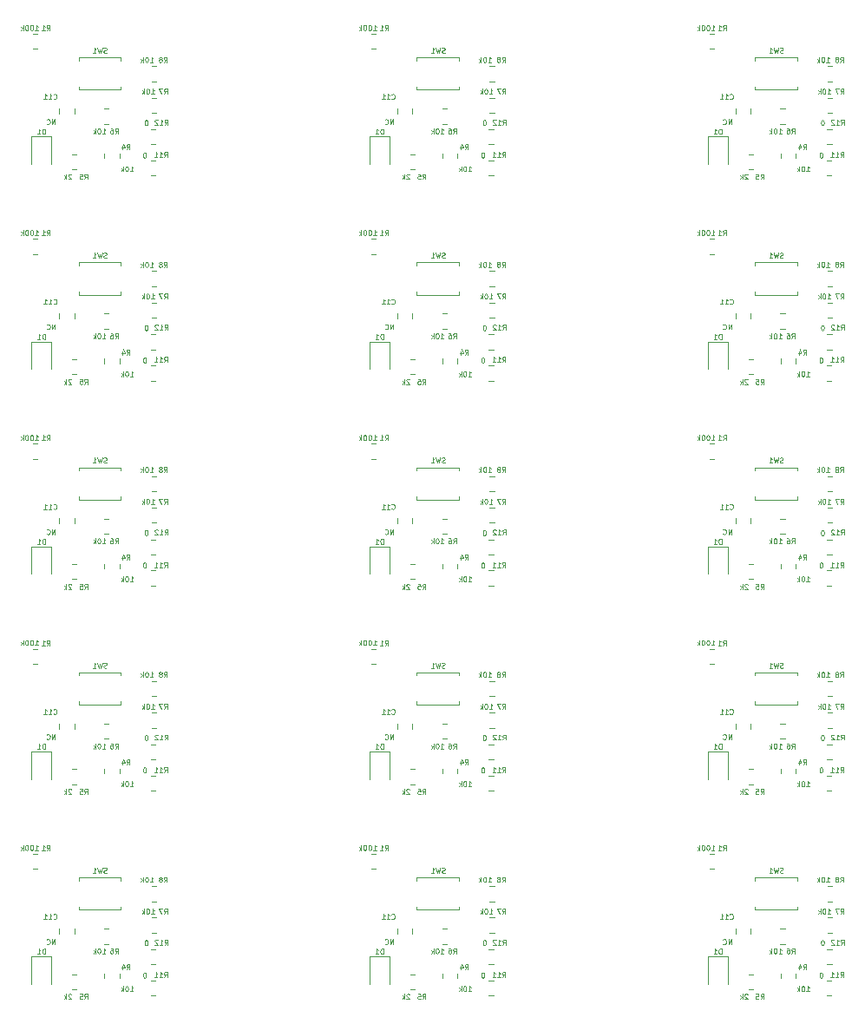
<source format=gbr>
%TF.GenerationSoftware,KiCad,Pcbnew,(6.0.11)*%
%TF.CreationDate,2023-10-19T09:40:57-03:00*%
%TF.ProjectId,gerenciador_de_bateria_2.0,67657265-6e63-4696-9164-6f725f64655f,rev?*%
%TF.SameCoordinates,Original*%
%TF.FileFunction,Legend,Bot*%
%TF.FilePolarity,Positive*%
%FSLAX46Y46*%
G04 Gerber Fmt 4.6, Leading zero omitted, Abs format (unit mm)*
G04 Created by KiCad (PCBNEW (6.0.11)) date 2023-10-19 09:40:57*
%MOMM*%
%LPD*%
G01*
G04 APERTURE LIST*
%ADD10C,0.100000*%
%ADD11C,0.120000*%
G04 APERTURE END LIST*
D10*
%TO.C,D1*%
X183043147Y-149715291D02*
X183043147Y-149215291D01*
X182924100Y-149215291D01*
X182852671Y-149239101D01*
X182805052Y-149286720D01*
X182781242Y-149334339D01*
X182757433Y-149429577D01*
X182757433Y-149501005D01*
X182781242Y-149596243D01*
X182805052Y-149643862D01*
X182852671Y-149691481D01*
X182924100Y-149715291D01*
X183043147Y-149715291D01*
X182281242Y-149715291D02*
X182566957Y-149715291D01*
X182424100Y-149715291D02*
X182424100Y-149215291D01*
X182471719Y-149286720D01*
X182519338Y-149334339D01*
X182566957Y-149358148D01*
%TO.C,R11*%
X194659928Y-151979691D02*
X194826595Y-151741596D01*
X194945642Y-151979691D02*
X194945642Y-151479691D01*
X194755166Y-151479691D01*
X194707547Y-151503501D01*
X194683738Y-151527310D01*
X194659928Y-151574929D01*
X194659928Y-151646358D01*
X194683738Y-151693977D01*
X194707547Y-151717786D01*
X194755166Y-151741596D01*
X194945642Y-151741596D01*
X194183738Y-151979691D02*
X194469452Y-151979691D01*
X194326595Y-151979691D02*
X194326595Y-151479691D01*
X194374214Y-151551120D01*
X194421833Y-151598739D01*
X194469452Y-151622548D01*
X193707547Y-151979691D02*
X193993261Y-151979691D01*
X193850404Y-151979691D02*
X193850404Y-151479691D01*
X193898023Y-151551120D01*
X193945642Y-151598739D01*
X193993261Y-151622548D01*
X192734690Y-152027310D02*
X192782309Y-152027310D01*
X192829928Y-152003501D01*
X192853738Y-151979691D01*
X192877547Y-151932072D01*
X192901357Y-151836834D01*
X192901357Y-151717786D01*
X192877547Y-151622548D01*
X192853738Y-151574929D01*
X192829928Y-151551120D01*
X192782309Y-151527310D01*
X192734690Y-151527310D01*
X192687071Y-151551120D01*
X192663261Y-151574929D01*
X192639452Y-151622548D01*
X192615642Y-151717786D01*
X192615642Y-151836834D01*
X192639452Y-151932072D01*
X192663261Y-151979691D01*
X192687071Y-152003501D01*
X192734690Y-152027310D01*
%TO.C,R8*%
X194631833Y-142699691D02*
X194798500Y-142461596D01*
X194917547Y-142699691D02*
X194917547Y-142199691D01*
X194727071Y-142199691D01*
X194679452Y-142223501D01*
X194655642Y-142247310D01*
X194631833Y-142294929D01*
X194631833Y-142366358D01*
X194655642Y-142413977D01*
X194679452Y-142437786D01*
X194727071Y-142461596D01*
X194917547Y-142461596D01*
X194346119Y-142413977D02*
X194393738Y-142390167D01*
X194417547Y-142366358D01*
X194441357Y-142318739D01*
X194441357Y-142294929D01*
X194417547Y-142247310D01*
X194393738Y-142223501D01*
X194346119Y-142199691D01*
X194250880Y-142199691D01*
X194203261Y-142223501D01*
X194179452Y-142247310D01*
X194155642Y-142294929D01*
X194155642Y-142318739D01*
X194179452Y-142366358D01*
X194203261Y-142390167D01*
X194250880Y-142413977D01*
X194346119Y-142413977D01*
X194393738Y-142437786D01*
X194417547Y-142461596D01*
X194441357Y-142509215D01*
X194441357Y-142604453D01*
X194417547Y-142652072D01*
X194393738Y-142675881D01*
X194346119Y-142699691D01*
X194250880Y-142699691D01*
X194203261Y-142675881D01*
X194179452Y-142652072D01*
X194155642Y-142604453D01*
X194155642Y-142509215D01*
X194179452Y-142461596D01*
X194203261Y-142437786D01*
X194250880Y-142413977D01*
X193276119Y-142699691D02*
X193561833Y-142699691D01*
X193418976Y-142699691D02*
X193418976Y-142199691D01*
X193466595Y-142271120D01*
X193514214Y-142318739D01*
X193561833Y-142342548D01*
X192966595Y-142199691D02*
X192918976Y-142199691D01*
X192871357Y-142223501D01*
X192847547Y-142247310D01*
X192823738Y-142294929D01*
X192799928Y-142390167D01*
X192799928Y-142509215D01*
X192823738Y-142604453D01*
X192847547Y-142652072D01*
X192871357Y-142675881D01*
X192918976Y-142699691D01*
X192966595Y-142699691D01*
X193014214Y-142675881D01*
X193038023Y-142652072D01*
X193061833Y-142604453D01*
X193085642Y-142509215D01*
X193085642Y-142390167D01*
X193061833Y-142294929D01*
X193038023Y-142247310D01*
X193014214Y-142223501D01*
X192966595Y-142199691D01*
X192585642Y-142699691D02*
X192585642Y-142199691D01*
X192538023Y-142509215D02*
X192395166Y-142699691D01*
X192395166Y-142366358D02*
X192585642Y-142556834D01*
%TO.C,SW1*%
X189045166Y-141775881D02*
X188973738Y-141799691D01*
X188854690Y-141799691D01*
X188807071Y-141775881D01*
X188783261Y-141752072D01*
X188759452Y-141704453D01*
X188759452Y-141656834D01*
X188783261Y-141609215D01*
X188807071Y-141585405D01*
X188854690Y-141561596D01*
X188949928Y-141537786D01*
X188997547Y-141513977D01*
X189021357Y-141490167D01*
X189045166Y-141442548D01*
X189045166Y-141394929D01*
X189021357Y-141347310D01*
X188997547Y-141323501D01*
X188949928Y-141299691D01*
X188830880Y-141299691D01*
X188759452Y-141323501D01*
X188592785Y-141299691D02*
X188473738Y-141799691D01*
X188378500Y-141442548D01*
X188283261Y-141799691D01*
X188164214Y-141299691D01*
X187711833Y-141799691D02*
X187997547Y-141799691D01*
X187854690Y-141799691D02*
X187854690Y-141299691D01*
X187902309Y-141371120D01*
X187949928Y-141418739D01*
X187997547Y-141442548D01*
%TO.C,R6*%
X189880233Y-149668891D02*
X190046900Y-149430796D01*
X190165947Y-149668891D02*
X190165947Y-149168891D01*
X189975471Y-149168891D01*
X189927852Y-149192701D01*
X189904042Y-149216510D01*
X189880233Y-149264129D01*
X189880233Y-149335558D01*
X189904042Y-149383177D01*
X189927852Y-149406986D01*
X189975471Y-149430796D01*
X190165947Y-149430796D01*
X189451661Y-149168891D02*
X189546900Y-149168891D01*
X189594519Y-149192701D01*
X189618328Y-149216510D01*
X189665947Y-149287939D01*
X189689757Y-149383177D01*
X189689757Y-149573653D01*
X189665947Y-149621272D01*
X189642138Y-149645081D01*
X189594519Y-149668891D01*
X189499280Y-149668891D01*
X189451661Y-149645081D01*
X189427852Y-149621272D01*
X189404042Y-149573653D01*
X189404042Y-149454605D01*
X189427852Y-149406986D01*
X189451661Y-149383177D01*
X189499280Y-149359367D01*
X189594519Y-149359367D01*
X189642138Y-149383177D01*
X189665947Y-149406986D01*
X189689757Y-149454605D01*
X188634519Y-149668891D02*
X188920233Y-149668891D01*
X188777376Y-149668891D02*
X188777376Y-149168891D01*
X188824995Y-149240320D01*
X188872614Y-149287939D01*
X188920233Y-149311748D01*
X188324995Y-149168891D02*
X188277376Y-149168891D01*
X188229757Y-149192701D01*
X188205947Y-149216510D01*
X188182138Y-149264129D01*
X188158328Y-149359367D01*
X188158328Y-149478415D01*
X188182138Y-149573653D01*
X188205947Y-149621272D01*
X188229757Y-149645081D01*
X188277376Y-149668891D01*
X188324995Y-149668891D01*
X188372614Y-149645081D01*
X188396423Y-149621272D01*
X188420233Y-149573653D01*
X188444042Y-149478415D01*
X188444042Y-149359367D01*
X188420233Y-149264129D01*
X188396423Y-149216510D01*
X188372614Y-149192701D01*
X188324995Y-149168891D01*
X187944042Y-149668891D02*
X187944042Y-149168891D01*
X187896423Y-149478415D02*
X187753566Y-149668891D01*
X187753566Y-149335558D02*
X187944042Y-149526034D01*
%TO.C,C11*%
X183859928Y-146262072D02*
X183883738Y-146285881D01*
X183955166Y-146309691D01*
X184002785Y-146309691D01*
X184074214Y-146285881D01*
X184121833Y-146238262D01*
X184145642Y-146190643D01*
X184169452Y-146095405D01*
X184169452Y-146023977D01*
X184145642Y-145928739D01*
X184121833Y-145881120D01*
X184074214Y-145833501D01*
X184002785Y-145809691D01*
X183955166Y-145809691D01*
X183883738Y-145833501D01*
X183859928Y-145857310D01*
X183383738Y-146309691D02*
X183669452Y-146309691D01*
X183526595Y-146309691D02*
X183526595Y-145809691D01*
X183574214Y-145881120D01*
X183621833Y-145928739D01*
X183669452Y-145952548D01*
X182907547Y-146309691D02*
X183193261Y-146309691D01*
X183050404Y-146309691D02*
X183050404Y-145809691D01*
X183098023Y-145881120D01*
X183145642Y-145928739D01*
X183193261Y-145952548D01*
X184011357Y-148769691D02*
X184011357Y-148269691D01*
X183725642Y-148769691D01*
X183725642Y-148269691D01*
X183201833Y-148722072D02*
X183225642Y-148745881D01*
X183297071Y-148769691D01*
X183344690Y-148769691D01*
X183416119Y-148745881D01*
X183463738Y-148698262D01*
X183487547Y-148650643D01*
X183511357Y-148555405D01*
X183511357Y-148483977D01*
X183487547Y-148388739D01*
X183463738Y-148341120D01*
X183416119Y-148293501D01*
X183344690Y-148269691D01*
X183297071Y-148269691D01*
X183225642Y-148293501D01*
X183201833Y-148317310D01*
%TO.C,R4*%
X191011833Y-151229691D02*
X191178500Y-150991596D01*
X191297547Y-151229691D02*
X191297547Y-150729691D01*
X191107071Y-150729691D01*
X191059452Y-150753501D01*
X191035642Y-150777310D01*
X191011833Y-150824929D01*
X191011833Y-150896358D01*
X191035642Y-150943977D01*
X191059452Y-150967786D01*
X191107071Y-150991596D01*
X191297547Y-150991596D01*
X190583261Y-150896358D02*
X190583261Y-151229691D01*
X190702309Y-150705881D02*
X190821357Y-151063024D01*
X190511833Y-151063024D01*
X191336119Y-153359691D02*
X191621833Y-153359691D01*
X191478976Y-153359691D02*
X191478976Y-152859691D01*
X191526595Y-152931120D01*
X191574214Y-152978739D01*
X191621833Y-153002548D01*
X191026595Y-152859691D02*
X190978976Y-152859691D01*
X190931357Y-152883501D01*
X190907547Y-152907310D01*
X190883738Y-152954929D01*
X190859928Y-153050167D01*
X190859928Y-153169215D01*
X190883738Y-153264453D01*
X190907547Y-153312072D01*
X190931357Y-153335881D01*
X190978976Y-153359691D01*
X191026595Y-153359691D01*
X191074214Y-153335881D01*
X191098023Y-153312072D01*
X191121833Y-153264453D01*
X191145642Y-153169215D01*
X191145642Y-153050167D01*
X191121833Y-152954929D01*
X191098023Y-152907310D01*
X191074214Y-152883501D01*
X191026595Y-152859691D01*
X190645642Y-153359691D02*
X190645642Y-152859691D01*
X190598023Y-153169215D02*
X190455166Y-153359691D01*
X190455166Y-153026358D02*
X190645642Y-153216834D01*
%TO.C,R5*%
X186871833Y-154119691D02*
X187038500Y-153881596D01*
X187157547Y-154119691D02*
X187157547Y-153619691D01*
X186967071Y-153619691D01*
X186919452Y-153643501D01*
X186895642Y-153667310D01*
X186871833Y-153714929D01*
X186871833Y-153786358D01*
X186895642Y-153833977D01*
X186919452Y-153857786D01*
X186967071Y-153881596D01*
X187157547Y-153881596D01*
X186419452Y-153619691D02*
X186657547Y-153619691D01*
X186681357Y-153857786D01*
X186657547Y-153833977D01*
X186609928Y-153810167D01*
X186490880Y-153810167D01*
X186443261Y-153833977D01*
X186419452Y-153857786D01*
X186395642Y-153905405D01*
X186395642Y-154024453D01*
X186419452Y-154072072D01*
X186443261Y-154095881D01*
X186490880Y-154119691D01*
X186609928Y-154119691D01*
X186657547Y-154095881D01*
X186681357Y-154072072D01*
X185583738Y-153667310D02*
X185559928Y-153643501D01*
X185512309Y-153619691D01*
X185393261Y-153619691D01*
X185345642Y-153643501D01*
X185321833Y-153667310D01*
X185298023Y-153714929D01*
X185298023Y-153762548D01*
X185321833Y-153833977D01*
X185607547Y-154119691D01*
X185298023Y-154119691D01*
X185083738Y-154119691D02*
X185083738Y-153619691D01*
X185036119Y-153929215D02*
X184893261Y-154119691D01*
X184893261Y-153786358D02*
X185083738Y-153976834D01*
%TO.C,R7*%
X194661833Y-145799691D02*
X194828500Y-145561596D01*
X194947547Y-145799691D02*
X194947547Y-145299691D01*
X194757071Y-145299691D01*
X194709452Y-145323501D01*
X194685642Y-145347310D01*
X194661833Y-145394929D01*
X194661833Y-145466358D01*
X194685642Y-145513977D01*
X194709452Y-145537786D01*
X194757071Y-145561596D01*
X194947547Y-145561596D01*
X194495166Y-145299691D02*
X194161833Y-145299691D01*
X194376119Y-145799691D01*
X193386119Y-145799691D02*
X193671833Y-145799691D01*
X193528976Y-145799691D02*
X193528976Y-145299691D01*
X193576595Y-145371120D01*
X193624214Y-145418739D01*
X193671833Y-145442548D01*
X193076595Y-145299691D02*
X193028976Y-145299691D01*
X192981357Y-145323501D01*
X192957547Y-145347310D01*
X192933738Y-145394929D01*
X192909928Y-145490167D01*
X192909928Y-145609215D01*
X192933738Y-145704453D01*
X192957547Y-145752072D01*
X192981357Y-145775881D01*
X193028976Y-145799691D01*
X193076595Y-145799691D01*
X193124214Y-145775881D01*
X193148023Y-145752072D01*
X193171833Y-145704453D01*
X193195642Y-145609215D01*
X193195642Y-145490167D01*
X193171833Y-145394929D01*
X193148023Y-145347310D01*
X193124214Y-145323501D01*
X193076595Y-145299691D01*
X192695642Y-145799691D02*
X192695642Y-145299691D01*
X192648023Y-145609215D02*
X192505166Y-145799691D01*
X192505166Y-145466358D02*
X192695642Y-145656834D01*
%TO.C,R1*%
X183201833Y-139599691D02*
X183368500Y-139361596D01*
X183487547Y-139599691D02*
X183487547Y-139099691D01*
X183297071Y-139099691D01*
X183249452Y-139123501D01*
X183225642Y-139147310D01*
X183201833Y-139194929D01*
X183201833Y-139266358D01*
X183225642Y-139313977D01*
X183249452Y-139337786D01*
X183297071Y-139361596D01*
X183487547Y-139361596D01*
X182725642Y-139599691D02*
X183011357Y-139599691D01*
X182868500Y-139599691D02*
X182868500Y-139099691D01*
X182916119Y-139171120D01*
X182963738Y-139218739D01*
X183011357Y-139242548D01*
X182059314Y-139588491D02*
X182345028Y-139588491D01*
X182202171Y-139588491D02*
X182202171Y-139088491D01*
X182249790Y-139159920D01*
X182297409Y-139207539D01*
X182345028Y-139231348D01*
X181749790Y-139088491D02*
X181702171Y-139088491D01*
X181654552Y-139112301D01*
X181630742Y-139136110D01*
X181606933Y-139183729D01*
X181583123Y-139278967D01*
X181583123Y-139398015D01*
X181606933Y-139493253D01*
X181630742Y-139540872D01*
X181654552Y-139564681D01*
X181702171Y-139588491D01*
X181749790Y-139588491D01*
X181797409Y-139564681D01*
X181821219Y-139540872D01*
X181845028Y-139493253D01*
X181868838Y-139398015D01*
X181868838Y-139278967D01*
X181845028Y-139183729D01*
X181821219Y-139136110D01*
X181797409Y-139112301D01*
X181749790Y-139088491D01*
X181273600Y-139088491D02*
X181225980Y-139088491D01*
X181178361Y-139112301D01*
X181154552Y-139136110D01*
X181130742Y-139183729D01*
X181106933Y-139278967D01*
X181106933Y-139398015D01*
X181130742Y-139493253D01*
X181154552Y-139540872D01*
X181178361Y-139564681D01*
X181225980Y-139588491D01*
X181273600Y-139588491D01*
X181321219Y-139564681D01*
X181345028Y-139540872D01*
X181368838Y-139493253D01*
X181392647Y-139398015D01*
X181392647Y-139278967D01*
X181368838Y-139183729D01*
X181345028Y-139136110D01*
X181321219Y-139112301D01*
X181273600Y-139088491D01*
X180892647Y-139588491D02*
X180892647Y-139088491D01*
X180845028Y-139398015D02*
X180702171Y-139588491D01*
X180702171Y-139255158D02*
X180892647Y-139445634D01*
%TO.C,R12*%
X194699928Y-148819691D02*
X194866595Y-148581596D01*
X194985642Y-148819691D02*
X194985642Y-148319691D01*
X194795166Y-148319691D01*
X194747547Y-148343501D01*
X194723738Y-148367310D01*
X194699928Y-148414929D01*
X194699928Y-148486358D01*
X194723738Y-148533977D01*
X194747547Y-148557786D01*
X194795166Y-148581596D01*
X194985642Y-148581596D01*
X194223738Y-148819691D02*
X194509452Y-148819691D01*
X194366595Y-148819691D02*
X194366595Y-148319691D01*
X194414214Y-148391120D01*
X194461833Y-148438739D01*
X194509452Y-148462548D01*
X194033261Y-148367310D02*
X194009452Y-148343501D01*
X193961833Y-148319691D01*
X193842785Y-148319691D01*
X193795166Y-148343501D01*
X193771357Y-148367310D01*
X193747547Y-148414929D01*
X193747547Y-148462548D01*
X193771357Y-148533977D01*
X194057071Y-148819691D01*
X193747547Y-148819691D01*
X192884690Y-148867310D02*
X192932309Y-148867310D01*
X192979928Y-148843501D01*
X193003738Y-148819691D01*
X193027547Y-148772072D01*
X193051357Y-148676834D01*
X193051357Y-148557786D01*
X193027547Y-148462548D01*
X193003738Y-148414929D01*
X192979928Y-148391120D01*
X192932309Y-148367310D01*
X192884690Y-148367310D01*
X192837071Y-148391120D01*
X192813261Y-148414929D01*
X192789452Y-148462548D01*
X192765642Y-148557786D01*
X192765642Y-148676834D01*
X192789452Y-148772072D01*
X192813261Y-148819691D01*
X192837071Y-148843501D01*
X192884690Y-148867310D01*
%TO.C,D1*%
X150043147Y-149715291D02*
X150043147Y-149215291D01*
X149924100Y-149215291D01*
X149852671Y-149239101D01*
X149805052Y-149286720D01*
X149781242Y-149334339D01*
X149757433Y-149429577D01*
X149757433Y-149501005D01*
X149781242Y-149596243D01*
X149805052Y-149643862D01*
X149852671Y-149691481D01*
X149924100Y-149715291D01*
X150043147Y-149715291D01*
X149281242Y-149715291D02*
X149566957Y-149715291D01*
X149424100Y-149715291D02*
X149424100Y-149215291D01*
X149471719Y-149286720D01*
X149519338Y-149334339D01*
X149566957Y-149358148D01*
%TO.C,R11*%
X161659928Y-151979691D02*
X161826595Y-151741596D01*
X161945642Y-151979691D02*
X161945642Y-151479691D01*
X161755166Y-151479691D01*
X161707547Y-151503501D01*
X161683738Y-151527310D01*
X161659928Y-151574929D01*
X161659928Y-151646358D01*
X161683738Y-151693977D01*
X161707547Y-151717786D01*
X161755166Y-151741596D01*
X161945642Y-151741596D01*
X161183738Y-151979691D02*
X161469452Y-151979691D01*
X161326595Y-151979691D02*
X161326595Y-151479691D01*
X161374214Y-151551120D01*
X161421833Y-151598739D01*
X161469452Y-151622548D01*
X160707547Y-151979691D02*
X160993261Y-151979691D01*
X160850404Y-151979691D02*
X160850404Y-151479691D01*
X160898023Y-151551120D01*
X160945642Y-151598739D01*
X160993261Y-151622548D01*
X159734690Y-152027310D02*
X159782309Y-152027310D01*
X159829928Y-152003501D01*
X159853738Y-151979691D01*
X159877547Y-151932072D01*
X159901357Y-151836834D01*
X159901357Y-151717786D01*
X159877547Y-151622548D01*
X159853738Y-151574929D01*
X159829928Y-151551120D01*
X159782309Y-151527310D01*
X159734690Y-151527310D01*
X159687071Y-151551120D01*
X159663261Y-151574929D01*
X159639452Y-151622548D01*
X159615642Y-151717786D01*
X159615642Y-151836834D01*
X159639452Y-151932072D01*
X159663261Y-151979691D01*
X159687071Y-152003501D01*
X159734690Y-152027310D01*
%TO.C,R8*%
X161631833Y-142699691D02*
X161798500Y-142461596D01*
X161917547Y-142699691D02*
X161917547Y-142199691D01*
X161727071Y-142199691D01*
X161679452Y-142223501D01*
X161655642Y-142247310D01*
X161631833Y-142294929D01*
X161631833Y-142366358D01*
X161655642Y-142413977D01*
X161679452Y-142437786D01*
X161727071Y-142461596D01*
X161917547Y-142461596D01*
X161346119Y-142413977D02*
X161393738Y-142390167D01*
X161417547Y-142366358D01*
X161441357Y-142318739D01*
X161441357Y-142294929D01*
X161417547Y-142247310D01*
X161393738Y-142223501D01*
X161346119Y-142199691D01*
X161250880Y-142199691D01*
X161203261Y-142223501D01*
X161179452Y-142247310D01*
X161155642Y-142294929D01*
X161155642Y-142318739D01*
X161179452Y-142366358D01*
X161203261Y-142390167D01*
X161250880Y-142413977D01*
X161346119Y-142413977D01*
X161393738Y-142437786D01*
X161417547Y-142461596D01*
X161441357Y-142509215D01*
X161441357Y-142604453D01*
X161417547Y-142652072D01*
X161393738Y-142675881D01*
X161346119Y-142699691D01*
X161250880Y-142699691D01*
X161203261Y-142675881D01*
X161179452Y-142652072D01*
X161155642Y-142604453D01*
X161155642Y-142509215D01*
X161179452Y-142461596D01*
X161203261Y-142437786D01*
X161250880Y-142413977D01*
X160276119Y-142699691D02*
X160561833Y-142699691D01*
X160418976Y-142699691D02*
X160418976Y-142199691D01*
X160466595Y-142271120D01*
X160514214Y-142318739D01*
X160561833Y-142342548D01*
X159966595Y-142199691D02*
X159918976Y-142199691D01*
X159871357Y-142223501D01*
X159847547Y-142247310D01*
X159823738Y-142294929D01*
X159799928Y-142390167D01*
X159799928Y-142509215D01*
X159823738Y-142604453D01*
X159847547Y-142652072D01*
X159871357Y-142675881D01*
X159918976Y-142699691D01*
X159966595Y-142699691D01*
X160014214Y-142675881D01*
X160038023Y-142652072D01*
X160061833Y-142604453D01*
X160085642Y-142509215D01*
X160085642Y-142390167D01*
X160061833Y-142294929D01*
X160038023Y-142247310D01*
X160014214Y-142223501D01*
X159966595Y-142199691D01*
X159585642Y-142699691D02*
X159585642Y-142199691D01*
X159538023Y-142509215D02*
X159395166Y-142699691D01*
X159395166Y-142366358D02*
X159585642Y-142556834D01*
%TO.C,SW1*%
X156045166Y-141775881D02*
X155973738Y-141799691D01*
X155854690Y-141799691D01*
X155807071Y-141775881D01*
X155783261Y-141752072D01*
X155759452Y-141704453D01*
X155759452Y-141656834D01*
X155783261Y-141609215D01*
X155807071Y-141585405D01*
X155854690Y-141561596D01*
X155949928Y-141537786D01*
X155997547Y-141513977D01*
X156021357Y-141490167D01*
X156045166Y-141442548D01*
X156045166Y-141394929D01*
X156021357Y-141347310D01*
X155997547Y-141323501D01*
X155949928Y-141299691D01*
X155830880Y-141299691D01*
X155759452Y-141323501D01*
X155592785Y-141299691D02*
X155473738Y-141799691D01*
X155378500Y-141442548D01*
X155283261Y-141799691D01*
X155164214Y-141299691D01*
X154711833Y-141799691D02*
X154997547Y-141799691D01*
X154854690Y-141799691D02*
X154854690Y-141299691D01*
X154902309Y-141371120D01*
X154949928Y-141418739D01*
X154997547Y-141442548D01*
%TO.C,R6*%
X156880233Y-149668891D02*
X157046900Y-149430796D01*
X157165947Y-149668891D02*
X157165947Y-149168891D01*
X156975471Y-149168891D01*
X156927852Y-149192701D01*
X156904042Y-149216510D01*
X156880233Y-149264129D01*
X156880233Y-149335558D01*
X156904042Y-149383177D01*
X156927852Y-149406986D01*
X156975471Y-149430796D01*
X157165947Y-149430796D01*
X156451661Y-149168891D02*
X156546900Y-149168891D01*
X156594519Y-149192701D01*
X156618328Y-149216510D01*
X156665947Y-149287939D01*
X156689757Y-149383177D01*
X156689757Y-149573653D01*
X156665947Y-149621272D01*
X156642138Y-149645081D01*
X156594519Y-149668891D01*
X156499280Y-149668891D01*
X156451661Y-149645081D01*
X156427852Y-149621272D01*
X156404042Y-149573653D01*
X156404042Y-149454605D01*
X156427852Y-149406986D01*
X156451661Y-149383177D01*
X156499280Y-149359367D01*
X156594519Y-149359367D01*
X156642138Y-149383177D01*
X156665947Y-149406986D01*
X156689757Y-149454605D01*
X155634519Y-149668891D02*
X155920233Y-149668891D01*
X155777376Y-149668891D02*
X155777376Y-149168891D01*
X155824995Y-149240320D01*
X155872614Y-149287939D01*
X155920233Y-149311748D01*
X155324995Y-149168891D02*
X155277376Y-149168891D01*
X155229757Y-149192701D01*
X155205947Y-149216510D01*
X155182138Y-149264129D01*
X155158328Y-149359367D01*
X155158328Y-149478415D01*
X155182138Y-149573653D01*
X155205947Y-149621272D01*
X155229757Y-149645081D01*
X155277376Y-149668891D01*
X155324995Y-149668891D01*
X155372614Y-149645081D01*
X155396423Y-149621272D01*
X155420233Y-149573653D01*
X155444042Y-149478415D01*
X155444042Y-149359367D01*
X155420233Y-149264129D01*
X155396423Y-149216510D01*
X155372614Y-149192701D01*
X155324995Y-149168891D01*
X154944042Y-149668891D02*
X154944042Y-149168891D01*
X154896423Y-149478415D02*
X154753566Y-149668891D01*
X154753566Y-149335558D02*
X154944042Y-149526034D01*
%TO.C,C11*%
X150859928Y-146262072D02*
X150883738Y-146285881D01*
X150955166Y-146309691D01*
X151002785Y-146309691D01*
X151074214Y-146285881D01*
X151121833Y-146238262D01*
X151145642Y-146190643D01*
X151169452Y-146095405D01*
X151169452Y-146023977D01*
X151145642Y-145928739D01*
X151121833Y-145881120D01*
X151074214Y-145833501D01*
X151002785Y-145809691D01*
X150955166Y-145809691D01*
X150883738Y-145833501D01*
X150859928Y-145857310D01*
X150383738Y-146309691D02*
X150669452Y-146309691D01*
X150526595Y-146309691D02*
X150526595Y-145809691D01*
X150574214Y-145881120D01*
X150621833Y-145928739D01*
X150669452Y-145952548D01*
X149907547Y-146309691D02*
X150193261Y-146309691D01*
X150050404Y-146309691D02*
X150050404Y-145809691D01*
X150098023Y-145881120D01*
X150145642Y-145928739D01*
X150193261Y-145952548D01*
X151011357Y-148769691D02*
X151011357Y-148269691D01*
X150725642Y-148769691D01*
X150725642Y-148269691D01*
X150201833Y-148722072D02*
X150225642Y-148745881D01*
X150297071Y-148769691D01*
X150344690Y-148769691D01*
X150416119Y-148745881D01*
X150463738Y-148698262D01*
X150487547Y-148650643D01*
X150511357Y-148555405D01*
X150511357Y-148483977D01*
X150487547Y-148388739D01*
X150463738Y-148341120D01*
X150416119Y-148293501D01*
X150344690Y-148269691D01*
X150297071Y-148269691D01*
X150225642Y-148293501D01*
X150201833Y-148317310D01*
%TO.C,R4*%
X158011833Y-151229691D02*
X158178500Y-150991596D01*
X158297547Y-151229691D02*
X158297547Y-150729691D01*
X158107071Y-150729691D01*
X158059452Y-150753501D01*
X158035642Y-150777310D01*
X158011833Y-150824929D01*
X158011833Y-150896358D01*
X158035642Y-150943977D01*
X158059452Y-150967786D01*
X158107071Y-150991596D01*
X158297547Y-150991596D01*
X157583261Y-150896358D02*
X157583261Y-151229691D01*
X157702309Y-150705881D02*
X157821357Y-151063024D01*
X157511833Y-151063024D01*
X158336119Y-153359691D02*
X158621833Y-153359691D01*
X158478976Y-153359691D02*
X158478976Y-152859691D01*
X158526595Y-152931120D01*
X158574214Y-152978739D01*
X158621833Y-153002548D01*
X158026595Y-152859691D02*
X157978976Y-152859691D01*
X157931357Y-152883501D01*
X157907547Y-152907310D01*
X157883738Y-152954929D01*
X157859928Y-153050167D01*
X157859928Y-153169215D01*
X157883738Y-153264453D01*
X157907547Y-153312072D01*
X157931357Y-153335881D01*
X157978976Y-153359691D01*
X158026595Y-153359691D01*
X158074214Y-153335881D01*
X158098023Y-153312072D01*
X158121833Y-153264453D01*
X158145642Y-153169215D01*
X158145642Y-153050167D01*
X158121833Y-152954929D01*
X158098023Y-152907310D01*
X158074214Y-152883501D01*
X158026595Y-152859691D01*
X157645642Y-153359691D02*
X157645642Y-152859691D01*
X157598023Y-153169215D02*
X157455166Y-153359691D01*
X157455166Y-153026358D02*
X157645642Y-153216834D01*
%TO.C,R5*%
X153871833Y-154119691D02*
X154038500Y-153881596D01*
X154157547Y-154119691D02*
X154157547Y-153619691D01*
X153967071Y-153619691D01*
X153919452Y-153643501D01*
X153895642Y-153667310D01*
X153871833Y-153714929D01*
X153871833Y-153786358D01*
X153895642Y-153833977D01*
X153919452Y-153857786D01*
X153967071Y-153881596D01*
X154157547Y-153881596D01*
X153419452Y-153619691D02*
X153657547Y-153619691D01*
X153681357Y-153857786D01*
X153657547Y-153833977D01*
X153609928Y-153810167D01*
X153490880Y-153810167D01*
X153443261Y-153833977D01*
X153419452Y-153857786D01*
X153395642Y-153905405D01*
X153395642Y-154024453D01*
X153419452Y-154072072D01*
X153443261Y-154095881D01*
X153490880Y-154119691D01*
X153609928Y-154119691D01*
X153657547Y-154095881D01*
X153681357Y-154072072D01*
X152583738Y-153667310D02*
X152559928Y-153643501D01*
X152512309Y-153619691D01*
X152393261Y-153619691D01*
X152345642Y-153643501D01*
X152321833Y-153667310D01*
X152298023Y-153714929D01*
X152298023Y-153762548D01*
X152321833Y-153833977D01*
X152607547Y-154119691D01*
X152298023Y-154119691D01*
X152083738Y-154119691D02*
X152083738Y-153619691D01*
X152036119Y-153929215D02*
X151893261Y-154119691D01*
X151893261Y-153786358D02*
X152083738Y-153976834D01*
%TO.C,R7*%
X161661833Y-145799691D02*
X161828500Y-145561596D01*
X161947547Y-145799691D02*
X161947547Y-145299691D01*
X161757071Y-145299691D01*
X161709452Y-145323501D01*
X161685642Y-145347310D01*
X161661833Y-145394929D01*
X161661833Y-145466358D01*
X161685642Y-145513977D01*
X161709452Y-145537786D01*
X161757071Y-145561596D01*
X161947547Y-145561596D01*
X161495166Y-145299691D02*
X161161833Y-145299691D01*
X161376119Y-145799691D01*
X160386119Y-145799691D02*
X160671833Y-145799691D01*
X160528976Y-145799691D02*
X160528976Y-145299691D01*
X160576595Y-145371120D01*
X160624214Y-145418739D01*
X160671833Y-145442548D01*
X160076595Y-145299691D02*
X160028976Y-145299691D01*
X159981357Y-145323501D01*
X159957547Y-145347310D01*
X159933738Y-145394929D01*
X159909928Y-145490167D01*
X159909928Y-145609215D01*
X159933738Y-145704453D01*
X159957547Y-145752072D01*
X159981357Y-145775881D01*
X160028976Y-145799691D01*
X160076595Y-145799691D01*
X160124214Y-145775881D01*
X160148023Y-145752072D01*
X160171833Y-145704453D01*
X160195642Y-145609215D01*
X160195642Y-145490167D01*
X160171833Y-145394929D01*
X160148023Y-145347310D01*
X160124214Y-145323501D01*
X160076595Y-145299691D01*
X159695642Y-145799691D02*
X159695642Y-145299691D01*
X159648023Y-145609215D02*
X159505166Y-145799691D01*
X159505166Y-145466358D02*
X159695642Y-145656834D01*
%TO.C,R1*%
X150201833Y-139599691D02*
X150368500Y-139361596D01*
X150487547Y-139599691D02*
X150487547Y-139099691D01*
X150297071Y-139099691D01*
X150249452Y-139123501D01*
X150225642Y-139147310D01*
X150201833Y-139194929D01*
X150201833Y-139266358D01*
X150225642Y-139313977D01*
X150249452Y-139337786D01*
X150297071Y-139361596D01*
X150487547Y-139361596D01*
X149725642Y-139599691D02*
X150011357Y-139599691D01*
X149868500Y-139599691D02*
X149868500Y-139099691D01*
X149916119Y-139171120D01*
X149963738Y-139218739D01*
X150011357Y-139242548D01*
X149059314Y-139588491D02*
X149345028Y-139588491D01*
X149202171Y-139588491D02*
X149202171Y-139088491D01*
X149249790Y-139159920D01*
X149297409Y-139207539D01*
X149345028Y-139231348D01*
X148749790Y-139088491D02*
X148702171Y-139088491D01*
X148654552Y-139112301D01*
X148630742Y-139136110D01*
X148606933Y-139183729D01*
X148583123Y-139278967D01*
X148583123Y-139398015D01*
X148606933Y-139493253D01*
X148630742Y-139540872D01*
X148654552Y-139564681D01*
X148702171Y-139588491D01*
X148749790Y-139588491D01*
X148797409Y-139564681D01*
X148821219Y-139540872D01*
X148845028Y-139493253D01*
X148868838Y-139398015D01*
X148868838Y-139278967D01*
X148845028Y-139183729D01*
X148821219Y-139136110D01*
X148797409Y-139112301D01*
X148749790Y-139088491D01*
X148273600Y-139088491D02*
X148225980Y-139088491D01*
X148178361Y-139112301D01*
X148154552Y-139136110D01*
X148130742Y-139183729D01*
X148106933Y-139278967D01*
X148106933Y-139398015D01*
X148130742Y-139493253D01*
X148154552Y-139540872D01*
X148178361Y-139564681D01*
X148225980Y-139588491D01*
X148273600Y-139588491D01*
X148321219Y-139564681D01*
X148345028Y-139540872D01*
X148368838Y-139493253D01*
X148392647Y-139398015D01*
X148392647Y-139278967D01*
X148368838Y-139183729D01*
X148345028Y-139136110D01*
X148321219Y-139112301D01*
X148273600Y-139088491D01*
X147892647Y-139588491D02*
X147892647Y-139088491D01*
X147845028Y-139398015D02*
X147702171Y-139588491D01*
X147702171Y-139255158D02*
X147892647Y-139445634D01*
%TO.C,R12*%
X161699928Y-148819691D02*
X161866595Y-148581596D01*
X161985642Y-148819691D02*
X161985642Y-148319691D01*
X161795166Y-148319691D01*
X161747547Y-148343501D01*
X161723738Y-148367310D01*
X161699928Y-148414929D01*
X161699928Y-148486358D01*
X161723738Y-148533977D01*
X161747547Y-148557786D01*
X161795166Y-148581596D01*
X161985642Y-148581596D01*
X161223738Y-148819691D02*
X161509452Y-148819691D01*
X161366595Y-148819691D02*
X161366595Y-148319691D01*
X161414214Y-148391120D01*
X161461833Y-148438739D01*
X161509452Y-148462548D01*
X161033261Y-148367310D02*
X161009452Y-148343501D01*
X160961833Y-148319691D01*
X160842785Y-148319691D01*
X160795166Y-148343501D01*
X160771357Y-148367310D01*
X160747547Y-148414929D01*
X160747547Y-148462548D01*
X160771357Y-148533977D01*
X161057071Y-148819691D01*
X160747547Y-148819691D01*
X159884690Y-148867310D02*
X159932309Y-148867310D01*
X159979928Y-148843501D01*
X160003738Y-148819691D01*
X160027547Y-148772072D01*
X160051357Y-148676834D01*
X160051357Y-148557786D01*
X160027547Y-148462548D01*
X160003738Y-148414929D01*
X159979928Y-148391120D01*
X159932309Y-148367310D01*
X159884690Y-148367310D01*
X159837071Y-148391120D01*
X159813261Y-148414929D01*
X159789452Y-148462548D01*
X159765642Y-148557786D01*
X159765642Y-148676834D01*
X159789452Y-148772072D01*
X159813261Y-148819691D01*
X159837071Y-148843501D01*
X159884690Y-148867310D01*
%TO.C,D1*%
X117043147Y-149715291D02*
X117043147Y-149215291D01*
X116924100Y-149215291D01*
X116852671Y-149239101D01*
X116805052Y-149286720D01*
X116781242Y-149334339D01*
X116757433Y-149429577D01*
X116757433Y-149501005D01*
X116781242Y-149596243D01*
X116805052Y-149643862D01*
X116852671Y-149691481D01*
X116924100Y-149715291D01*
X117043147Y-149715291D01*
X116281242Y-149715291D02*
X116566957Y-149715291D01*
X116424100Y-149715291D02*
X116424100Y-149215291D01*
X116471719Y-149286720D01*
X116519338Y-149334339D01*
X116566957Y-149358148D01*
%TO.C,R11*%
X128659928Y-151979691D02*
X128826595Y-151741596D01*
X128945642Y-151979691D02*
X128945642Y-151479691D01*
X128755166Y-151479691D01*
X128707547Y-151503501D01*
X128683738Y-151527310D01*
X128659928Y-151574929D01*
X128659928Y-151646358D01*
X128683738Y-151693977D01*
X128707547Y-151717786D01*
X128755166Y-151741596D01*
X128945642Y-151741596D01*
X128183738Y-151979691D02*
X128469452Y-151979691D01*
X128326595Y-151979691D02*
X128326595Y-151479691D01*
X128374214Y-151551120D01*
X128421833Y-151598739D01*
X128469452Y-151622548D01*
X127707547Y-151979691D02*
X127993261Y-151979691D01*
X127850404Y-151979691D02*
X127850404Y-151479691D01*
X127898023Y-151551120D01*
X127945642Y-151598739D01*
X127993261Y-151622548D01*
X126734690Y-152027310D02*
X126782309Y-152027310D01*
X126829928Y-152003501D01*
X126853738Y-151979691D01*
X126877547Y-151932072D01*
X126901357Y-151836834D01*
X126901357Y-151717786D01*
X126877547Y-151622548D01*
X126853738Y-151574929D01*
X126829928Y-151551120D01*
X126782309Y-151527310D01*
X126734690Y-151527310D01*
X126687071Y-151551120D01*
X126663261Y-151574929D01*
X126639452Y-151622548D01*
X126615642Y-151717786D01*
X126615642Y-151836834D01*
X126639452Y-151932072D01*
X126663261Y-151979691D01*
X126687071Y-152003501D01*
X126734690Y-152027310D01*
%TO.C,R8*%
X128631833Y-142699691D02*
X128798500Y-142461596D01*
X128917547Y-142699691D02*
X128917547Y-142199691D01*
X128727071Y-142199691D01*
X128679452Y-142223501D01*
X128655642Y-142247310D01*
X128631833Y-142294929D01*
X128631833Y-142366358D01*
X128655642Y-142413977D01*
X128679452Y-142437786D01*
X128727071Y-142461596D01*
X128917547Y-142461596D01*
X128346119Y-142413977D02*
X128393738Y-142390167D01*
X128417547Y-142366358D01*
X128441357Y-142318739D01*
X128441357Y-142294929D01*
X128417547Y-142247310D01*
X128393738Y-142223501D01*
X128346119Y-142199691D01*
X128250880Y-142199691D01*
X128203261Y-142223501D01*
X128179452Y-142247310D01*
X128155642Y-142294929D01*
X128155642Y-142318739D01*
X128179452Y-142366358D01*
X128203261Y-142390167D01*
X128250880Y-142413977D01*
X128346119Y-142413977D01*
X128393738Y-142437786D01*
X128417547Y-142461596D01*
X128441357Y-142509215D01*
X128441357Y-142604453D01*
X128417547Y-142652072D01*
X128393738Y-142675881D01*
X128346119Y-142699691D01*
X128250880Y-142699691D01*
X128203261Y-142675881D01*
X128179452Y-142652072D01*
X128155642Y-142604453D01*
X128155642Y-142509215D01*
X128179452Y-142461596D01*
X128203261Y-142437786D01*
X128250880Y-142413977D01*
X127276119Y-142699691D02*
X127561833Y-142699691D01*
X127418976Y-142699691D02*
X127418976Y-142199691D01*
X127466595Y-142271120D01*
X127514214Y-142318739D01*
X127561833Y-142342548D01*
X126966595Y-142199691D02*
X126918976Y-142199691D01*
X126871357Y-142223501D01*
X126847547Y-142247310D01*
X126823738Y-142294929D01*
X126799928Y-142390167D01*
X126799928Y-142509215D01*
X126823738Y-142604453D01*
X126847547Y-142652072D01*
X126871357Y-142675881D01*
X126918976Y-142699691D01*
X126966595Y-142699691D01*
X127014214Y-142675881D01*
X127038023Y-142652072D01*
X127061833Y-142604453D01*
X127085642Y-142509215D01*
X127085642Y-142390167D01*
X127061833Y-142294929D01*
X127038023Y-142247310D01*
X127014214Y-142223501D01*
X126966595Y-142199691D01*
X126585642Y-142699691D02*
X126585642Y-142199691D01*
X126538023Y-142509215D02*
X126395166Y-142699691D01*
X126395166Y-142366358D02*
X126585642Y-142556834D01*
%TO.C,SW1*%
X123045166Y-141775881D02*
X122973738Y-141799691D01*
X122854690Y-141799691D01*
X122807071Y-141775881D01*
X122783261Y-141752072D01*
X122759452Y-141704453D01*
X122759452Y-141656834D01*
X122783261Y-141609215D01*
X122807071Y-141585405D01*
X122854690Y-141561596D01*
X122949928Y-141537786D01*
X122997547Y-141513977D01*
X123021357Y-141490167D01*
X123045166Y-141442548D01*
X123045166Y-141394929D01*
X123021357Y-141347310D01*
X122997547Y-141323501D01*
X122949928Y-141299691D01*
X122830880Y-141299691D01*
X122759452Y-141323501D01*
X122592785Y-141299691D02*
X122473738Y-141799691D01*
X122378500Y-141442548D01*
X122283261Y-141799691D01*
X122164214Y-141299691D01*
X121711833Y-141799691D02*
X121997547Y-141799691D01*
X121854690Y-141799691D02*
X121854690Y-141299691D01*
X121902309Y-141371120D01*
X121949928Y-141418739D01*
X121997547Y-141442548D01*
%TO.C,R6*%
X123880233Y-149668891D02*
X124046900Y-149430796D01*
X124165947Y-149668891D02*
X124165947Y-149168891D01*
X123975471Y-149168891D01*
X123927852Y-149192701D01*
X123904042Y-149216510D01*
X123880233Y-149264129D01*
X123880233Y-149335558D01*
X123904042Y-149383177D01*
X123927852Y-149406986D01*
X123975471Y-149430796D01*
X124165947Y-149430796D01*
X123451661Y-149168891D02*
X123546900Y-149168891D01*
X123594519Y-149192701D01*
X123618328Y-149216510D01*
X123665947Y-149287939D01*
X123689757Y-149383177D01*
X123689757Y-149573653D01*
X123665947Y-149621272D01*
X123642138Y-149645081D01*
X123594519Y-149668891D01*
X123499280Y-149668891D01*
X123451661Y-149645081D01*
X123427852Y-149621272D01*
X123404042Y-149573653D01*
X123404042Y-149454605D01*
X123427852Y-149406986D01*
X123451661Y-149383177D01*
X123499280Y-149359367D01*
X123594519Y-149359367D01*
X123642138Y-149383177D01*
X123665947Y-149406986D01*
X123689757Y-149454605D01*
X122634519Y-149668891D02*
X122920233Y-149668891D01*
X122777376Y-149668891D02*
X122777376Y-149168891D01*
X122824995Y-149240320D01*
X122872614Y-149287939D01*
X122920233Y-149311748D01*
X122324995Y-149168891D02*
X122277376Y-149168891D01*
X122229757Y-149192701D01*
X122205947Y-149216510D01*
X122182138Y-149264129D01*
X122158328Y-149359367D01*
X122158328Y-149478415D01*
X122182138Y-149573653D01*
X122205947Y-149621272D01*
X122229757Y-149645081D01*
X122277376Y-149668891D01*
X122324995Y-149668891D01*
X122372614Y-149645081D01*
X122396423Y-149621272D01*
X122420233Y-149573653D01*
X122444042Y-149478415D01*
X122444042Y-149359367D01*
X122420233Y-149264129D01*
X122396423Y-149216510D01*
X122372614Y-149192701D01*
X122324995Y-149168891D01*
X121944042Y-149668891D02*
X121944042Y-149168891D01*
X121896423Y-149478415D02*
X121753566Y-149668891D01*
X121753566Y-149335558D02*
X121944042Y-149526034D01*
%TO.C,C11*%
X117859928Y-146262072D02*
X117883738Y-146285881D01*
X117955166Y-146309691D01*
X118002785Y-146309691D01*
X118074214Y-146285881D01*
X118121833Y-146238262D01*
X118145642Y-146190643D01*
X118169452Y-146095405D01*
X118169452Y-146023977D01*
X118145642Y-145928739D01*
X118121833Y-145881120D01*
X118074214Y-145833501D01*
X118002785Y-145809691D01*
X117955166Y-145809691D01*
X117883738Y-145833501D01*
X117859928Y-145857310D01*
X117383738Y-146309691D02*
X117669452Y-146309691D01*
X117526595Y-146309691D02*
X117526595Y-145809691D01*
X117574214Y-145881120D01*
X117621833Y-145928739D01*
X117669452Y-145952548D01*
X116907547Y-146309691D02*
X117193261Y-146309691D01*
X117050404Y-146309691D02*
X117050404Y-145809691D01*
X117098023Y-145881120D01*
X117145642Y-145928739D01*
X117193261Y-145952548D01*
X118011357Y-148769691D02*
X118011357Y-148269691D01*
X117725642Y-148769691D01*
X117725642Y-148269691D01*
X117201833Y-148722072D02*
X117225642Y-148745881D01*
X117297071Y-148769691D01*
X117344690Y-148769691D01*
X117416119Y-148745881D01*
X117463738Y-148698262D01*
X117487547Y-148650643D01*
X117511357Y-148555405D01*
X117511357Y-148483977D01*
X117487547Y-148388739D01*
X117463738Y-148341120D01*
X117416119Y-148293501D01*
X117344690Y-148269691D01*
X117297071Y-148269691D01*
X117225642Y-148293501D01*
X117201833Y-148317310D01*
%TO.C,R4*%
X125011833Y-151229691D02*
X125178500Y-150991596D01*
X125297547Y-151229691D02*
X125297547Y-150729691D01*
X125107071Y-150729691D01*
X125059452Y-150753501D01*
X125035642Y-150777310D01*
X125011833Y-150824929D01*
X125011833Y-150896358D01*
X125035642Y-150943977D01*
X125059452Y-150967786D01*
X125107071Y-150991596D01*
X125297547Y-150991596D01*
X124583261Y-150896358D02*
X124583261Y-151229691D01*
X124702309Y-150705881D02*
X124821357Y-151063024D01*
X124511833Y-151063024D01*
X125336119Y-153359691D02*
X125621833Y-153359691D01*
X125478976Y-153359691D02*
X125478976Y-152859691D01*
X125526595Y-152931120D01*
X125574214Y-152978739D01*
X125621833Y-153002548D01*
X125026595Y-152859691D02*
X124978976Y-152859691D01*
X124931357Y-152883501D01*
X124907547Y-152907310D01*
X124883738Y-152954929D01*
X124859928Y-153050167D01*
X124859928Y-153169215D01*
X124883738Y-153264453D01*
X124907547Y-153312072D01*
X124931357Y-153335881D01*
X124978976Y-153359691D01*
X125026595Y-153359691D01*
X125074214Y-153335881D01*
X125098023Y-153312072D01*
X125121833Y-153264453D01*
X125145642Y-153169215D01*
X125145642Y-153050167D01*
X125121833Y-152954929D01*
X125098023Y-152907310D01*
X125074214Y-152883501D01*
X125026595Y-152859691D01*
X124645642Y-153359691D02*
X124645642Y-152859691D01*
X124598023Y-153169215D02*
X124455166Y-153359691D01*
X124455166Y-153026358D02*
X124645642Y-153216834D01*
%TO.C,R5*%
X120871833Y-154119691D02*
X121038500Y-153881596D01*
X121157547Y-154119691D02*
X121157547Y-153619691D01*
X120967071Y-153619691D01*
X120919452Y-153643501D01*
X120895642Y-153667310D01*
X120871833Y-153714929D01*
X120871833Y-153786358D01*
X120895642Y-153833977D01*
X120919452Y-153857786D01*
X120967071Y-153881596D01*
X121157547Y-153881596D01*
X120419452Y-153619691D02*
X120657547Y-153619691D01*
X120681357Y-153857786D01*
X120657547Y-153833977D01*
X120609928Y-153810167D01*
X120490880Y-153810167D01*
X120443261Y-153833977D01*
X120419452Y-153857786D01*
X120395642Y-153905405D01*
X120395642Y-154024453D01*
X120419452Y-154072072D01*
X120443261Y-154095881D01*
X120490880Y-154119691D01*
X120609928Y-154119691D01*
X120657547Y-154095881D01*
X120681357Y-154072072D01*
X119583738Y-153667310D02*
X119559928Y-153643501D01*
X119512309Y-153619691D01*
X119393261Y-153619691D01*
X119345642Y-153643501D01*
X119321833Y-153667310D01*
X119298023Y-153714929D01*
X119298023Y-153762548D01*
X119321833Y-153833977D01*
X119607547Y-154119691D01*
X119298023Y-154119691D01*
X119083738Y-154119691D02*
X119083738Y-153619691D01*
X119036119Y-153929215D02*
X118893261Y-154119691D01*
X118893261Y-153786358D02*
X119083738Y-153976834D01*
%TO.C,R7*%
X128661833Y-145799691D02*
X128828500Y-145561596D01*
X128947547Y-145799691D02*
X128947547Y-145299691D01*
X128757071Y-145299691D01*
X128709452Y-145323501D01*
X128685642Y-145347310D01*
X128661833Y-145394929D01*
X128661833Y-145466358D01*
X128685642Y-145513977D01*
X128709452Y-145537786D01*
X128757071Y-145561596D01*
X128947547Y-145561596D01*
X128495166Y-145299691D02*
X128161833Y-145299691D01*
X128376119Y-145799691D01*
X127386119Y-145799691D02*
X127671833Y-145799691D01*
X127528976Y-145799691D02*
X127528976Y-145299691D01*
X127576595Y-145371120D01*
X127624214Y-145418739D01*
X127671833Y-145442548D01*
X127076595Y-145299691D02*
X127028976Y-145299691D01*
X126981357Y-145323501D01*
X126957547Y-145347310D01*
X126933738Y-145394929D01*
X126909928Y-145490167D01*
X126909928Y-145609215D01*
X126933738Y-145704453D01*
X126957547Y-145752072D01*
X126981357Y-145775881D01*
X127028976Y-145799691D01*
X127076595Y-145799691D01*
X127124214Y-145775881D01*
X127148023Y-145752072D01*
X127171833Y-145704453D01*
X127195642Y-145609215D01*
X127195642Y-145490167D01*
X127171833Y-145394929D01*
X127148023Y-145347310D01*
X127124214Y-145323501D01*
X127076595Y-145299691D01*
X126695642Y-145799691D02*
X126695642Y-145299691D01*
X126648023Y-145609215D02*
X126505166Y-145799691D01*
X126505166Y-145466358D02*
X126695642Y-145656834D01*
%TO.C,R1*%
X117201833Y-139599691D02*
X117368500Y-139361596D01*
X117487547Y-139599691D02*
X117487547Y-139099691D01*
X117297071Y-139099691D01*
X117249452Y-139123501D01*
X117225642Y-139147310D01*
X117201833Y-139194929D01*
X117201833Y-139266358D01*
X117225642Y-139313977D01*
X117249452Y-139337786D01*
X117297071Y-139361596D01*
X117487547Y-139361596D01*
X116725642Y-139599691D02*
X117011357Y-139599691D01*
X116868500Y-139599691D02*
X116868500Y-139099691D01*
X116916119Y-139171120D01*
X116963738Y-139218739D01*
X117011357Y-139242548D01*
X116059314Y-139588491D02*
X116345028Y-139588491D01*
X116202171Y-139588491D02*
X116202171Y-139088491D01*
X116249790Y-139159920D01*
X116297409Y-139207539D01*
X116345028Y-139231348D01*
X115749790Y-139088491D02*
X115702171Y-139088491D01*
X115654552Y-139112301D01*
X115630742Y-139136110D01*
X115606933Y-139183729D01*
X115583123Y-139278967D01*
X115583123Y-139398015D01*
X115606933Y-139493253D01*
X115630742Y-139540872D01*
X115654552Y-139564681D01*
X115702171Y-139588491D01*
X115749790Y-139588491D01*
X115797409Y-139564681D01*
X115821219Y-139540872D01*
X115845028Y-139493253D01*
X115868838Y-139398015D01*
X115868838Y-139278967D01*
X115845028Y-139183729D01*
X115821219Y-139136110D01*
X115797409Y-139112301D01*
X115749790Y-139088491D01*
X115273600Y-139088491D02*
X115225980Y-139088491D01*
X115178361Y-139112301D01*
X115154552Y-139136110D01*
X115130742Y-139183729D01*
X115106933Y-139278967D01*
X115106933Y-139398015D01*
X115130742Y-139493253D01*
X115154552Y-139540872D01*
X115178361Y-139564681D01*
X115225980Y-139588491D01*
X115273600Y-139588491D01*
X115321219Y-139564681D01*
X115345028Y-139540872D01*
X115368838Y-139493253D01*
X115392647Y-139398015D01*
X115392647Y-139278967D01*
X115368838Y-139183729D01*
X115345028Y-139136110D01*
X115321219Y-139112301D01*
X115273600Y-139088491D01*
X114892647Y-139588491D02*
X114892647Y-139088491D01*
X114845028Y-139398015D02*
X114702171Y-139588491D01*
X114702171Y-139255158D02*
X114892647Y-139445634D01*
%TO.C,R12*%
X128699928Y-148819691D02*
X128866595Y-148581596D01*
X128985642Y-148819691D02*
X128985642Y-148319691D01*
X128795166Y-148319691D01*
X128747547Y-148343501D01*
X128723738Y-148367310D01*
X128699928Y-148414929D01*
X128699928Y-148486358D01*
X128723738Y-148533977D01*
X128747547Y-148557786D01*
X128795166Y-148581596D01*
X128985642Y-148581596D01*
X128223738Y-148819691D02*
X128509452Y-148819691D01*
X128366595Y-148819691D02*
X128366595Y-148319691D01*
X128414214Y-148391120D01*
X128461833Y-148438739D01*
X128509452Y-148462548D01*
X128033261Y-148367310D02*
X128009452Y-148343501D01*
X127961833Y-148319691D01*
X127842785Y-148319691D01*
X127795166Y-148343501D01*
X127771357Y-148367310D01*
X127747547Y-148414929D01*
X127747547Y-148462548D01*
X127771357Y-148533977D01*
X128057071Y-148819691D01*
X127747547Y-148819691D01*
X126884690Y-148867310D02*
X126932309Y-148867310D01*
X126979928Y-148843501D01*
X127003738Y-148819691D01*
X127027547Y-148772072D01*
X127051357Y-148676834D01*
X127051357Y-148557786D01*
X127027547Y-148462548D01*
X127003738Y-148414929D01*
X126979928Y-148391120D01*
X126932309Y-148367310D01*
X126884690Y-148367310D01*
X126837071Y-148391120D01*
X126813261Y-148414929D01*
X126789452Y-148462548D01*
X126765642Y-148557786D01*
X126765642Y-148676834D01*
X126789452Y-148772072D01*
X126813261Y-148819691D01*
X126837071Y-148843501D01*
X126884690Y-148867310D01*
%TO.C,D1*%
X183043147Y-129715291D02*
X183043147Y-129215291D01*
X182924100Y-129215291D01*
X182852671Y-129239101D01*
X182805052Y-129286720D01*
X182781242Y-129334339D01*
X182757433Y-129429577D01*
X182757433Y-129501005D01*
X182781242Y-129596243D01*
X182805052Y-129643862D01*
X182852671Y-129691481D01*
X182924100Y-129715291D01*
X183043147Y-129715291D01*
X182281242Y-129715291D02*
X182566957Y-129715291D01*
X182424100Y-129715291D02*
X182424100Y-129215291D01*
X182471719Y-129286720D01*
X182519338Y-129334339D01*
X182566957Y-129358148D01*
%TO.C,R11*%
X194659928Y-131979691D02*
X194826595Y-131741596D01*
X194945642Y-131979691D02*
X194945642Y-131479691D01*
X194755166Y-131479691D01*
X194707547Y-131503501D01*
X194683738Y-131527310D01*
X194659928Y-131574929D01*
X194659928Y-131646358D01*
X194683738Y-131693977D01*
X194707547Y-131717786D01*
X194755166Y-131741596D01*
X194945642Y-131741596D01*
X194183738Y-131979691D02*
X194469452Y-131979691D01*
X194326595Y-131979691D02*
X194326595Y-131479691D01*
X194374214Y-131551120D01*
X194421833Y-131598739D01*
X194469452Y-131622548D01*
X193707547Y-131979691D02*
X193993261Y-131979691D01*
X193850404Y-131979691D02*
X193850404Y-131479691D01*
X193898023Y-131551120D01*
X193945642Y-131598739D01*
X193993261Y-131622548D01*
X192734690Y-132027310D02*
X192782309Y-132027310D01*
X192829928Y-132003501D01*
X192853738Y-131979691D01*
X192877547Y-131932072D01*
X192901357Y-131836834D01*
X192901357Y-131717786D01*
X192877547Y-131622548D01*
X192853738Y-131574929D01*
X192829928Y-131551120D01*
X192782309Y-131527310D01*
X192734690Y-131527310D01*
X192687071Y-131551120D01*
X192663261Y-131574929D01*
X192639452Y-131622548D01*
X192615642Y-131717786D01*
X192615642Y-131836834D01*
X192639452Y-131932072D01*
X192663261Y-131979691D01*
X192687071Y-132003501D01*
X192734690Y-132027310D01*
%TO.C,R8*%
X194631833Y-122699691D02*
X194798500Y-122461596D01*
X194917547Y-122699691D02*
X194917547Y-122199691D01*
X194727071Y-122199691D01*
X194679452Y-122223501D01*
X194655642Y-122247310D01*
X194631833Y-122294929D01*
X194631833Y-122366358D01*
X194655642Y-122413977D01*
X194679452Y-122437786D01*
X194727071Y-122461596D01*
X194917547Y-122461596D01*
X194346119Y-122413977D02*
X194393738Y-122390167D01*
X194417547Y-122366358D01*
X194441357Y-122318739D01*
X194441357Y-122294929D01*
X194417547Y-122247310D01*
X194393738Y-122223501D01*
X194346119Y-122199691D01*
X194250880Y-122199691D01*
X194203261Y-122223501D01*
X194179452Y-122247310D01*
X194155642Y-122294929D01*
X194155642Y-122318739D01*
X194179452Y-122366358D01*
X194203261Y-122390167D01*
X194250880Y-122413977D01*
X194346119Y-122413977D01*
X194393738Y-122437786D01*
X194417547Y-122461596D01*
X194441357Y-122509215D01*
X194441357Y-122604453D01*
X194417547Y-122652072D01*
X194393738Y-122675881D01*
X194346119Y-122699691D01*
X194250880Y-122699691D01*
X194203261Y-122675881D01*
X194179452Y-122652072D01*
X194155642Y-122604453D01*
X194155642Y-122509215D01*
X194179452Y-122461596D01*
X194203261Y-122437786D01*
X194250880Y-122413977D01*
X193276119Y-122699691D02*
X193561833Y-122699691D01*
X193418976Y-122699691D02*
X193418976Y-122199691D01*
X193466595Y-122271120D01*
X193514214Y-122318739D01*
X193561833Y-122342548D01*
X192966595Y-122199691D02*
X192918976Y-122199691D01*
X192871357Y-122223501D01*
X192847547Y-122247310D01*
X192823738Y-122294929D01*
X192799928Y-122390167D01*
X192799928Y-122509215D01*
X192823738Y-122604453D01*
X192847547Y-122652072D01*
X192871357Y-122675881D01*
X192918976Y-122699691D01*
X192966595Y-122699691D01*
X193014214Y-122675881D01*
X193038023Y-122652072D01*
X193061833Y-122604453D01*
X193085642Y-122509215D01*
X193085642Y-122390167D01*
X193061833Y-122294929D01*
X193038023Y-122247310D01*
X193014214Y-122223501D01*
X192966595Y-122199691D01*
X192585642Y-122699691D02*
X192585642Y-122199691D01*
X192538023Y-122509215D02*
X192395166Y-122699691D01*
X192395166Y-122366358D02*
X192585642Y-122556834D01*
%TO.C,SW1*%
X189045166Y-121775881D02*
X188973738Y-121799691D01*
X188854690Y-121799691D01*
X188807071Y-121775881D01*
X188783261Y-121752072D01*
X188759452Y-121704453D01*
X188759452Y-121656834D01*
X188783261Y-121609215D01*
X188807071Y-121585405D01*
X188854690Y-121561596D01*
X188949928Y-121537786D01*
X188997547Y-121513977D01*
X189021357Y-121490167D01*
X189045166Y-121442548D01*
X189045166Y-121394929D01*
X189021357Y-121347310D01*
X188997547Y-121323501D01*
X188949928Y-121299691D01*
X188830880Y-121299691D01*
X188759452Y-121323501D01*
X188592785Y-121299691D02*
X188473738Y-121799691D01*
X188378500Y-121442548D01*
X188283261Y-121799691D01*
X188164214Y-121299691D01*
X187711833Y-121799691D02*
X187997547Y-121799691D01*
X187854690Y-121799691D02*
X187854690Y-121299691D01*
X187902309Y-121371120D01*
X187949928Y-121418739D01*
X187997547Y-121442548D01*
%TO.C,R6*%
X189880233Y-129668891D02*
X190046900Y-129430796D01*
X190165947Y-129668891D02*
X190165947Y-129168891D01*
X189975471Y-129168891D01*
X189927852Y-129192701D01*
X189904042Y-129216510D01*
X189880233Y-129264129D01*
X189880233Y-129335558D01*
X189904042Y-129383177D01*
X189927852Y-129406986D01*
X189975471Y-129430796D01*
X190165947Y-129430796D01*
X189451661Y-129168891D02*
X189546900Y-129168891D01*
X189594519Y-129192701D01*
X189618328Y-129216510D01*
X189665947Y-129287939D01*
X189689757Y-129383177D01*
X189689757Y-129573653D01*
X189665947Y-129621272D01*
X189642138Y-129645081D01*
X189594519Y-129668891D01*
X189499280Y-129668891D01*
X189451661Y-129645081D01*
X189427852Y-129621272D01*
X189404042Y-129573653D01*
X189404042Y-129454605D01*
X189427852Y-129406986D01*
X189451661Y-129383177D01*
X189499280Y-129359367D01*
X189594519Y-129359367D01*
X189642138Y-129383177D01*
X189665947Y-129406986D01*
X189689757Y-129454605D01*
X188634519Y-129668891D02*
X188920233Y-129668891D01*
X188777376Y-129668891D02*
X188777376Y-129168891D01*
X188824995Y-129240320D01*
X188872614Y-129287939D01*
X188920233Y-129311748D01*
X188324995Y-129168891D02*
X188277376Y-129168891D01*
X188229757Y-129192701D01*
X188205947Y-129216510D01*
X188182138Y-129264129D01*
X188158328Y-129359367D01*
X188158328Y-129478415D01*
X188182138Y-129573653D01*
X188205947Y-129621272D01*
X188229757Y-129645081D01*
X188277376Y-129668891D01*
X188324995Y-129668891D01*
X188372614Y-129645081D01*
X188396423Y-129621272D01*
X188420233Y-129573653D01*
X188444042Y-129478415D01*
X188444042Y-129359367D01*
X188420233Y-129264129D01*
X188396423Y-129216510D01*
X188372614Y-129192701D01*
X188324995Y-129168891D01*
X187944042Y-129668891D02*
X187944042Y-129168891D01*
X187896423Y-129478415D02*
X187753566Y-129668891D01*
X187753566Y-129335558D02*
X187944042Y-129526034D01*
%TO.C,C11*%
X183859928Y-126262072D02*
X183883738Y-126285881D01*
X183955166Y-126309691D01*
X184002785Y-126309691D01*
X184074214Y-126285881D01*
X184121833Y-126238262D01*
X184145642Y-126190643D01*
X184169452Y-126095405D01*
X184169452Y-126023977D01*
X184145642Y-125928739D01*
X184121833Y-125881120D01*
X184074214Y-125833501D01*
X184002785Y-125809691D01*
X183955166Y-125809691D01*
X183883738Y-125833501D01*
X183859928Y-125857310D01*
X183383738Y-126309691D02*
X183669452Y-126309691D01*
X183526595Y-126309691D02*
X183526595Y-125809691D01*
X183574214Y-125881120D01*
X183621833Y-125928739D01*
X183669452Y-125952548D01*
X182907547Y-126309691D02*
X183193261Y-126309691D01*
X183050404Y-126309691D02*
X183050404Y-125809691D01*
X183098023Y-125881120D01*
X183145642Y-125928739D01*
X183193261Y-125952548D01*
X184011357Y-128769691D02*
X184011357Y-128269691D01*
X183725642Y-128769691D01*
X183725642Y-128269691D01*
X183201833Y-128722072D02*
X183225642Y-128745881D01*
X183297071Y-128769691D01*
X183344690Y-128769691D01*
X183416119Y-128745881D01*
X183463738Y-128698262D01*
X183487547Y-128650643D01*
X183511357Y-128555405D01*
X183511357Y-128483977D01*
X183487547Y-128388739D01*
X183463738Y-128341120D01*
X183416119Y-128293501D01*
X183344690Y-128269691D01*
X183297071Y-128269691D01*
X183225642Y-128293501D01*
X183201833Y-128317310D01*
%TO.C,R4*%
X191011833Y-131229691D02*
X191178500Y-130991596D01*
X191297547Y-131229691D02*
X191297547Y-130729691D01*
X191107071Y-130729691D01*
X191059452Y-130753501D01*
X191035642Y-130777310D01*
X191011833Y-130824929D01*
X191011833Y-130896358D01*
X191035642Y-130943977D01*
X191059452Y-130967786D01*
X191107071Y-130991596D01*
X191297547Y-130991596D01*
X190583261Y-130896358D02*
X190583261Y-131229691D01*
X190702309Y-130705881D02*
X190821357Y-131063024D01*
X190511833Y-131063024D01*
X191336119Y-133359691D02*
X191621833Y-133359691D01*
X191478976Y-133359691D02*
X191478976Y-132859691D01*
X191526595Y-132931120D01*
X191574214Y-132978739D01*
X191621833Y-133002548D01*
X191026595Y-132859691D02*
X190978976Y-132859691D01*
X190931357Y-132883501D01*
X190907547Y-132907310D01*
X190883738Y-132954929D01*
X190859928Y-133050167D01*
X190859928Y-133169215D01*
X190883738Y-133264453D01*
X190907547Y-133312072D01*
X190931357Y-133335881D01*
X190978976Y-133359691D01*
X191026595Y-133359691D01*
X191074214Y-133335881D01*
X191098023Y-133312072D01*
X191121833Y-133264453D01*
X191145642Y-133169215D01*
X191145642Y-133050167D01*
X191121833Y-132954929D01*
X191098023Y-132907310D01*
X191074214Y-132883501D01*
X191026595Y-132859691D01*
X190645642Y-133359691D02*
X190645642Y-132859691D01*
X190598023Y-133169215D02*
X190455166Y-133359691D01*
X190455166Y-133026358D02*
X190645642Y-133216834D01*
%TO.C,R5*%
X186871833Y-134119691D02*
X187038500Y-133881596D01*
X187157547Y-134119691D02*
X187157547Y-133619691D01*
X186967071Y-133619691D01*
X186919452Y-133643501D01*
X186895642Y-133667310D01*
X186871833Y-133714929D01*
X186871833Y-133786358D01*
X186895642Y-133833977D01*
X186919452Y-133857786D01*
X186967071Y-133881596D01*
X187157547Y-133881596D01*
X186419452Y-133619691D02*
X186657547Y-133619691D01*
X186681357Y-133857786D01*
X186657547Y-133833977D01*
X186609928Y-133810167D01*
X186490880Y-133810167D01*
X186443261Y-133833977D01*
X186419452Y-133857786D01*
X186395642Y-133905405D01*
X186395642Y-134024453D01*
X186419452Y-134072072D01*
X186443261Y-134095881D01*
X186490880Y-134119691D01*
X186609928Y-134119691D01*
X186657547Y-134095881D01*
X186681357Y-134072072D01*
X185583738Y-133667310D02*
X185559928Y-133643501D01*
X185512309Y-133619691D01*
X185393261Y-133619691D01*
X185345642Y-133643501D01*
X185321833Y-133667310D01*
X185298023Y-133714929D01*
X185298023Y-133762548D01*
X185321833Y-133833977D01*
X185607547Y-134119691D01*
X185298023Y-134119691D01*
X185083738Y-134119691D02*
X185083738Y-133619691D01*
X185036119Y-133929215D02*
X184893261Y-134119691D01*
X184893261Y-133786358D02*
X185083738Y-133976834D01*
%TO.C,R7*%
X194661833Y-125799691D02*
X194828500Y-125561596D01*
X194947547Y-125799691D02*
X194947547Y-125299691D01*
X194757071Y-125299691D01*
X194709452Y-125323501D01*
X194685642Y-125347310D01*
X194661833Y-125394929D01*
X194661833Y-125466358D01*
X194685642Y-125513977D01*
X194709452Y-125537786D01*
X194757071Y-125561596D01*
X194947547Y-125561596D01*
X194495166Y-125299691D02*
X194161833Y-125299691D01*
X194376119Y-125799691D01*
X193386119Y-125799691D02*
X193671833Y-125799691D01*
X193528976Y-125799691D02*
X193528976Y-125299691D01*
X193576595Y-125371120D01*
X193624214Y-125418739D01*
X193671833Y-125442548D01*
X193076595Y-125299691D02*
X193028976Y-125299691D01*
X192981357Y-125323501D01*
X192957547Y-125347310D01*
X192933738Y-125394929D01*
X192909928Y-125490167D01*
X192909928Y-125609215D01*
X192933738Y-125704453D01*
X192957547Y-125752072D01*
X192981357Y-125775881D01*
X193028976Y-125799691D01*
X193076595Y-125799691D01*
X193124214Y-125775881D01*
X193148023Y-125752072D01*
X193171833Y-125704453D01*
X193195642Y-125609215D01*
X193195642Y-125490167D01*
X193171833Y-125394929D01*
X193148023Y-125347310D01*
X193124214Y-125323501D01*
X193076595Y-125299691D01*
X192695642Y-125799691D02*
X192695642Y-125299691D01*
X192648023Y-125609215D02*
X192505166Y-125799691D01*
X192505166Y-125466358D02*
X192695642Y-125656834D01*
%TO.C,R1*%
X183201833Y-119599691D02*
X183368500Y-119361596D01*
X183487547Y-119599691D02*
X183487547Y-119099691D01*
X183297071Y-119099691D01*
X183249452Y-119123501D01*
X183225642Y-119147310D01*
X183201833Y-119194929D01*
X183201833Y-119266358D01*
X183225642Y-119313977D01*
X183249452Y-119337786D01*
X183297071Y-119361596D01*
X183487547Y-119361596D01*
X182725642Y-119599691D02*
X183011357Y-119599691D01*
X182868500Y-119599691D02*
X182868500Y-119099691D01*
X182916119Y-119171120D01*
X182963738Y-119218739D01*
X183011357Y-119242548D01*
X182059314Y-119588491D02*
X182345028Y-119588491D01*
X182202171Y-119588491D02*
X182202171Y-119088491D01*
X182249790Y-119159920D01*
X182297409Y-119207539D01*
X182345028Y-119231348D01*
X181749790Y-119088491D02*
X181702171Y-119088491D01*
X181654552Y-119112301D01*
X181630742Y-119136110D01*
X181606933Y-119183729D01*
X181583123Y-119278967D01*
X181583123Y-119398015D01*
X181606933Y-119493253D01*
X181630742Y-119540872D01*
X181654552Y-119564681D01*
X181702171Y-119588491D01*
X181749790Y-119588491D01*
X181797409Y-119564681D01*
X181821219Y-119540872D01*
X181845028Y-119493253D01*
X181868838Y-119398015D01*
X181868838Y-119278967D01*
X181845028Y-119183729D01*
X181821219Y-119136110D01*
X181797409Y-119112301D01*
X181749790Y-119088491D01*
X181273600Y-119088491D02*
X181225980Y-119088491D01*
X181178361Y-119112301D01*
X181154552Y-119136110D01*
X181130742Y-119183729D01*
X181106933Y-119278967D01*
X181106933Y-119398015D01*
X181130742Y-119493253D01*
X181154552Y-119540872D01*
X181178361Y-119564681D01*
X181225980Y-119588491D01*
X181273600Y-119588491D01*
X181321219Y-119564681D01*
X181345028Y-119540872D01*
X181368838Y-119493253D01*
X181392647Y-119398015D01*
X181392647Y-119278967D01*
X181368838Y-119183729D01*
X181345028Y-119136110D01*
X181321219Y-119112301D01*
X181273600Y-119088491D01*
X180892647Y-119588491D02*
X180892647Y-119088491D01*
X180845028Y-119398015D02*
X180702171Y-119588491D01*
X180702171Y-119255158D02*
X180892647Y-119445634D01*
%TO.C,R12*%
X194699928Y-128819691D02*
X194866595Y-128581596D01*
X194985642Y-128819691D02*
X194985642Y-128319691D01*
X194795166Y-128319691D01*
X194747547Y-128343501D01*
X194723738Y-128367310D01*
X194699928Y-128414929D01*
X194699928Y-128486358D01*
X194723738Y-128533977D01*
X194747547Y-128557786D01*
X194795166Y-128581596D01*
X194985642Y-128581596D01*
X194223738Y-128819691D02*
X194509452Y-128819691D01*
X194366595Y-128819691D02*
X194366595Y-128319691D01*
X194414214Y-128391120D01*
X194461833Y-128438739D01*
X194509452Y-128462548D01*
X194033261Y-128367310D02*
X194009452Y-128343501D01*
X193961833Y-128319691D01*
X193842785Y-128319691D01*
X193795166Y-128343501D01*
X193771357Y-128367310D01*
X193747547Y-128414929D01*
X193747547Y-128462548D01*
X193771357Y-128533977D01*
X194057071Y-128819691D01*
X193747547Y-128819691D01*
X192884690Y-128867310D02*
X192932309Y-128867310D01*
X192979928Y-128843501D01*
X193003738Y-128819691D01*
X193027547Y-128772072D01*
X193051357Y-128676834D01*
X193051357Y-128557786D01*
X193027547Y-128462548D01*
X193003738Y-128414929D01*
X192979928Y-128391120D01*
X192932309Y-128367310D01*
X192884690Y-128367310D01*
X192837071Y-128391120D01*
X192813261Y-128414929D01*
X192789452Y-128462548D01*
X192765642Y-128557786D01*
X192765642Y-128676834D01*
X192789452Y-128772072D01*
X192813261Y-128819691D01*
X192837071Y-128843501D01*
X192884690Y-128867310D01*
%TO.C,D1*%
X150043147Y-129715291D02*
X150043147Y-129215291D01*
X149924100Y-129215291D01*
X149852671Y-129239101D01*
X149805052Y-129286720D01*
X149781242Y-129334339D01*
X149757433Y-129429577D01*
X149757433Y-129501005D01*
X149781242Y-129596243D01*
X149805052Y-129643862D01*
X149852671Y-129691481D01*
X149924100Y-129715291D01*
X150043147Y-129715291D01*
X149281242Y-129715291D02*
X149566957Y-129715291D01*
X149424100Y-129715291D02*
X149424100Y-129215291D01*
X149471719Y-129286720D01*
X149519338Y-129334339D01*
X149566957Y-129358148D01*
%TO.C,R11*%
X161659928Y-131979691D02*
X161826595Y-131741596D01*
X161945642Y-131979691D02*
X161945642Y-131479691D01*
X161755166Y-131479691D01*
X161707547Y-131503501D01*
X161683738Y-131527310D01*
X161659928Y-131574929D01*
X161659928Y-131646358D01*
X161683738Y-131693977D01*
X161707547Y-131717786D01*
X161755166Y-131741596D01*
X161945642Y-131741596D01*
X161183738Y-131979691D02*
X161469452Y-131979691D01*
X161326595Y-131979691D02*
X161326595Y-131479691D01*
X161374214Y-131551120D01*
X161421833Y-131598739D01*
X161469452Y-131622548D01*
X160707547Y-131979691D02*
X160993261Y-131979691D01*
X160850404Y-131979691D02*
X160850404Y-131479691D01*
X160898023Y-131551120D01*
X160945642Y-131598739D01*
X160993261Y-131622548D01*
X159734690Y-132027310D02*
X159782309Y-132027310D01*
X159829928Y-132003501D01*
X159853738Y-131979691D01*
X159877547Y-131932072D01*
X159901357Y-131836834D01*
X159901357Y-131717786D01*
X159877547Y-131622548D01*
X159853738Y-131574929D01*
X159829928Y-131551120D01*
X159782309Y-131527310D01*
X159734690Y-131527310D01*
X159687071Y-131551120D01*
X159663261Y-131574929D01*
X159639452Y-131622548D01*
X159615642Y-131717786D01*
X159615642Y-131836834D01*
X159639452Y-131932072D01*
X159663261Y-131979691D01*
X159687071Y-132003501D01*
X159734690Y-132027310D01*
%TO.C,R8*%
X161631833Y-122699691D02*
X161798500Y-122461596D01*
X161917547Y-122699691D02*
X161917547Y-122199691D01*
X161727071Y-122199691D01*
X161679452Y-122223501D01*
X161655642Y-122247310D01*
X161631833Y-122294929D01*
X161631833Y-122366358D01*
X161655642Y-122413977D01*
X161679452Y-122437786D01*
X161727071Y-122461596D01*
X161917547Y-122461596D01*
X161346119Y-122413977D02*
X161393738Y-122390167D01*
X161417547Y-122366358D01*
X161441357Y-122318739D01*
X161441357Y-122294929D01*
X161417547Y-122247310D01*
X161393738Y-122223501D01*
X161346119Y-122199691D01*
X161250880Y-122199691D01*
X161203261Y-122223501D01*
X161179452Y-122247310D01*
X161155642Y-122294929D01*
X161155642Y-122318739D01*
X161179452Y-122366358D01*
X161203261Y-122390167D01*
X161250880Y-122413977D01*
X161346119Y-122413977D01*
X161393738Y-122437786D01*
X161417547Y-122461596D01*
X161441357Y-122509215D01*
X161441357Y-122604453D01*
X161417547Y-122652072D01*
X161393738Y-122675881D01*
X161346119Y-122699691D01*
X161250880Y-122699691D01*
X161203261Y-122675881D01*
X161179452Y-122652072D01*
X161155642Y-122604453D01*
X161155642Y-122509215D01*
X161179452Y-122461596D01*
X161203261Y-122437786D01*
X161250880Y-122413977D01*
X160276119Y-122699691D02*
X160561833Y-122699691D01*
X160418976Y-122699691D02*
X160418976Y-122199691D01*
X160466595Y-122271120D01*
X160514214Y-122318739D01*
X160561833Y-122342548D01*
X159966595Y-122199691D02*
X159918976Y-122199691D01*
X159871357Y-122223501D01*
X159847547Y-122247310D01*
X159823738Y-122294929D01*
X159799928Y-122390167D01*
X159799928Y-122509215D01*
X159823738Y-122604453D01*
X159847547Y-122652072D01*
X159871357Y-122675881D01*
X159918976Y-122699691D01*
X159966595Y-122699691D01*
X160014214Y-122675881D01*
X160038023Y-122652072D01*
X160061833Y-122604453D01*
X160085642Y-122509215D01*
X160085642Y-122390167D01*
X160061833Y-122294929D01*
X160038023Y-122247310D01*
X160014214Y-122223501D01*
X159966595Y-122199691D01*
X159585642Y-122699691D02*
X159585642Y-122199691D01*
X159538023Y-122509215D02*
X159395166Y-122699691D01*
X159395166Y-122366358D02*
X159585642Y-122556834D01*
%TO.C,SW1*%
X156045166Y-121775881D02*
X155973738Y-121799691D01*
X155854690Y-121799691D01*
X155807071Y-121775881D01*
X155783261Y-121752072D01*
X155759452Y-121704453D01*
X155759452Y-121656834D01*
X155783261Y-121609215D01*
X155807071Y-121585405D01*
X155854690Y-121561596D01*
X155949928Y-121537786D01*
X155997547Y-121513977D01*
X156021357Y-121490167D01*
X156045166Y-121442548D01*
X156045166Y-121394929D01*
X156021357Y-121347310D01*
X155997547Y-121323501D01*
X155949928Y-121299691D01*
X155830880Y-121299691D01*
X155759452Y-121323501D01*
X155592785Y-121299691D02*
X155473738Y-121799691D01*
X155378500Y-121442548D01*
X155283261Y-121799691D01*
X155164214Y-121299691D01*
X154711833Y-121799691D02*
X154997547Y-121799691D01*
X154854690Y-121799691D02*
X154854690Y-121299691D01*
X154902309Y-121371120D01*
X154949928Y-121418739D01*
X154997547Y-121442548D01*
%TO.C,R6*%
X156880233Y-129668891D02*
X157046900Y-129430796D01*
X157165947Y-129668891D02*
X157165947Y-129168891D01*
X156975471Y-129168891D01*
X156927852Y-129192701D01*
X156904042Y-129216510D01*
X156880233Y-129264129D01*
X156880233Y-129335558D01*
X156904042Y-129383177D01*
X156927852Y-129406986D01*
X156975471Y-129430796D01*
X157165947Y-129430796D01*
X156451661Y-129168891D02*
X156546900Y-129168891D01*
X156594519Y-129192701D01*
X156618328Y-129216510D01*
X156665947Y-129287939D01*
X156689757Y-129383177D01*
X156689757Y-129573653D01*
X156665947Y-129621272D01*
X156642138Y-129645081D01*
X156594519Y-129668891D01*
X156499280Y-129668891D01*
X156451661Y-129645081D01*
X156427852Y-129621272D01*
X156404042Y-129573653D01*
X156404042Y-129454605D01*
X156427852Y-129406986D01*
X156451661Y-129383177D01*
X156499280Y-129359367D01*
X156594519Y-129359367D01*
X156642138Y-129383177D01*
X156665947Y-129406986D01*
X156689757Y-129454605D01*
X155634519Y-129668891D02*
X155920233Y-129668891D01*
X155777376Y-129668891D02*
X155777376Y-129168891D01*
X155824995Y-129240320D01*
X155872614Y-129287939D01*
X155920233Y-129311748D01*
X155324995Y-129168891D02*
X155277376Y-129168891D01*
X155229757Y-129192701D01*
X155205947Y-129216510D01*
X155182138Y-129264129D01*
X155158328Y-129359367D01*
X155158328Y-129478415D01*
X155182138Y-129573653D01*
X155205947Y-129621272D01*
X155229757Y-129645081D01*
X155277376Y-129668891D01*
X155324995Y-129668891D01*
X155372614Y-129645081D01*
X155396423Y-129621272D01*
X155420233Y-129573653D01*
X155444042Y-129478415D01*
X155444042Y-129359367D01*
X155420233Y-129264129D01*
X155396423Y-129216510D01*
X155372614Y-129192701D01*
X155324995Y-129168891D01*
X154944042Y-129668891D02*
X154944042Y-129168891D01*
X154896423Y-129478415D02*
X154753566Y-129668891D01*
X154753566Y-129335558D02*
X154944042Y-129526034D01*
%TO.C,C11*%
X150859928Y-126262072D02*
X150883738Y-126285881D01*
X150955166Y-126309691D01*
X151002785Y-126309691D01*
X151074214Y-126285881D01*
X151121833Y-126238262D01*
X151145642Y-126190643D01*
X151169452Y-126095405D01*
X151169452Y-126023977D01*
X151145642Y-125928739D01*
X151121833Y-125881120D01*
X151074214Y-125833501D01*
X151002785Y-125809691D01*
X150955166Y-125809691D01*
X150883738Y-125833501D01*
X150859928Y-125857310D01*
X150383738Y-126309691D02*
X150669452Y-126309691D01*
X150526595Y-126309691D02*
X150526595Y-125809691D01*
X150574214Y-125881120D01*
X150621833Y-125928739D01*
X150669452Y-125952548D01*
X149907547Y-126309691D02*
X150193261Y-126309691D01*
X150050404Y-126309691D02*
X150050404Y-125809691D01*
X150098023Y-125881120D01*
X150145642Y-125928739D01*
X150193261Y-125952548D01*
X151011357Y-128769691D02*
X151011357Y-128269691D01*
X150725642Y-128769691D01*
X150725642Y-128269691D01*
X150201833Y-128722072D02*
X150225642Y-128745881D01*
X150297071Y-128769691D01*
X150344690Y-128769691D01*
X150416119Y-128745881D01*
X150463738Y-128698262D01*
X150487547Y-128650643D01*
X150511357Y-128555405D01*
X150511357Y-128483977D01*
X150487547Y-128388739D01*
X150463738Y-128341120D01*
X150416119Y-128293501D01*
X150344690Y-128269691D01*
X150297071Y-128269691D01*
X150225642Y-128293501D01*
X150201833Y-128317310D01*
%TO.C,R4*%
X158011833Y-131229691D02*
X158178500Y-130991596D01*
X158297547Y-131229691D02*
X158297547Y-130729691D01*
X158107071Y-130729691D01*
X158059452Y-130753501D01*
X158035642Y-130777310D01*
X158011833Y-130824929D01*
X158011833Y-130896358D01*
X158035642Y-130943977D01*
X158059452Y-130967786D01*
X158107071Y-130991596D01*
X158297547Y-130991596D01*
X157583261Y-130896358D02*
X157583261Y-131229691D01*
X157702309Y-130705881D02*
X157821357Y-131063024D01*
X157511833Y-131063024D01*
X158336119Y-133359691D02*
X158621833Y-133359691D01*
X158478976Y-133359691D02*
X158478976Y-132859691D01*
X158526595Y-132931120D01*
X158574214Y-132978739D01*
X158621833Y-133002548D01*
X158026595Y-132859691D02*
X157978976Y-132859691D01*
X157931357Y-132883501D01*
X157907547Y-132907310D01*
X157883738Y-132954929D01*
X157859928Y-133050167D01*
X157859928Y-133169215D01*
X157883738Y-133264453D01*
X157907547Y-133312072D01*
X157931357Y-133335881D01*
X157978976Y-133359691D01*
X158026595Y-133359691D01*
X158074214Y-133335881D01*
X158098023Y-133312072D01*
X158121833Y-133264453D01*
X158145642Y-133169215D01*
X158145642Y-133050167D01*
X158121833Y-132954929D01*
X158098023Y-132907310D01*
X158074214Y-132883501D01*
X158026595Y-132859691D01*
X157645642Y-133359691D02*
X157645642Y-132859691D01*
X157598023Y-133169215D02*
X157455166Y-133359691D01*
X157455166Y-133026358D02*
X157645642Y-133216834D01*
%TO.C,R5*%
X153871833Y-134119691D02*
X154038500Y-133881596D01*
X154157547Y-134119691D02*
X154157547Y-133619691D01*
X153967071Y-133619691D01*
X153919452Y-133643501D01*
X153895642Y-133667310D01*
X153871833Y-133714929D01*
X153871833Y-133786358D01*
X153895642Y-133833977D01*
X153919452Y-133857786D01*
X153967071Y-133881596D01*
X154157547Y-133881596D01*
X153419452Y-133619691D02*
X153657547Y-133619691D01*
X153681357Y-133857786D01*
X153657547Y-133833977D01*
X153609928Y-133810167D01*
X153490880Y-133810167D01*
X153443261Y-133833977D01*
X153419452Y-133857786D01*
X153395642Y-133905405D01*
X153395642Y-134024453D01*
X153419452Y-134072072D01*
X153443261Y-134095881D01*
X153490880Y-134119691D01*
X153609928Y-134119691D01*
X153657547Y-134095881D01*
X153681357Y-134072072D01*
X152583738Y-133667310D02*
X152559928Y-133643501D01*
X152512309Y-133619691D01*
X152393261Y-133619691D01*
X152345642Y-133643501D01*
X152321833Y-133667310D01*
X152298023Y-133714929D01*
X152298023Y-133762548D01*
X152321833Y-133833977D01*
X152607547Y-134119691D01*
X152298023Y-134119691D01*
X152083738Y-134119691D02*
X152083738Y-133619691D01*
X152036119Y-133929215D02*
X151893261Y-134119691D01*
X151893261Y-133786358D02*
X152083738Y-133976834D01*
%TO.C,R7*%
X161661833Y-125799691D02*
X161828500Y-125561596D01*
X161947547Y-125799691D02*
X161947547Y-125299691D01*
X161757071Y-125299691D01*
X161709452Y-125323501D01*
X161685642Y-125347310D01*
X161661833Y-125394929D01*
X161661833Y-125466358D01*
X161685642Y-125513977D01*
X161709452Y-125537786D01*
X161757071Y-125561596D01*
X161947547Y-125561596D01*
X161495166Y-125299691D02*
X161161833Y-125299691D01*
X161376119Y-125799691D01*
X160386119Y-125799691D02*
X160671833Y-125799691D01*
X160528976Y-125799691D02*
X160528976Y-125299691D01*
X160576595Y-125371120D01*
X160624214Y-125418739D01*
X160671833Y-125442548D01*
X160076595Y-125299691D02*
X160028976Y-125299691D01*
X159981357Y-125323501D01*
X159957547Y-125347310D01*
X159933738Y-125394929D01*
X159909928Y-125490167D01*
X159909928Y-125609215D01*
X159933738Y-125704453D01*
X159957547Y-125752072D01*
X159981357Y-125775881D01*
X160028976Y-125799691D01*
X160076595Y-125799691D01*
X160124214Y-125775881D01*
X160148023Y-125752072D01*
X160171833Y-125704453D01*
X160195642Y-125609215D01*
X160195642Y-125490167D01*
X160171833Y-125394929D01*
X160148023Y-125347310D01*
X160124214Y-125323501D01*
X160076595Y-125299691D01*
X159695642Y-125799691D02*
X159695642Y-125299691D01*
X159648023Y-125609215D02*
X159505166Y-125799691D01*
X159505166Y-125466358D02*
X159695642Y-125656834D01*
%TO.C,R1*%
X150201833Y-119599691D02*
X150368500Y-119361596D01*
X150487547Y-119599691D02*
X150487547Y-119099691D01*
X150297071Y-119099691D01*
X150249452Y-119123501D01*
X150225642Y-119147310D01*
X150201833Y-119194929D01*
X150201833Y-119266358D01*
X150225642Y-119313977D01*
X150249452Y-119337786D01*
X150297071Y-119361596D01*
X150487547Y-119361596D01*
X149725642Y-119599691D02*
X150011357Y-119599691D01*
X149868500Y-119599691D02*
X149868500Y-119099691D01*
X149916119Y-119171120D01*
X149963738Y-119218739D01*
X150011357Y-119242548D01*
X149059314Y-119588491D02*
X149345028Y-119588491D01*
X149202171Y-119588491D02*
X149202171Y-119088491D01*
X149249790Y-119159920D01*
X149297409Y-119207539D01*
X149345028Y-119231348D01*
X148749790Y-119088491D02*
X148702171Y-119088491D01*
X148654552Y-119112301D01*
X148630742Y-119136110D01*
X148606933Y-119183729D01*
X148583123Y-119278967D01*
X148583123Y-119398015D01*
X148606933Y-119493253D01*
X148630742Y-119540872D01*
X148654552Y-119564681D01*
X148702171Y-119588491D01*
X148749790Y-119588491D01*
X148797409Y-119564681D01*
X148821219Y-119540872D01*
X148845028Y-119493253D01*
X148868838Y-119398015D01*
X148868838Y-119278967D01*
X148845028Y-119183729D01*
X148821219Y-119136110D01*
X148797409Y-119112301D01*
X148749790Y-119088491D01*
X148273600Y-119088491D02*
X148225980Y-119088491D01*
X148178361Y-119112301D01*
X148154552Y-119136110D01*
X148130742Y-119183729D01*
X148106933Y-119278967D01*
X148106933Y-119398015D01*
X148130742Y-119493253D01*
X148154552Y-119540872D01*
X148178361Y-119564681D01*
X148225980Y-119588491D01*
X148273600Y-119588491D01*
X148321219Y-119564681D01*
X148345028Y-119540872D01*
X148368838Y-119493253D01*
X148392647Y-119398015D01*
X148392647Y-119278967D01*
X148368838Y-119183729D01*
X148345028Y-119136110D01*
X148321219Y-119112301D01*
X148273600Y-119088491D01*
X147892647Y-119588491D02*
X147892647Y-119088491D01*
X147845028Y-119398015D02*
X147702171Y-119588491D01*
X147702171Y-119255158D02*
X147892647Y-119445634D01*
%TO.C,R12*%
X161699928Y-128819691D02*
X161866595Y-128581596D01*
X161985642Y-128819691D02*
X161985642Y-128319691D01*
X161795166Y-128319691D01*
X161747547Y-128343501D01*
X161723738Y-128367310D01*
X161699928Y-128414929D01*
X161699928Y-128486358D01*
X161723738Y-128533977D01*
X161747547Y-128557786D01*
X161795166Y-128581596D01*
X161985642Y-128581596D01*
X161223738Y-128819691D02*
X161509452Y-128819691D01*
X161366595Y-128819691D02*
X161366595Y-128319691D01*
X161414214Y-128391120D01*
X161461833Y-128438739D01*
X161509452Y-128462548D01*
X161033261Y-128367310D02*
X161009452Y-128343501D01*
X160961833Y-128319691D01*
X160842785Y-128319691D01*
X160795166Y-128343501D01*
X160771357Y-128367310D01*
X160747547Y-128414929D01*
X160747547Y-128462548D01*
X160771357Y-128533977D01*
X161057071Y-128819691D01*
X160747547Y-128819691D01*
X159884690Y-128867310D02*
X159932309Y-128867310D01*
X159979928Y-128843501D01*
X160003738Y-128819691D01*
X160027547Y-128772072D01*
X160051357Y-128676834D01*
X160051357Y-128557786D01*
X160027547Y-128462548D01*
X160003738Y-128414929D01*
X159979928Y-128391120D01*
X159932309Y-128367310D01*
X159884690Y-128367310D01*
X159837071Y-128391120D01*
X159813261Y-128414929D01*
X159789452Y-128462548D01*
X159765642Y-128557786D01*
X159765642Y-128676834D01*
X159789452Y-128772072D01*
X159813261Y-128819691D01*
X159837071Y-128843501D01*
X159884690Y-128867310D01*
%TO.C,D1*%
X117043147Y-129715291D02*
X117043147Y-129215291D01*
X116924100Y-129215291D01*
X116852671Y-129239101D01*
X116805052Y-129286720D01*
X116781242Y-129334339D01*
X116757433Y-129429577D01*
X116757433Y-129501005D01*
X116781242Y-129596243D01*
X116805052Y-129643862D01*
X116852671Y-129691481D01*
X116924100Y-129715291D01*
X117043147Y-129715291D01*
X116281242Y-129715291D02*
X116566957Y-129715291D01*
X116424100Y-129715291D02*
X116424100Y-129215291D01*
X116471719Y-129286720D01*
X116519338Y-129334339D01*
X116566957Y-129358148D01*
%TO.C,R11*%
X128659928Y-131979691D02*
X128826595Y-131741596D01*
X128945642Y-131979691D02*
X128945642Y-131479691D01*
X128755166Y-131479691D01*
X128707547Y-131503501D01*
X128683738Y-131527310D01*
X128659928Y-131574929D01*
X128659928Y-131646358D01*
X128683738Y-131693977D01*
X128707547Y-131717786D01*
X128755166Y-131741596D01*
X128945642Y-131741596D01*
X128183738Y-131979691D02*
X128469452Y-131979691D01*
X128326595Y-131979691D02*
X128326595Y-131479691D01*
X128374214Y-131551120D01*
X128421833Y-131598739D01*
X128469452Y-131622548D01*
X127707547Y-131979691D02*
X127993261Y-131979691D01*
X127850404Y-131979691D02*
X127850404Y-131479691D01*
X127898023Y-131551120D01*
X127945642Y-131598739D01*
X127993261Y-131622548D01*
X126734690Y-132027310D02*
X126782309Y-132027310D01*
X126829928Y-132003501D01*
X126853738Y-131979691D01*
X126877547Y-131932072D01*
X126901357Y-131836834D01*
X126901357Y-131717786D01*
X126877547Y-131622548D01*
X126853738Y-131574929D01*
X126829928Y-131551120D01*
X126782309Y-131527310D01*
X126734690Y-131527310D01*
X126687071Y-131551120D01*
X126663261Y-131574929D01*
X126639452Y-131622548D01*
X126615642Y-131717786D01*
X126615642Y-131836834D01*
X126639452Y-131932072D01*
X126663261Y-131979691D01*
X126687071Y-132003501D01*
X126734690Y-132027310D01*
%TO.C,R8*%
X128631833Y-122699691D02*
X128798500Y-122461596D01*
X128917547Y-122699691D02*
X128917547Y-122199691D01*
X128727071Y-122199691D01*
X128679452Y-122223501D01*
X128655642Y-122247310D01*
X128631833Y-122294929D01*
X128631833Y-122366358D01*
X128655642Y-122413977D01*
X128679452Y-122437786D01*
X128727071Y-122461596D01*
X128917547Y-122461596D01*
X128346119Y-122413977D02*
X128393738Y-122390167D01*
X128417547Y-122366358D01*
X128441357Y-122318739D01*
X128441357Y-122294929D01*
X128417547Y-122247310D01*
X128393738Y-122223501D01*
X128346119Y-122199691D01*
X128250880Y-122199691D01*
X128203261Y-122223501D01*
X128179452Y-122247310D01*
X128155642Y-122294929D01*
X128155642Y-122318739D01*
X128179452Y-122366358D01*
X128203261Y-122390167D01*
X128250880Y-122413977D01*
X128346119Y-122413977D01*
X128393738Y-122437786D01*
X128417547Y-122461596D01*
X128441357Y-122509215D01*
X128441357Y-122604453D01*
X128417547Y-122652072D01*
X128393738Y-122675881D01*
X128346119Y-122699691D01*
X128250880Y-122699691D01*
X128203261Y-122675881D01*
X128179452Y-122652072D01*
X128155642Y-122604453D01*
X128155642Y-122509215D01*
X128179452Y-122461596D01*
X128203261Y-122437786D01*
X128250880Y-122413977D01*
X127276119Y-122699691D02*
X127561833Y-122699691D01*
X127418976Y-122699691D02*
X127418976Y-122199691D01*
X127466595Y-122271120D01*
X127514214Y-122318739D01*
X127561833Y-122342548D01*
X126966595Y-122199691D02*
X126918976Y-122199691D01*
X126871357Y-122223501D01*
X126847547Y-122247310D01*
X126823738Y-122294929D01*
X126799928Y-122390167D01*
X126799928Y-122509215D01*
X126823738Y-122604453D01*
X126847547Y-122652072D01*
X126871357Y-122675881D01*
X126918976Y-122699691D01*
X126966595Y-122699691D01*
X127014214Y-122675881D01*
X127038023Y-122652072D01*
X127061833Y-122604453D01*
X127085642Y-122509215D01*
X127085642Y-122390167D01*
X127061833Y-122294929D01*
X127038023Y-122247310D01*
X127014214Y-122223501D01*
X126966595Y-122199691D01*
X126585642Y-122699691D02*
X126585642Y-122199691D01*
X126538023Y-122509215D02*
X126395166Y-122699691D01*
X126395166Y-122366358D02*
X126585642Y-122556834D01*
%TO.C,SW1*%
X123045166Y-121775881D02*
X122973738Y-121799691D01*
X122854690Y-121799691D01*
X122807071Y-121775881D01*
X122783261Y-121752072D01*
X122759452Y-121704453D01*
X122759452Y-121656834D01*
X122783261Y-121609215D01*
X122807071Y-121585405D01*
X122854690Y-121561596D01*
X122949928Y-121537786D01*
X122997547Y-121513977D01*
X123021357Y-121490167D01*
X123045166Y-121442548D01*
X123045166Y-121394929D01*
X123021357Y-121347310D01*
X122997547Y-121323501D01*
X122949928Y-121299691D01*
X122830880Y-121299691D01*
X122759452Y-121323501D01*
X122592785Y-121299691D02*
X122473738Y-121799691D01*
X122378500Y-121442548D01*
X122283261Y-121799691D01*
X122164214Y-121299691D01*
X121711833Y-121799691D02*
X121997547Y-121799691D01*
X121854690Y-121799691D02*
X121854690Y-121299691D01*
X121902309Y-121371120D01*
X121949928Y-121418739D01*
X121997547Y-121442548D01*
%TO.C,R6*%
X123880233Y-129668891D02*
X124046900Y-129430796D01*
X124165947Y-129668891D02*
X124165947Y-129168891D01*
X123975471Y-129168891D01*
X123927852Y-129192701D01*
X123904042Y-129216510D01*
X123880233Y-129264129D01*
X123880233Y-129335558D01*
X123904042Y-129383177D01*
X123927852Y-129406986D01*
X123975471Y-129430796D01*
X124165947Y-129430796D01*
X123451661Y-129168891D02*
X123546900Y-129168891D01*
X123594519Y-129192701D01*
X123618328Y-129216510D01*
X123665947Y-129287939D01*
X123689757Y-129383177D01*
X123689757Y-129573653D01*
X123665947Y-129621272D01*
X123642138Y-129645081D01*
X123594519Y-129668891D01*
X123499280Y-129668891D01*
X123451661Y-129645081D01*
X123427852Y-129621272D01*
X123404042Y-129573653D01*
X123404042Y-129454605D01*
X123427852Y-129406986D01*
X123451661Y-129383177D01*
X123499280Y-129359367D01*
X123594519Y-129359367D01*
X123642138Y-129383177D01*
X123665947Y-129406986D01*
X123689757Y-129454605D01*
X122634519Y-129668891D02*
X122920233Y-129668891D01*
X122777376Y-129668891D02*
X122777376Y-129168891D01*
X122824995Y-129240320D01*
X122872614Y-129287939D01*
X122920233Y-129311748D01*
X122324995Y-129168891D02*
X122277376Y-129168891D01*
X122229757Y-129192701D01*
X122205947Y-129216510D01*
X122182138Y-129264129D01*
X122158328Y-129359367D01*
X122158328Y-129478415D01*
X122182138Y-129573653D01*
X122205947Y-129621272D01*
X122229757Y-129645081D01*
X122277376Y-129668891D01*
X122324995Y-129668891D01*
X122372614Y-129645081D01*
X122396423Y-129621272D01*
X122420233Y-129573653D01*
X122444042Y-129478415D01*
X122444042Y-129359367D01*
X122420233Y-129264129D01*
X122396423Y-129216510D01*
X122372614Y-129192701D01*
X122324995Y-129168891D01*
X121944042Y-129668891D02*
X121944042Y-129168891D01*
X121896423Y-129478415D02*
X121753566Y-129668891D01*
X121753566Y-129335558D02*
X121944042Y-129526034D01*
%TO.C,C11*%
X117859928Y-126262072D02*
X117883738Y-126285881D01*
X117955166Y-126309691D01*
X118002785Y-126309691D01*
X118074214Y-126285881D01*
X118121833Y-126238262D01*
X118145642Y-126190643D01*
X118169452Y-126095405D01*
X118169452Y-126023977D01*
X118145642Y-125928739D01*
X118121833Y-125881120D01*
X118074214Y-125833501D01*
X118002785Y-125809691D01*
X117955166Y-125809691D01*
X117883738Y-125833501D01*
X117859928Y-125857310D01*
X117383738Y-126309691D02*
X117669452Y-126309691D01*
X117526595Y-126309691D02*
X117526595Y-125809691D01*
X117574214Y-125881120D01*
X117621833Y-125928739D01*
X117669452Y-125952548D01*
X116907547Y-126309691D02*
X117193261Y-126309691D01*
X117050404Y-126309691D02*
X117050404Y-125809691D01*
X117098023Y-125881120D01*
X117145642Y-125928739D01*
X117193261Y-125952548D01*
X118011357Y-128769691D02*
X118011357Y-128269691D01*
X117725642Y-128769691D01*
X117725642Y-128269691D01*
X117201833Y-128722072D02*
X117225642Y-128745881D01*
X117297071Y-128769691D01*
X117344690Y-128769691D01*
X117416119Y-128745881D01*
X117463738Y-128698262D01*
X117487547Y-128650643D01*
X117511357Y-128555405D01*
X117511357Y-128483977D01*
X117487547Y-128388739D01*
X117463738Y-128341120D01*
X117416119Y-128293501D01*
X117344690Y-128269691D01*
X117297071Y-128269691D01*
X117225642Y-128293501D01*
X117201833Y-128317310D01*
%TO.C,R4*%
X125011833Y-131229691D02*
X125178500Y-130991596D01*
X125297547Y-131229691D02*
X125297547Y-130729691D01*
X125107071Y-130729691D01*
X125059452Y-130753501D01*
X125035642Y-130777310D01*
X125011833Y-130824929D01*
X125011833Y-130896358D01*
X125035642Y-130943977D01*
X125059452Y-130967786D01*
X125107071Y-130991596D01*
X125297547Y-130991596D01*
X124583261Y-130896358D02*
X124583261Y-131229691D01*
X124702309Y-130705881D02*
X124821357Y-131063024D01*
X124511833Y-131063024D01*
X125336119Y-133359691D02*
X125621833Y-133359691D01*
X125478976Y-133359691D02*
X125478976Y-132859691D01*
X125526595Y-132931120D01*
X125574214Y-132978739D01*
X125621833Y-133002548D01*
X125026595Y-132859691D02*
X124978976Y-132859691D01*
X124931357Y-132883501D01*
X124907547Y-132907310D01*
X124883738Y-132954929D01*
X124859928Y-133050167D01*
X124859928Y-133169215D01*
X124883738Y-133264453D01*
X124907547Y-133312072D01*
X124931357Y-133335881D01*
X124978976Y-133359691D01*
X125026595Y-133359691D01*
X125074214Y-133335881D01*
X125098023Y-133312072D01*
X125121833Y-133264453D01*
X125145642Y-133169215D01*
X125145642Y-133050167D01*
X125121833Y-132954929D01*
X125098023Y-132907310D01*
X125074214Y-132883501D01*
X125026595Y-132859691D01*
X124645642Y-133359691D02*
X124645642Y-132859691D01*
X124598023Y-133169215D02*
X124455166Y-133359691D01*
X124455166Y-133026358D02*
X124645642Y-133216834D01*
%TO.C,R5*%
X120871833Y-134119691D02*
X121038500Y-133881596D01*
X121157547Y-134119691D02*
X121157547Y-133619691D01*
X120967071Y-133619691D01*
X120919452Y-133643501D01*
X120895642Y-133667310D01*
X120871833Y-133714929D01*
X120871833Y-133786358D01*
X120895642Y-133833977D01*
X120919452Y-133857786D01*
X120967071Y-133881596D01*
X121157547Y-133881596D01*
X120419452Y-133619691D02*
X120657547Y-133619691D01*
X120681357Y-133857786D01*
X120657547Y-133833977D01*
X120609928Y-133810167D01*
X120490880Y-133810167D01*
X120443261Y-133833977D01*
X120419452Y-133857786D01*
X120395642Y-133905405D01*
X120395642Y-134024453D01*
X120419452Y-134072072D01*
X120443261Y-134095881D01*
X120490880Y-134119691D01*
X120609928Y-134119691D01*
X120657547Y-134095881D01*
X120681357Y-134072072D01*
X119583738Y-133667310D02*
X119559928Y-133643501D01*
X119512309Y-133619691D01*
X119393261Y-133619691D01*
X119345642Y-133643501D01*
X119321833Y-133667310D01*
X119298023Y-133714929D01*
X119298023Y-133762548D01*
X119321833Y-133833977D01*
X119607547Y-134119691D01*
X119298023Y-134119691D01*
X119083738Y-134119691D02*
X119083738Y-133619691D01*
X119036119Y-133929215D02*
X118893261Y-134119691D01*
X118893261Y-133786358D02*
X119083738Y-133976834D01*
%TO.C,R7*%
X128661833Y-125799691D02*
X128828500Y-125561596D01*
X128947547Y-125799691D02*
X128947547Y-125299691D01*
X128757071Y-125299691D01*
X128709452Y-125323501D01*
X128685642Y-125347310D01*
X128661833Y-125394929D01*
X128661833Y-125466358D01*
X128685642Y-125513977D01*
X128709452Y-125537786D01*
X128757071Y-125561596D01*
X128947547Y-125561596D01*
X128495166Y-125299691D02*
X128161833Y-125299691D01*
X128376119Y-125799691D01*
X127386119Y-125799691D02*
X127671833Y-125799691D01*
X127528976Y-125799691D02*
X127528976Y-125299691D01*
X127576595Y-125371120D01*
X127624214Y-125418739D01*
X127671833Y-125442548D01*
X127076595Y-125299691D02*
X127028976Y-125299691D01*
X126981357Y-125323501D01*
X126957547Y-125347310D01*
X126933738Y-125394929D01*
X126909928Y-125490167D01*
X126909928Y-125609215D01*
X126933738Y-125704453D01*
X126957547Y-125752072D01*
X126981357Y-125775881D01*
X127028976Y-125799691D01*
X127076595Y-125799691D01*
X127124214Y-125775881D01*
X127148023Y-125752072D01*
X127171833Y-125704453D01*
X127195642Y-125609215D01*
X127195642Y-125490167D01*
X127171833Y-125394929D01*
X127148023Y-125347310D01*
X127124214Y-125323501D01*
X127076595Y-125299691D01*
X126695642Y-125799691D02*
X126695642Y-125299691D01*
X126648023Y-125609215D02*
X126505166Y-125799691D01*
X126505166Y-125466358D02*
X126695642Y-125656834D01*
%TO.C,R1*%
X117201833Y-119599691D02*
X117368500Y-119361596D01*
X117487547Y-119599691D02*
X117487547Y-119099691D01*
X117297071Y-119099691D01*
X117249452Y-119123501D01*
X117225642Y-119147310D01*
X117201833Y-119194929D01*
X117201833Y-119266358D01*
X117225642Y-119313977D01*
X117249452Y-119337786D01*
X117297071Y-119361596D01*
X117487547Y-119361596D01*
X116725642Y-119599691D02*
X117011357Y-119599691D01*
X116868500Y-119599691D02*
X116868500Y-119099691D01*
X116916119Y-119171120D01*
X116963738Y-119218739D01*
X117011357Y-119242548D01*
X116059314Y-119588491D02*
X116345028Y-119588491D01*
X116202171Y-119588491D02*
X116202171Y-119088491D01*
X116249790Y-119159920D01*
X116297409Y-119207539D01*
X116345028Y-119231348D01*
X115749790Y-119088491D02*
X115702171Y-119088491D01*
X115654552Y-119112301D01*
X115630742Y-119136110D01*
X115606933Y-119183729D01*
X115583123Y-119278967D01*
X115583123Y-119398015D01*
X115606933Y-119493253D01*
X115630742Y-119540872D01*
X115654552Y-119564681D01*
X115702171Y-119588491D01*
X115749790Y-119588491D01*
X115797409Y-119564681D01*
X115821219Y-119540872D01*
X115845028Y-119493253D01*
X115868838Y-119398015D01*
X115868838Y-119278967D01*
X115845028Y-119183729D01*
X115821219Y-119136110D01*
X115797409Y-119112301D01*
X115749790Y-119088491D01*
X115273600Y-119088491D02*
X115225980Y-119088491D01*
X115178361Y-119112301D01*
X115154552Y-119136110D01*
X115130742Y-119183729D01*
X115106933Y-119278967D01*
X115106933Y-119398015D01*
X115130742Y-119493253D01*
X115154552Y-119540872D01*
X115178361Y-119564681D01*
X115225980Y-119588491D01*
X115273600Y-119588491D01*
X115321219Y-119564681D01*
X115345028Y-119540872D01*
X115368838Y-119493253D01*
X115392647Y-119398015D01*
X115392647Y-119278967D01*
X115368838Y-119183729D01*
X115345028Y-119136110D01*
X115321219Y-119112301D01*
X115273600Y-119088491D01*
X114892647Y-119588491D02*
X114892647Y-119088491D01*
X114845028Y-119398015D02*
X114702171Y-119588491D01*
X114702171Y-119255158D02*
X114892647Y-119445634D01*
%TO.C,R12*%
X128699928Y-128819691D02*
X128866595Y-128581596D01*
X128985642Y-128819691D02*
X128985642Y-128319691D01*
X128795166Y-128319691D01*
X128747547Y-128343501D01*
X128723738Y-128367310D01*
X128699928Y-128414929D01*
X128699928Y-128486358D01*
X128723738Y-128533977D01*
X128747547Y-128557786D01*
X128795166Y-128581596D01*
X128985642Y-128581596D01*
X128223738Y-128819691D02*
X128509452Y-128819691D01*
X128366595Y-128819691D02*
X128366595Y-128319691D01*
X128414214Y-128391120D01*
X128461833Y-128438739D01*
X128509452Y-128462548D01*
X128033261Y-128367310D02*
X128009452Y-128343501D01*
X127961833Y-128319691D01*
X127842785Y-128319691D01*
X127795166Y-128343501D01*
X127771357Y-128367310D01*
X127747547Y-128414929D01*
X127747547Y-128462548D01*
X127771357Y-128533977D01*
X128057071Y-128819691D01*
X127747547Y-128819691D01*
X126884690Y-128867310D02*
X126932309Y-128867310D01*
X126979928Y-128843501D01*
X127003738Y-128819691D01*
X127027547Y-128772072D01*
X127051357Y-128676834D01*
X127051357Y-128557786D01*
X127027547Y-128462548D01*
X127003738Y-128414929D01*
X126979928Y-128391120D01*
X126932309Y-128367310D01*
X126884690Y-128367310D01*
X126837071Y-128391120D01*
X126813261Y-128414929D01*
X126789452Y-128462548D01*
X126765642Y-128557786D01*
X126765642Y-128676834D01*
X126789452Y-128772072D01*
X126813261Y-128819691D01*
X126837071Y-128843501D01*
X126884690Y-128867310D01*
%TO.C,D1*%
X183043147Y-109715291D02*
X183043147Y-109215291D01*
X182924100Y-109215291D01*
X182852671Y-109239101D01*
X182805052Y-109286720D01*
X182781242Y-109334339D01*
X182757433Y-109429577D01*
X182757433Y-109501005D01*
X182781242Y-109596243D01*
X182805052Y-109643862D01*
X182852671Y-109691481D01*
X182924100Y-109715291D01*
X183043147Y-109715291D01*
X182281242Y-109715291D02*
X182566957Y-109715291D01*
X182424100Y-109715291D02*
X182424100Y-109215291D01*
X182471719Y-109286720D01*
X182519338Y-109334339D01*
X182566957Y-109358148D01*
%TO.C,R11*%
X194659928Y-111979691D02*
X194826595Y-111741596D01*
X194945642Y-111979691D02*
X194945642Y-111479691D01*
X194755166Y-111479691D01*
X194707547Y-111503501D01*
X194683738Y-111527310D01*
X194659928Y-111574929D01*
X194659928Y-111646358D01*
X194683738Y-111693977D01*
X194707547Y-111717786D01*
X194755166Y-111741596D01*
X194945642Y-111741596D01*
X194183738Y-111979691D02*
X194469452Y-111979691D01*
X194326595Y-111979691D02*
X194326595Y-111479691D01*
X194374214Y-111551120D01*
X194421833Y-111598739D01*
X194469452Y-111622548D01*
X193707547Y-111979691D02*
X193993261Y-111979691D01*
X193850404Y-111979691D02*
X193850404Y-111479691D01*
X193898023Y-111551120D01*
X193945642Y-111598739D01*
X193993261Y-111622548D01*
X192734690Y-112027310D02*
X192782309Y-112027310D01*
X192829928Y-112003501D01*
X192853738Y-111979691D01*
X192877547Y-111932072D01*
X192901357Y-111836834D01*
X192901357Y-111717786D01*
X192877547Y-111622548D01*
X192853738Y-111574929D01*
X192829928Y-111551120D01*
X192782309Y-111527310D01*
X192734690Y-111527310D01*
X192687071Y-111551120D01*
X192663261Y-111574929D01*
X192639452Y-111622548D01*
X192615642Y-111717786D01*
X192615642Y-111836834D01*
X192639452Y-111932072D01*
X192663261Y-111979691D01*
X192687071Y-112003501D01*
X192734690Y-112027310D01*
%TO.C,R8*%
X194631833Y-102699691D02*
X194798500Y-102461596D01*
X194917547Y-102699691D02*
X194917547Y-102199691D01*
X194727071Y-102199691D01*
X194679452Y-102223501D01*
X194655642Y-102247310D01*
X194631833Y-102294929D01*
X194631833Y-102366358D01*
X194655642Y-102413977D01*
X194679452Y-102437786D01*
X194727071Y-102461596D01*
X194917547Y-102461596D01*
X194346119Y-102413977D02*
X194393738Y-102390167D01*
X194417547Y-102366358D01*
X194441357Y-102318739D01*
X194441357Y-102294929D01*
X194417547Y-102247310D01*
X194393738Y-102223501D01*
X194346119Y-102199691D01*
X194250880Y-102199691D01*
X194203261Y-102223501D01*
X194179452Y-102247310D01*
X194155642Y-102294929D01*
X194155642Y-102318739D01*
X194179452Y-102366358D01*
X194203261Y-102390167D01*
X194250880Y-102413977D01*
X194346119Y-102413977D01*
X194393738Y-102437786D01*
X194417547Y-102461596D01*
X194441357Y-102509215D01*
X194441357Y-102604453D01*
X194417547Y-102652072D01*
X194393738Y-102675881D01*
X194346119Y-102699691D01*
X194250880Y-102699691D01*
X194203261Y-102675881D01*
X194179452Y-102652072D01*
X194155642Y-102604453D01*
X194155642Y-102509215D01*
X194179452Y-102461596D01*
X194203261Y-102437786D01*
X194250880Y-102413977D01*
X193276119Y-102699691D02*
X193561833Y-102699691D01*
X193418976Y-102699691D02*
X193418976Y-102199691D01*
X193466595Y-102271120D01*
X193514214Y-102318739D01*
X193561833Y-102342548D01*
X192966595Y-102199691D02*
X192918976Y-102199691D01*
X192871357Y-102223501D01*
X192847547Y-102247310D01*
X192823738Y-102294929D01*
X192799928Y-102390167D01*
X192799928Y-102509215D01*
X192823738Y-102604453D01*
X192847547Y-102652072D01*
X192871357Y-102675881D01*
X192918976Y-102699691D01*
X192966595Y-102699691D01*
X193014214Y-102675881D01*
X193038023Y-102652072D01*
X193061833Y-102604453D01*
X193085642Y-102509215D01*
X193085642Y-102390167D01*
X193061833Y-102294929D01*
X193038023Y-102247310D01*
X193014214Y-102223501D01*
X192966595Y-102199691D01*
X192585642Y-102699691D02*
X192585642Y-102199691D01*
X192538023Y-102509215D02*
X192395166Y-102699691D01*
X192395166Y-102366358D02*
X192585642Y-102556834D01*
%TO.C,SW1*%
X189045166Y-101775881D02*
X188973738Y-101799691D01*
X188854690Y-101799691D01*
X188807071Y-101775881D01*
X188783261Y-101752072D01*
X188759452Y-101704453D01*
X188759452Y-101656834D01*
X188783261Y-101609215D01*
X188807071Y-101585405D01*
X188854690Y-101561596D01*
X188949928Y-101537786D01*
X188997547Y-101513977D01*
X189021357Y-101490167D01*
X189045166Y-101442548D01*
X189045166Y-101394929D01*
X189021357Y-101347310D01*
X188997547Y-101323501D01*
X188949928Y-101299691D01*
X188830880Y-101299691D01*
X188759452Y-101323501D01*
X188592785Y-101299691D02*
X188473738Y-101799691D01*
X188378500Y-101442548D01*
X188283261Y-101799691D01*
X188164214Y-101299691D01*
X187711833Y-101799691D02*
X187997547Y-101799691D01*
X187854690Y-101799691D02*
X187854690Y-101299691D01*
X187902309Y-101371120D01*
X187949928Y-101418739D01*
X187997547Y-101442548D01*
%TO.C,R6*%
X189880233Y-109668891D02*
X190046900Y-109430796D01*
X190165947Y-109668891D02*
X190165947Y-109168891D01*
X189975471Y-109168891D01*
X189927852Y-109192701D01*
X189904042Y-109216510D01*
X189880233Y-109264129D01*
X189880233Y-109335558D01*
X189904042Y-109383177D01*
X189927852Y-109406986D01*
X189975471Y-109430796D01*
X190165947Y-109430796D01*
X189451661Y-109168891D02*
X189546900Y-109168891D01*
X189594519Y-109192701D01*
X189618328Y-109216510D01*
X189665947Y-109287939D01*
X189689757Y-109383177D01*
X189689757Y-109573653D01*
X189665947Y-109621272D01*
X189642138Y-109645081D01*
X189594519Y-109668891D01*
X189499280Y-109668891D01*
X189451661Y-109645081D01*
X189427852Y-109621272D01*
X189404042Y-109573653D01*
X189404042Y-109454605D01*
X189427852Y-109406986D01*
X189451661Y-109383177D01*
X189499280Y-109359367D01*
X189594519Y-109359367D01*
X189642138Y-109383177D01*
X189665947Y-109406986D01*
X189689757Y-109454605D01*
X188634519Y-109668891D02*
X188920233Y-109668891D01*
X188777376Y-109668891D02*
X188777376Y-109168891D01*
X188824995Y-109240320D01*
X188872614Y-109287939D01*
X188920233Y-109311748D01*
X188324995Y-109168891D02*
X188277376Y-109168891D01*
X188229757Y-109192701D01*
X188205947Y-109216510D01*
X188182138Y-109264129D01*
X188158328Y-109359367D01*
X188158328Y-109478415D01*
X188182138Y-109573653D01*
X188205947Y-109621272D01*
X188229757Y-109645081D01*
X188277376Y-109668891D01*
X188324995Y-109668891D01*
X188372614Y-109645081D01*
X188396423Y-109621272D01*
X188420233Y-109573653D01*
X188444042Y-109478415D01*
X188444042Y-109359367D01*
X188420233Y-109264129D01*
X188396423Y-109216510D01*
X188372614Y-109192701D01*
X188324995Y-109168891D01*
X187944042Y-109668891D02*
X187944042Y-109168891D01*
X187896423Y-109478415D02*
X187753566Y-109668891D01*
X187753566Y-109335558D02*
X187944042Y-109526034D01*
%TO.C,C11*%
X183859928Y-106262072D02*
X183883738Y-106285881D01*
X183955166Y-106309691D01*
X184002785Y-106309691D01*
X184074214Y-106285881D01*
X184121833Y-106238262D01*
X184145642Y-106190643D01*
X184169452Y-106095405D01*
X184169452Y-106023977D01*
X184145642Y-105928739D01*
X184121833Y-105881120D01*
X184074214Y-105833501D01*
X184002785Y-105809691D01*
X183955166Y-105809691D01*
X183883738Y-105833501D01*
X183859928Y-105857310D01*
X183383738Y-106309691D02*
X183669452Y-106309691D01*
X183526595Y-106309691D02*
X183526595Y-105809691D01*
X183574214Y-105881120D01*
X183621833Y-105928739D01*
X183669452Y-105952548D01*
X182907547Y-106309691D02*
X183193261Y-106309691D01*
X183050404Y-106309691D02*
X183050404Y-105809691D01*
X183098023Y-105881120D01*
X183145642Y-105928739D01*
X183193261Y-105952548D01*
X184011357Y-108769691D02*
X184011357Y-108269691D01*
X183725642Y-108769691D01*
X183725642Y-108269691D01*
X183201833Y-108722072D02*
X183225642Y-108745881D01*
X183297071Y-108769691D01*
X183344690Y-108769691D01*
X183416119Y-108745881D01*
X183463738Y-108698262D01*
X183487547Y-108650643D01*
X183511357Y-108555405D01*
X183511357Y-108483977D01*
X183487547Y-108388739D01*
X183463738Y-108341120D01*
X183416119Y-108293501D01*
X183344690Y-108269691D01*
X183297071Y-108269691D01*
X183225642Y-108293501D01*
X183201833Y-108317310D01*
%TO.C,R4*%
X191011833Y-111229691D02*
X191178500Y-110991596D01*
X191297547Y-111229691D02*
X191297547Y-110729691D01*
X191107071Y-110729691D01*
X191059452Y-110753501D01*
X191035642Y-110777310D01*
X191011833Y-110824929D01*
X191011833Y-110896358D01*
X191035642Y-110943977D01*
X191059452Y-110967786D01*
X191107071Y-110991596D01*
X191297547Y-110991596D01*
X190583261Y-110896358D02*
X190583261Y-111229691D01*
X190702309Y-110705881D02*
X190821357Y-111063024D01*
X190511833Y-111063024D01*
X191336119Y-113359691D02*
X191621833Y-113359691D01*
X191478976Y-113359691D02*
X191478976Y-112859691D01*
X191526595Y-112931120D01*
X191574214Y-112978739D01*
X191621833Y-113002548D01*
X191026595Y-112859691D02*
X190978976Y-112859691D01*
X190931357Y-112883501D01*
X190907547Y-112907310D01*
X190883738Y-112954929D01*
X190859928Y-113050167D01*
X190859928Y-113169215D01*
X190883738Y-113264453D01*
X190907547Y-113312072D01*
X190931357Y-113335881D01*
X190978976Y-113359691D01*
X191026595Y-113359691D01*
X191074214Y-113335881D01*
X191098023Y-113312072D01*
X191121833Y-113264453D01*
X191145642Y-113169215D01*
X191145642Y-113050167D01*
X191121833Y-112954929D01*
X191098023Y-112907310D01*
X191074214Y-112883501D01*
X191026595Y-112859691D01*
X190645642Y-113359691D02*
X190645642Y-112859691D01*
X190598023Y-113169215D02*
X190455166Y-113359691D01*
X190455166Y-113026358D02*
X190645642Y-113216834D01*
%TO.C,R5*%
X186871833Y-114119691D02*
X187038500Y-113881596D01*
X187157547Y-114119691D02*
X187157547Y-113619691D01*
X186967071Y-113619691D01*
X186919452Y-113643501D01*
X186895642Y-113667310D01*
X186871833Y-113714929D01*
X186871833Y-113786358D01*
X186895642Y-113833977D01*
X186919452Y-113857786D01*
X186967071Y-113881596D01*
X187157547Y-113881596D01*
X186419452Y-113619691D02*
X186657547Y-113619691D01*
X186681357Y-113857786D01*
X186657547Y-113833977D01*
X186609928Y-113810167D01*
X186490880Y-113810167D01*
X186443261Y-113833977D01*
X186419452Y-113857786D01*
X186395642Y-113905405D01*
X186395642Y-114024453D01*
X186419452Y-114072072D01*
X186443261Y-114095881D01*
X186490880Y-114119691D01*
X186609928Y-114119691D01*
X186657547Y-114095881D01*
X186681357Y-114072072D01*
X185583738Y-113667310D02*
X185559928Y-113643501D01*
X185512309Y-113619691D01*
X185393261Y-113619691D01*
X185345642Y-113643501D01*
X185321833Y-113667310D01*
X185298023Y-113714929D01*
X185298023Y-113762548D01*
X185321833Y-113833977D01*
X185607547Y-114119691D01*
X185298023Y-114119691D01*
X185083738Y-114119691D02*
X185083738Y-113619691D01*
X185036119Y-113929215D02*
X184893261Y-114119691D01*
X184893261Y-113786358D02*
X185083738Y-113976834D01*
%TO.C,R7*%
X194661833Y-105799691D02*
X194828500Y-105561596D01*
X194947547Y-105799691D02*
X194947547Y-105299691D01*
X194757071Y-105299691D01*
X194709452Y-105323501D01*
X194685642Y-105347310D01*
X194661833Y-105394929D01*
X194661833Y-105466358D01*
X194685642Y-105513977D01*
X194709452Y-105537786D01*
X194757071Y-105561596D01*
X194947547Y-105561596D01*
X194495166Y-105299691D02*
X194161833Y-105299691D01*
X194376119Y-105799691D01*
X193386119Y-105799691D02*
X193671833Y-105799691D01*
X193528976Y-105799691D02*
X193528976Y-105299691D01*
X193576595Y-105371120D01*
X193624214Y-105418739D01*
X193671833Y-105442548D01*
X193076595Y-105299691D02*
X193028976Y-105299691D01*
X192981357Y-105323501D01*
X192957547Y-105347310D01*
X192933738Y-105394929D01*
X192909928Y-105490167D01*
X192909928Y-105609215D01*
X192933738Y-105704453D01*
X192957547Y-105752072D01*
X192981357Y-105775881D01*
X193028976Y-105799691D01*
X193076595Y-105799691D01*
X193124214Y-105775881D01*
X193148023Y-105752072D01*
X193171833Y-105704453D01*
X193195642Y-105609215D01*
X193195642Y-105490167D01*
X193171833Y-105394929D01*
X193148023Y-105347310D01*
X193124214Y-105323501D01*
X193076595Y-105299691D01*
X192695642Y-105799691D02*
X192695642Y-105299691D01*
X192648023Y-105609215D02*
X192505166Y-105799691D01*
X192505166Y-105466358D02*
X192695642Y-105656834D01*
%TO.C,R1*%
X183201833Y-99599691D02*
X183368500Y-99361596D01*
X183487547Y-99599691D02*
X183487547Y-99099691D01*
X183297071Y-99099691D01*
X183249452Y-99123501D01*
X183225642Y-99147310D01*
X183201833Y-99194929D01*
X183201833Y-99266358D01*
X183225642Y-99313977D01*
X183249452Y-99337786D01*
X183297071Y-99361596D01*
X183487547Y-99361596D01*
X182725642Y-99599691D02*
X183011357Y-99599691D01*
X182868500Y-99599691D02*
X182868500Y-99099691D01*
X182916119Y-99171120D01*
X182963738Y-99218739D01*
X183011357Y-99242548D01*
X182059314Y-99588491D02*
X182345028Y-99588491D01*
X182202171Y-99588491D02*
X182202171Y-99088491D01*
X182249790Y-99159920D01*
X182297409Y-99207539D01*
X182345028Y-99231348D01*
X181749790Y-99088491D02*
X181702171Y-99088491D01*
X181654552Y-99112301D01*
X181630742Y-99136110D01*
X181606933Y-99183729D01*
X181583123Y-99278967D01*
X181583123Y-99398015D01*
X181606933Y-99493253D01*
X181630742Y-99540872D01*
X181654552Y-99564681D01*
X181702171Y-99588491D01*
X181749790Y-99588491D01*
X181797409Y-99564681D01*
X181821219Y-99540872D01*
X181845028Y-99493253D01*
X181868838Y-99398015D01*
X181868838Y-99278967D01*
X181845028Y-99183729D01*
X181821219Y-99136110D01*
X181797409Y-99112301D01*
X181749790Y-99088491D01*
X181273600Y-99088491D02*
X181225980Y-99088491D01*
X181178361Y-99112301D01*
X181154552Y-99136110D01*
X181130742Y-99183729D01*
X181106933Y-99278967D01*
X181106933Y-99398015D01*
X181130742Y-99493253D01*
X181154552Y-99540872D01*
X181178361Y-99564681D01*
X181225980Y-99588491D01*
X181273600Y-99588491D01*
X181321219Y-99564681D01*
X181345028Y-99540872D01*
X181368838Y-99493253D01*
X181392647Y-99398015D01*
X181392647Y-99278967D01*
X181368838Y-99183729D01*
X181345028Y-99136110D01*
X181321219Y-99112301D01*
X181273600Y-99088491D01*
X180892647Y-99588491D02*
X180892647Y-99088491D01*
X180845028Y-99398015D02*
X180702171Y-99588491D01*
X180702171Y-99255158D02*
X180892647Y-99445634D01*
%TO.C,R12*%
X194699928Y-108819691D02*
X194866595Y-108581596D01*
X194985642Y-108819691D02*
X194985642Y-108319691D01*
X194795166Y-108319691D01*
X194747547Y-108343501D01*
X194723738Y-108367310D01*
X194699928Y-108414929D01*
X194699928Y-108486358D01*
X194723738Y-108533977D01*
X194747547Y-108557786D01*
X194795166Y-108581596D01*
X194985642Y-108581596D01*
X194223738Y-108819691D02*
X194509452Y-108819691D01*
X194366595Y-108819691D02*
X194366595Y-108319691D01*
X194414214Y-108391120D01*
X194461833Y-108438739D01*
X194509452Y-108462548D01*
X194033261Y-108367310D02*
X194009452Y-108343501D01*
X193961833Y-108319691D01*
X193842785Y-108319691D01*
X193795166Y-108343501D01*
X193771357Y-108367310D01*
X193747547Y-108414929D01*
X193747547Y-108462548D01*
X193771357Y-108533977D01*
X194057071Y-108819691D01*
X193747547Y-108819691D01*
X192884690Y-108867310D02*
X192932309Y-108867310D01*
X192979928Y-108843501D01*
X193003738Y-108819691D01*
X193027547Y-108772072D01*
X193051357Y-108676834D01*
X193051357Y-108557786D01*
X193027547Y-108462548D01*
X193003738Y-108414929D01*
X192979928Y-108391120D01*
X192932309Y-108367310D01*
X192884690Y-108367310D01*
X192837071Y-108391120D01*
X192813261Y-108414929D01*
X192789452Y-108462548D01*
X192765642Y-108557786D01*
X192765642Y-108676834D01*
X192789452Y-108772072D01*
X192813261Y-108819691D01*
X192837071Y-108843501D01*
X192884690Y-108867310D01*
%TO.C,D1*%
X150043147Y-109715291D02*
X150043147Y-109215291D01*
X149924100Y-109215291D01*
X149852671Y-109239101D01*
X149805052Y-109286720D01*
X149781242Y-109334339D01*
X149757433Y-109429577D01*
X149757433Y-109501005D01*
X149781242Y-109596243D01*
X149805052Y-109643862D01*
X149852671Y-109691481D01*
X149924100Y-109715291D01*
X150043147Y-109715291D01*
X149281242Y-109715291D02*
X149566957Y-109715291D01*
X149424100Y-109715291D02*
X149424100Y-109215291D01*
X149471719Y-109286720D01*
X149519338Y-109334339D01*
X149566957Y-109358148D01*
%TO.C,R11*%
X161659928Y-111979691D02*
X161826595Y-111741596D01*
X161945642Y-111979691D02*
X161945642Y-111479691D01*
X161755166Y-111479691D01*
X161707547Y-111503501D01*
X161683738Y-111527310D01*
X161659928Y-111574929D01*
X161659928Y-111646358D01*
X161683738Y-111693977D01*
X161707547Y-111717786D01*
X161755166Y-111741596D01*
X161945642Y-111741596D01*
X161183738Y-111979691D02*
X161469452Y-111979691D01*
X161326595Y-111979691D02*
X161326595Y-111479691D01*
X161374214Y-111551120D01*
X161421833Y-111598739D01*
X161469452Y-111622548D01*
X160707547Y-111979691D02*
X160993261Y-111979691D01*
X160850404Y-111979691D02*
X160850404Y-111479691D01*
X160898023Y-111551120D01*
X160945642Y-111598739D01*
X160993261Y-111622548D01*
X159734690Y-112027310D02*
X159782309Y-112027310D01*
X159829928Y-112003501D01*
X159853738Y-111979691D01*
X159877547Y-111932072D01*
X159901357Y-111836834D01*
X159901357Y-111717786D01*
X159877547Y-111622548D01*
X159853738Y-111574929D01*
X159829928Y-111551120D01*
X159782309Y-111527310D01*
X159734690Y-111527310D01*
X159687071Y-111551120D01*
X159663261Y-111574929D01*
X159639452Y-111622548D01*
X159615642Y-111717786D01*
X159615642Y-111836834D01*
X159639452Y-111932072D01*
X159663261Y-111979691D01*
X159687071Y-112003501D01*
X159734690Y-112027310D01*
%TO.C,R8*%
X161631833Y-102699691D02*
X161798500Y-102461596D01*
X161917547Y-102699691D02*
X161917547Y-102199691D01*
X161727071Y-102199691D01*
X161679452Y-102223501D01*
X161655642Y-102247310D01*
X161631833Y-102294929D01*
X161631833Y-102366358D01*
X161655642Y-102413977D01*
X161679452Y-102437786D01*
X161727071Y-102461596D01*
X161917547Y-102461596D01*
X161346119Y-102413977D02*
X161393738Y-102390167D01*
X161417547Y-102366358D01*
X161441357Y-102318739D01*
X161441357Y-102294929D01*
X161417547Y-102247310D01*
X161393738Y-102223501D01*
X161346119Y-102199691D01*
X161250880Y-102199691D01*
X161203261Y-102223501D01*
X161179452Y-102247310D01*
X161155642Y-102294929D01*
X161155642Y-102318739D01*
X161179452Y-102366358D01*
X161203261Y-102390167D01*
X161250880Y-102413977D01*
X161346119Y-102413977D01*
X161393738Y-102437786D01*
X161417547Y-102461596D01*
X161441357Y-102509215D01*
X161441357Y-102604453D01*
X161417547Y-102652072D01*
X161393738Y-102675881D01*
X161346119Y-102699691D01*
X161250880Y-102699691D01*
X161203261Y-102675881D01*
X161179452Y-102652072D01*
X161155642Y-102604453D01*
X161155642Y-102509215D01*
X161179452Y-102461596D01*
X161203261Y-102437786D01*
X161250880Y-102413977D01*
X160276119Y-102699691D02*
X160561833Y-102699691D01*
X160418976Y-102699691D02*
X160418976Y-102199691D01*
X160466595Y-102271120D01*
X160514214Y-102318739D01*
X160561833Y-102342548D01*
X159966595Y-102199691D02*
X159918976Y-102199691D01*
X159871357Y-102223501D01*
X159847547Y-102247310D01*
X159823738Y-102294929D01*
X159799928Y-102390167D01*
X159799928Y-102509215D01*
X159823738Y-102604453D01*
X159847547Y-102652072D01*
X159871357Y-102675881D01*
X159918976Y-102699691D01*
X159966595Y-102699691D01*
X160014214Y-102675881D01*
X160038023Y-102652072D01*
X160061833Y-102604453D01*
X160085642Y-102509215D01*
X160085642Y-102390167D01*
X160061833Y-102294929D01*
X160038023Y-102247310D01*
X160014214Y-102223501D01*
X159966595Y-102199691D01*
X159585642Y-102699691D02*
X159585642Y-102199691D01*
X159538023Y-102509215D02*
X159395166Y-102699691D01*
X159395166Y-102366358D02*
X159585642Y-102556834D01*
%TO.C,SW1*%
X156045166Y-101775881D02*
X155973738Y-101799691D01*
X155854690Y-101799691D01*
X155807071Y-101775881D01*
X155783261Y-101752072D01*
X155759452Y-101704453D01*
X155759452Y-101656834D01*
X155783261Y-101609215D01*
X155807071Y-101585405D01*
X155854690Y-101561596D01*
X155949928Y-101537786D01*
X155997547Y-101513977D01*
X156021357Y-101490167D01*
X156045166Y-101442548D01*
X156045166Y-101394929D01*
X156021357Y-101347310D01*
X155997547Y-101323501D01*
X155949928Y-101299691D01*
X155830880Y-101299691D01*
X155759452Y-101323501D01*
X155592785Y-101299691D02*
X155473738Y-101799691D01*
X155378500Y-101442548D01*
X155283261Y-101799691D01*
X155164214Y-101299691D01*
X154711833Y-101799691D02*
X154997547Y-101799691D01*
X154854690Y-101799691D02*
X154854690Y-101299691D01*
X154902309Y-101371120D01*
X154949928Y-101418739D01*
X154997547Y-101442548D01*
%TO.C,R6*%
X156880233Y-109668891D02*
X157046900Y-109430796D01*
X157165947Y-109668891D02*
X157165947Y-109168891D01*
X156975471Y-109168891D01*
X156927852Y-109192701D01*
X156904042Y-109216510D01*
X156880233Y-109264129D01*
X156880233Y-109335558D01*
X156904042Y-109383177D01*
X156927852Y-109406986D01*
X156975471Y-109430796D01*
X157165947Y-109430796D01*
X156451661Y-109168891D02*
X156546900Y-109168891D01*
X156594519Y-109192701D01*
X156618328Y-109216510D01*
X156665947Y-109287939D01*
X156689757Y-109383177D01*
X156689757Y-109573653D01*
X156665947Y-109621272D01*
X156642138Y-109645081D01*
X156594519Y-109668891D01*
X156499280Y-109668891D01*
X156451661Y-109645081D01*
X156427852Y-109621272D01*
X156404042Y-109573653D01*
X156404042Y-109454605D01*
X156427852Y-109406986D01*
X156451661Y-109383177D01*
X156499280Y-109359367D01*
X156594519Y-109359367D01*
X156642138Y-109383177D01*
X156665947Y-109406986D01*
X156689757Y-109454605D01*
X155634519Y-109668891D02*
X155920233Y-109668891D01*
X155777376Y-109668891D02*
X155777376Y-109168891D01*
X155824995Y-109240320D01*
X155872614Y-109287939D01*
X155920233Y-109311748D01*
X155324995Y-109168891D02*
X155277376Y-109168891D01*
X155229757Y-109192701D01*
X155205947Y-109216510D01*
X155182138Y-109264129D01*
X155158328Y-109359367D01*
X155158328Y-109478415D01*
X155182138Y-109573653D01*
X155205947Y-109621272D01*
X155229757Y-109645081D01*
X155277376Y-109668891D01*
X155324995Y-109668891D01*
X155372614Y-109645081D01*
X155396423Y-109621272D01*
X155420233Y-109573653D01*
X155444042Y-109478415D01*
X155444042Y-109359367D01*
X155420233Y-109264129D01*
X155396423Y-109216510D01*
X155372614Y-109192701D01*
X155324995Y-109168891D01*
X154944042Y-109668891D02*
X154944042Y-109168891D01*
X154896423Y-109478415D02*
X154753566Y-109668891D01*
X154753566Y-109335558D02*
X154944042Y-109526034D01*
%TO.C,C11*%
X150859928Y-106262072D02*
X150883738Y-106285881D01*
X150955166Y-106309691D01*
X151002785Y-106309691D01*
X151074214Y-106285881D01*
X151121833Y-106238262D01*
X151145642Y-106190643D01*
X151169452Y-106095405D01*
X151169452Y-106023977D01*
X151145642Y-105928739D01*
X151121833Y-105881120D01*
X151074214Y-105833501D01*
X151002785Y-105809691D01*
X150955166Y-105809691D01*
X150883738Y-105833501D01*
X150859928Y-105857310D01*
X150383738Y-106309691D02*
X150669452Y-106309691D01*
X150526595Y-106309691D02*
X150526595Y-105809691D01*
X150574214Y-105881120D01*
X150621833Y-105928739D01*
X150669452Y-105952548D01*
X149907547Y-106309691D02*
X150193261Y-106309691D01*
X150050404Y-106309691D02*
X150050404Y-105809691D01*
X150098023Y-105881120D01*
X150145642Y-105928739D01*
X150193261Y-105952548D01*
X151011357Y-108769691D02*
X151011357Y-108269691D01*
X150725642Y-108769691D01*
X150725642Y-108269691D01*
X150201833Y-108722072D02*
X150225642Y-108745881D01*
X150297071Y-108769691D01*
X150344690Y-108769691D01*
X150416119Y-108745881D01*
X150463738Y-108698262D01*
X150487547Y-108650643D01*
X150511357Y-108555405D01*
X150511357Y-108483977D01*
X150487547Y-108388739D01*
X150463738Y-108341120D01*
X150416119Y-108293501D01*
X150344690Y-108269691D01*
X150297071Y-108269691D01*
X150225642Y-108293501D01*
X150201833Y-108317310D01*
%TO.C,R4*%
X158011833Y-111229691D02*
X158178500Y-110991596D01*
X158297547Y-111229691D02*
X158297547Y-110729691D01*
X158107071Y-110729691D01*
X158059452Y-110753501D01*
X158035642Y-110777310D01*
X158011833Y-110824929D01*
X158011833Y-110896358D01*
X158035642Y-110943977D01*
X158059452Y-110967786D01*
X158107071Y-110991596D01*
X158297547Y-110991596D01*
X157583261Y-110896358D02*
X157583261Y-111229691D01*
X157702309Y-110705881D02*
X157821357Y-111063024D01*
X157511833Y-111063024D01*
X158336119Y-113359691D02*
X158621833Y-113359691D01*
X158478976Y-113359691D02*
X158478976Y-112859691D01*
X158526595Y-112931120D01*
X158574214Y-112978739D01*
X158621833Y-113002548D01*
X158026595Y-112859691D02*
X157978976Y-112859691D01*
X157931357Y-112883501D01*
X157907547Y-112907310D01*
X157883738Y-112954929D01*
X157859928Y-113050167D01*
X157859928Y-113169215D01*
X157883738Y-113264453D01*
X157907547Y-113312072D01*
X157931357Y-113335881D01*
X157978976Y-113359691D01*
X158026595Y-113359691D01*
X158074214Y-113335881D01*
X158098023Y-113312072D01*
X158121833Y-113264453D01*
X158145642Y-113169215D01*
X158145642Y-113050167D01*
X158121833Y-112954929D01*
X158098023Y-112907310D01*
X158074214Y-112883501D01*
X158026595Y-112859691D01*
X157645642Y-113359691D02*
X157645642Y-112859691D01*
X157598023Y-113169215D02*
X157455166Y-113359691D01*
X157455166Y-113026358D02*
X157645642Y-113216834D01*
%TO.C,R5*%
X153871833Y-114119691D02*
X154038500Y-113881596D01*
X154157547Y-114119691D02*
X154157547Y-113619691D01*
X153967071Y-113619691D01*
X153919452Y-113643501D01*
X153895642Y-113667310D01*
X153871833Y-113714929D01*
X153871833Y-113786358D01*
X153895642Y-113833977D01*
X153919452Y-113857786D01*
X153967071Y-113881596D01*
X154157547Y-113881596D01*
X153419452Y-113619691D02*
X153657547Y-113619691D01*
X153681357Y-113857786D01*
X153657547Y-113833977D01*
X153609928Y-113810167D01*
X153490880Y-113810167D01*
X153443261Y-113833977D01*
X153419452Y-113857786D01*
X153395642Y-113905405D01*
X153395642Y-114024453D01*
X153419452Y-114072072D01*
X153443261Y-114095881D01*
X153490880Y-114119691D01*
X153609928Y-114119691D01*
X153657547Y-114095881D01*
X153681357Y-114072072D01*
X152583738Y-113667310D02*
X152559928Y-113643501D01*
X152512309Y-113619691D01*
X152393261Y-113619691D01*
X152345642Y-113643501D01*
X152321833Y-113667310D01*
X152298023Y-113714929D01*
X152298023Y-113762548D01*
X152321833Y-113833977D01*
X152607547Y-114119691D01*
X152298023Y-114119691D01*
X152083738Y-114119691D02*
X152083738Y-113619691D01*
X152036119Y-113929215D02*
X151893261Y-114119691D01*
X151893261Y-113786358D02*
X152083738Y-113976834D01*
%TO.C,R7*%
X161661833Y-105799691D02*
X161828500Y-105561596D01*
X161947547Y-105799691D02*
X161947547Y-105299691D01*
X161757071Y-105299691D01*
X161709452Y-105323501D01*
X161685642Y-105347310D01*
X161661833Y-105394929D01*
X161661833Y-105466358D01*
X161685642Y-105513977D01*
X161709452Y-105537786D01*
X161757071Y-105561596D01*
X161947547Y-105561596D01*
X161495166Y-105299691D02*
X161161833Y-105299691D01*
X161376119Y-105799691D01*
X160386119Y-105799691D02*
X160671833Y-105799691D01*
X160528976Y-105799691D02*
X160528976Y-105299691D01*
X160576595Y-105371120D01*
X160624214Y-105418739D01*
X160671833Y-105442548D01*
X160076595Y-105299691D02*
X160028976Y-105299691D01*
X159981357Y-105323501D01*
X159957547Y-105347310D01*
X159933738Y-105394929D01*
X159909928Y-105490167D01*
X159909928Y-105609215D01*
X159933738Y-105704453D01*
X159957547Y-105752072D01*
X159981357Y-105775881D01*
X160028976Y-105799691D01*
X160076595Y-105799691D01*
X160124214Y-105775881D01*
X160148023Y-105752072D01*
X160171833Y-105704453D01*
X160195642Y-105609215D01*
X160195642Y-105490167D01*
X160171833Y-105394929D01*
X160148023Y-105347310D01*
X160124214Y-105323501D01*
X160076595Y-105299691D01*
X159695642Y-105799691D02*
X159695642Y-105299691D01*
X159648023Y-105609215D02*
X159505166Y-105799691D01*
X159505166Y-105466358D02*
X159695642Y-105656834D01*
%TO.C,R1*%
X150201833Y-99599691D02*
X150368500Y-99361596D01*
X150487547Y-99599691D02*
X150487547Y-99099691D01*
X150297071Y-99099691D01*
X150249452Y-99123501D01*
X150225642Y-99147310D01*
X150201833Y-99194929D01*
X150201833Y-99266358D01*
X150225642Y-99313977D01*
X150249452Y-99337786D01*
X150297071Y-99361596D01*
X150487547Y-99361596D01*
X149725642Y-99599691D02*
X150011357Y-99599691D01*
X149868500Y-99599691D02*
X149868500Y-99099691D01*
X149916119Y-99171120D01*
X149963738Y-99218739D01*
X150011357Y-99242548D01*
X149059314Y-99588491D02*
X149345028Y-99588491D01*
X149202171Y-99588491D02*
X149202171Y-99088491D01*
X149249790Y-99159920D01*
X149297409Y-99207539D01*
X149345028Y-99231348D01*
X148749790Y-99088491D02*
X148702171Y-99088491D01*
X148654552Y-99112301D01*
X148630742Y-99136110D01*
X148606933Y-99183729D01*
X148583123Y-99278967D01*
X148583123Y-99398015D01*
X148606933Y-99493253D01*
X148630742Y-99540872D01*
X148654552Y-99564681D01*
X148702171Y-99588491D01*
X148749790Y-99588491D01*
X148797409Y-99564681D01*
X148821219Y-99540872D01*
X148845028Y-99493253D01*
X148868838Y-99398015D01*
X148868838Y-99278967D01*
X148845028Y-99183729D01*
X148821219Y-99136110D01*
X148797409Y-99112301D01*
X148749790Y-99088491D01*
X148273600Y-99088491D02*
X148225980Y-99088491D01*
X148178361Y-99112301D01*
X148154552Y-99136110D01*
X148130742Y-99183729D01*
X148106933Y-99278967D01*
X148106933Y-99398015D01*
X148130742Y-99493253D01*
X148154552Y-99540872D01*
X148178361Y-99564681D01*
X148225980Y-99588491D01*
X148273600Y-99588491D01*
X148321219Y-99564681D01*
X148345028Y-99540872D01*
X148368838Y-99493253D01*
X148392647Y-99398015D01*
X148392647Y-99278967D01*
X148368838Y-99183729D01*
X148345028Y-99136110D01*
X148321219Y-99112301D01*
X148273600Y-99088491D01*
X147892647Y-99588491D02*
X147892647Y-99088491D01*
X147845028Y-99398015D02*
X147702171Y-99588491D01*
X147702171Y-99255158D02*
X147892647Y-99445634D01*
%TO.C,R12*%
X161699928Y-108819691D02*
X161866595Y-108581596D01*
X161985642Y-108819691D02*
X161985642Y-108319691D01*
X161795166Y-108319691D01*
X161747547Y-108343501D01*
X161723738Y-108367310D01*
X161699928Y-108414929D01*
X161699928Y-108486358D01*
X161723738Y-108533977D01*
X161747547Y-108557786D01*
X161795166Y-108581596D01*
X161985642Y-108581596D01*
X161223738Y-108819691D02*
X161509452Y-108819691D01*
X161366595Y-108819691D02*
X161366595Y-108319691D01*
X161414214Y-108391120D01*
X161461833Y-108438739D01*
X161509452Y-108462548D01*
X161033261Y-108367310D02*
X161009452Y-108343501D01*
X160961833Y-108319691D01*
X160842785Y-108319691D01*
X160795166Y-108343501D01*
X160771357Y-108367310D01*
X160747547Y-108414929D01*
X160747547Y-108462548D01*
X160771357Y-108533977D01*
X161057071Y-108819691D01*
X160747547Y-108819691D01*
X159884690Y-108867310D02*
X159932309Y-108867310D01*
X159979928Y-108843501D01*
X160003738Y-108819691D01*
X160027547Y-108772072D01*
X160051357Y-108676834D01*
X160051357Y-108557786D01*
X160027547Y-108462548D01*
X160003738Y-108414929D01*
X159979928Y-108391120D01*
X159932309Y-108367310D01*
X159884690Y-108367310D01*
X159837071Y-108391120D01*
X159813261Y-108414929D01*
X159789452Y-108462548D01*
X159765642Y-108557786D01*
X159765642Y-108676834D01*
X159789452Y-108772072D01*
X159813261Y-108819691D01*
X159837071Y-108843501D01*
X159884690Y-108867310D01*
%TO.C,D1*%
X117043147Y-109715291D02*
X117043147Y-109215291D01*
X116924100Y-109215291D01*
X116852671Y-109239101D01*
X116805052Y-109286720D01*
X116781242Y-109334339D01*
X116757433Y-109429577D01*
X116757433Y-109501005D01*
X116781242Y-109596243D01*
X116805052Y-109643862D01*
X116852671Y-109691481D01*
X116924100Y-109715291D01*
X117043147Y-109715291D01*
X116281242Y-109715291D02*
X116566957Y-109715291D01*
X116424100Y-109715291D02*
X116424100Y-109215291D01*
X116471719Y-109286720D01*
X116519338Y-109334339D01*
X116566957Y-109358148D01*
%TO.C,R11*%
X128659928Y-111979691D02*
X128826595Y-111741596D01*
X128945642Y-111979691D02*
X128945642Y-111479691D01*
X128755166Y-111479691D01*
X128707547Y-111503501D01*
X128683738Y-111527310D01*
X128659928Y-111574929D01*
X128659928Y-111646358D01*
X128683738Y-111693977D01*
X128707547Y-111717786D01*
X128755166Y-111741596D01*
X128945642Y-111741596D01*
X128183738Y-111979691D02*
X128469452Y-111979691D01*
X128326595Y-111979691D02*
X128326595Y-111479691D01*
X128374214Y-111551120D01*
X128421833Y-111598739D01*
X128469452Y-111622548D01*
X127707547Y-111979691D02*
X127993261Y-111979691D01*
X127850404Y-111979691D02*
X127850404Y-111479691D01*
X127898023Y-111551120D01*
X127945642Y-111598739D01*
X127993261Y-111622548D01*
X126734690Y-112027310D02*
X126782309Y-112027310D01*
X126829928Y-112003501D01*
X126853738Y-111979691D01*
X126877547Y-111932072D01*
X126901357Y-111836834D01*
X126901357Y-111717786D01*
X126877547Y-111622548D01*
X126853738Y-111574929D01*
X126829928Y-111551120D01*
X126782309Y-111527310D01*
X126734690Y-111527310D01*
X126687071Y-111551120D01*
X126663261Y-111574929D01*
X126639452Y-111622548D01*
X126615642Y-111717786D01*
X126615642Y-111836834D01*
X126639452Y-111932072D01*
X126663261Y-111979691D01*
X126687071Y-112003501D01*
X126734690Y-112027310D01*
%TO.C,R8*%
X128631833Y-102699691D02*
X128798500Y-102461596D01*
X128917547Y-102699691D02*
X128917547Y-102199691D01*
X128727071Y-102199691D01*
X128679452Y-102223501D01*
X128655642Y-102247310D01*
X128631833Y-102294929D01*
X128631833Y-102366358D01*
X128655642Y-102413977D01*
X128679452Y-102437786D01*
X128727071Y-102461596D01*
X128917547Y-102461596D01*
X128346119Y-102413977D02*
X128393738Y-102390167D01*
X128417547Y-102366358D01*
X128441357Y-102318739D01*
X128441357Y-102294929D01*
X128417547Y-102247310D01*
X128393738Y-102223501D01*
X128346119Y-102199691D01*
X128250880Y-102199691D01*
X128203261Y-102223501D01*
X128179452Y-102247310D01*
X128155642Y-102294929D01*
X128155642Y-102318739D01*
X128179452Y-102366358D01*
X128203261Y-102390167D01*
X128250880Y-102413977D01*
X128346119Y-102413977D01*
X128393738Y-102437786D01*
X128417547Y-102461596D01*
X128441357Y-102509215D01*
X128441357Y-102604453D01*
X128417547Y-102652072D01*
X128393738Y-102675881D01*
X128346119Y-102699691D01*
X128250880Y-102699691D01*
X128203261Y-102675881D01*
X128179452Y-102652072D01*
X128155642Y-102604453D01*
X128155642Y-102509215D01*
X128179452Y-102461596D01*
X128203261Y-102437786D01*
X128250880Y-102413977D01*
X127276119Y-102699691D02*
X127561833Y-102699691D01*
X127418976Y-102699691D02*
X127418976Y-102199691D01*
X127466595Y-102271120D01*
X127514214Y-102318739D01*
X127561833Y-102342548D01*
X126966595Y-102199691D02*
X126918976Y-102199691D01*
X126871357Y-102223501D01*
X126847547Y-102247310D01*
X126823738Y-102294929D01*
X126799928Y-102390167D01*
X126799928Y-102509215D01*
X126823738Y-102604453D01*
X126847547Y-102652072D01*
X126871357Y-102675881D01*
X126918976Y-102699691D01*
X126966595Y-102699691D01*
X127014214Y-102675881D01*
X127038023Y-102652072D01*
X127061833Y-102604453D01*
X127085642Y-102509215D01*
X127085642Y-102390167D01*
X127061833Y-102294929D01*
X127038023Y-102247310D01*
X127014214Y-102223501D01*
X126966595Y-102199691D01*
X126585642Y-102699691D02*
X126585642Y-102199691D01*
X126538023Y-102509215D02*
X126395166Y-102699691D01*
X126395166Y-102366358D02*
X126585642Y-102556834D01*
%TO.C,SW1*%
X123045166Y-101775881D02*
X122973738Y-101799691D01*
X122854690Y-101799691D01*
X122807071Y-101775881D01*
X122783261Y-101752072D01*
X122759452Y-101704453D01*
X122759452Y-101656834D01*
X122783261Y-101609215D01*
X122807071Y-101585405D01*
X122854690Y-101561596D01*
X122949928Y-101537786D01*
X122997547Y-101513977D01*
X123021357Y-101490167D01*
X123045166Y-101442548D01*
X123045166Y-101394929D01*
X123021357Y-101347310D01*
X122997547Y-101323501D01*
X122949928Y-101299691D01*
X122830880Y-101299691D01*
X122759452Y-101323501D01*
X122592785Y-101299691D02*
X122473738Y-101799691D01*
X122378500Y-101442548D01*
X122283261Y-101799691D01*
X122164214Y-101299691D01*
X121711833Y-101799691D02*
X121997547Y-101799691D01*
X121854690Y-101799691D02*
X121854690Y-101299691D01*
X121902309Y-101371120D01*
X121949928Y-101418739D01*
X121997547Y-101442548D01*
%TO.C,R6*%
X123880233Y-109668891D02*
X124046900Y-109430796D01*
X124165947Y-109668891D02*
X124165947Y-109168891D01*
X123975471Y-109168891D01*
X123927852Y-109192701D01*
X123904042Y-109216510D01*
X123880233Y-109264129D01*
X123880233Y-109335558D01*
X123904042Y-109383177D01*
X123927852Y-109406986D01*
X123975471Y-109430796D01*
X124165947Y-109430796D01*
X123451661Y-109168891D02*
X123546900Y-109168891D01*
X123594519Y-109192701D01*
X123618328Y-109216510D01*
X123665947Y-109287939D01*
X123689757Y-109383177D01*
X123689757Y-109573653D01*
X123665947Y-109621272D01*
X123642138Y-109645081D01*
X123594519Y-109668891D01*
X123499280Y-109668891D01*
X123451661Y-109645081D01*
X123427852Y-109621272D01*
X123404042Y-109573653D01*
X123404042Y-109454605D01*
X123427852Y-109406986D01*
X123451661Y-109383177D01*
X123499280Y-109359367D01*
X123594519Y-109359367D01*
X123642138Y-109383177D01*
X123665947Y-109406986D01*
X123689757Y-109454605D01*
X122634519Y-109668891D02*
X122920233Y-109668891D01*
X122777376Y-109668891D02*
X122777376Y-109168891D01*
X122824995Y-109240320D01*
X122872614Y-109287939D01*
X122920233Y-109311748D01*
X122324995Y-109168891D02*
X122277376Y-109168891D01*
X122229757Y-109192701D01*
X122205947Y-109216510D01*
X122182138Y-109264129D01*
X122158328Y-109359367D01*
X122158328Y-109478415D01*
X122182138Y-109573653D01*
X122205947Y-109621272D01*
X122229757Y-109645081D01*
X122277376Y-109668891D01*
X122324995Y-109668891D01*
X122372614Y-109645081D01*
X122396423Y-109621272D01*
X122420233Y-109573653D01*
X122444042Y-109478415D01*
X122444042Y-109359367D01*
X122420233Y-109264129D01*
X122396423Y-109216510D01*
X122372614Y-109192701D01*
X122324995Y-109168891D01*
X121944042Y-109668891D02*
X121944042Y-109168891D01*
X121896423Y-109478415D02*
X121753566Y-109668891D01*
X121753566Y-109335558D02*
X121944042Y-109526034D01*
%TO.C,C11*%
X117859928Y-106262072D02*
X117883738Y-106285881D01*
X117955166Y-106309691D01*
X118002785Y-106309691D01*
X118074214Y-106285881D01*
X118121833Y-106238262D01*
X118145642Y-106190643D01*
X118169452Y-106095405D01*
X118169452Y-106023977D01*
X118145642Y-105928739D01*
X118121833Y-105881120D01*
X118074214Y-105833501D01*
X118002785Y-105809691D01*
X117955166Y-105809691D01*
X117883738Y-105833501D01*
X117859928Y-105857310D01*
X117383738Y-106309691D02*
X117669452Y-106309691D01*
X117526595Y-106309691D02*
X117526595Y-105809691D01*
X117574214Y-105881120D01*
X117621833Y-105928739D01*
X117669452Y-105952548D01*
X116907547Y-106309691D02*
X117193261Y-106309691D01*
X117050404Y-106309691D02*
X117050404Y-105809691D01*
X117098023Y-105881120D01*
X117145642Y-105928739D01*
X117193261Y-105952548D01*
X118011357Y-108769691D02*
X118011357Y-108269691D01*
X117725642Y-108769691D01*
X117725642Y-108269691D01*
X117201833Y-108722072D02*
X117225642Y-108745881D01*
X117297071Y-108769691D01*
X117344690Y-108769691D01*
X117416119Y-108745881D01*
X117463738Y-108698262D01*
X117487547Y-108650643D01*
X117511357Y-108555405D01*
X117511357Y-108483977D01*
X117487547Y-108388739D01*
X117463738Y-108341120D01*
X117416119Y-108293501D01*
X117344690Y-108269691D01*
X117297071Y-108269691D01*
X117225642Y-108293501D01*
X117201833Y-108317310D01*
%TO.C,R4*%
X125011833Y-111229691D02*
X125178500Y-110991596D01*
X125297547Y-111229691D02*
X125297547Y-110729691D01*
X125107071Y-110729691D01*
X125059452Y-110753501D01*
X125035642Y-110777310D01*
X125011833Y-110824929D01*
X125011833Y-110896358D01*
X125035642Y-110943977D01*
X125059452Y-110967786D01*
X125107071Y-110991596D01*
X125297547Y-110991596D01*
X124583261Y-110896358D02*
X124583261Y-111229691D01*
X124702309Y-110705881D02*
X124821357Y-111063024D01*
X124511833Y-111063024D01*
X125336119Y-113359691D02*
X125621833Y-113359691D01*
X125478976Y-113359691D02*
X125478976Y-112859691D01*
X125526595Y-112931120D01*
X125574214Y-112978739D01*
X125621833Y-113002548D01*
X125026595Y-112859691D02*
X124978976Y-112859691D01*
X124931357Y-112883501D01*
X124907547Y-112907310D01*
X124883738Y-112954929D01*
X124859928Y-113050167D01*
X124859928Y-113169215D01*
X124883738Y-113264453D01*
X124907547Y-113312072D01*
X124931357Y-113335881D01*
X124978976Y-113359691D01*
X125026595Y-113359691D01*
X125074214Y-113335881D01*
X125098023Y-113312072D01*
X125121833Y-113264453D01*
X125145642Y-113169215D01*
X125145642Y-113050167D01*
X125121833Y-112954929D01*
X125098023Y-112907310D01*
X125074214Y-112883501D01*
X125026595Y-112859691D01*
X124645642Y-113359691D02*
X124645642Y-112859691D01*
X124598023Y-113169215D02*
X124455166Y-113359691D01*
X124455166Y-113026358D02*
X124645642Y-113216834D01*
%TO.C,R5*%
X120871833Y-114119691D02*
X121038500Y-113881596D01*
X121157547Y-114119691D02*
X121157547Y-113619691D01*
X120967071Y-113619691D01*
X120919452Y-113643501D01*
X120895642Y-113667310D01*
X120871833Y-113714929D01*
X120871833Y-113786358D01*
X120895642Y-113833977D01*
X120919452Y-113857786D01*
X120967071Y-113881596D01*
X121157547Y-113881596D01*
X120419452Y-113619691D02*
X120657547Y-113619691D01*
X120681357Y-113857786D01*
X120657547Y-113833977D01*
X120609928Y-113810167D01*
X120490880Y-113810167D01*
X120443261Y-113833977D01*
X120419452Y-113857786D01*
X120395642Y-113905405D01*
X120395642Y-114024453D01*
X120419452Y-114072072D01*
X120443261Y-114095881D01*
X120490880Y-114119691D01*
X120609928Y-114119691D01*
X120657547Y-114095881D01*
X120681357Y-114072072D01*
X119583738Y-113667310D02*
X119559928Y-113643501D01*
X119512309Y-113619691D01*
X119393261Y-113619691D01*
X119345642Y-113643501D01*
X119321833Y-113667310D01*
X119298023Y-113714929D01*
X119298023Y-113762548D01*
X119321833Y-113833977D01*
X119607547Y-114119691D01*
X119298023Y-114119691D01*
X119083738Y-114119691D02*
X119083738Y-113619691D01*
X119036119Y-113929215D02*
X118893261Y-114119691D01*
X118893261Y-113786358D02*
X119083738Y-113976834D01*
%TO.C,R7*%
X128661833Y-105799691D02*
X128828500Y-105561596D01*
X128947547Y-105799691D02*
X128947547Y-105299691D01*
X128757071Y-105299691D01*
X128709452Y-105323501D01*
X128685642Y-105347310D01*
X128661833Y-105394929D01*
X128661833Y-105466358D01*
X128685642Y-105513977D01*
X128709452Y-105537786D01*
X128757071Y-105561596D01*
X128947547Y-105561596D01*
X128495166Y-105299691D02*
X128161833Y-105299691D01*
X128376119Y-105799691D01*
X127386119Y-105799691D02*
X127671833Y-105799691D01*
X127528976Y-105799691D02*
X127528976Y-105299691D01*
X127576595Y-105371120D01*
X127624214Y-105418739D01*
X127671833Y-105442548D01*
X127076595Y-105299691D02*
X127028976Y-105299691D01*
X126981357Y-105323501D01*
X126957547Y-105347310D01*
X126933738Y-105394929D01*
X126909928Y-105490167D01*
X126909928Y-105609215D01*
X126933738Y-105704453D01*
X126957547Y-105752072D01*
X126981357Y-105775881D01*
X127028976Y-105799691D01*
X127076595Y-105799691D01*
X127124214Y-105775881D01*
X127148023Y-105752072D01*
X127171833Y-105704453D01*
X127195642Y-105609215D01*
X127195642Y-105490167D01*
X127171833Y-105394929D01*
X127148023Y-105347310D01*
X127124214Y-105323501D01*
X127076595Y-105299691D01*
X126695642Y-105799691D02*
X126695642Y-105299691D01*
X126648023Y-105609215D02*
X126505166Y-105799691D01*
X126505166Y-105466358D02*
X126695642Y-105656834D01*
%TO.C,R1*%
X117201833Y-99599691D02*
X117368500Y-99361596D01*
X117487547Y-99599691D02*
X117487547Y-99099691D01*
X117297071Y-99099691D01*
X117249452Y-99123501D01*
X117225642Y-99147310D01*
X117201833Y-99194929D01*
X117201833Y-99266358D01*
X117225642Y-99313977D01*
X117249452Y-99337786D01*
X117297071Y-99361596D01*
X117487547Y-99361596D01*
X116725642Y-99599691D02*
X117011357Y-99599691D01*
X116868500Y-99599691D02*
X116868500Y-99099691D01*
X116916119Y-99171120D01*
X116963738Y-99218739D01*
X117011357Y-99242548D01*
X116059314Y-99588491D02*
X116345028Y-99588491D01*
X116202171Y-99588491D02*
X116202171Y-99088491D01*
X116249790Y-99159920D01*
X116297409Y-99207539D01*
X116345028Y-99231348D01*
X115749790Y-99088491D02*
X115702171Y-99088491D01*
X115654552Y-99112301D01*
X115630742Y-99136110D01*
X115606933Y-99183729D01*
X115583123Y-99278967D01*
X115583123Y-99398015D01*
X115606933Y-99493253D01*
X115630742Y-99540872D01*
X115654552Y-99564681D01*
X115702171Y-99588491D01*
X115749790Y-99588491D01*
X115797409Y-99564681D01*
X115821219Y-99540872D01*
X115845028Y-99493253D01*
X115868838Y-99398015D01*
X115868838Y-99278967D01*
X115845028Y-99183729D01*
X115821219Y-99136110D01*
X115797409Y-99112301D01*
X115749790Y-99088491D01*
X115273600Y-99088491D02*
X115225980Y-99088491D01*
X115178361Y-99112301D01*
X115154552Y-99136110D01*
X115130742Y-99183729D01*
X115106933Y-99278967D01*
X115106933Y-99398015D01*
X115130742Y-99493253D01*
X115154552Y-99540872D01*
X115178361Y-99564681D01*
X115225980Y-99588491D01*
X115273600Y-99588491D01*
X115321219Y-99564681D01*
X115345028Y-99540872D01*
X115368838Y-99493253D01*
X115392647Y-99398015D01*
X115392647Y-99278967D01*
X115368838Y-99183729D01*
X115345028Y-99136110D01*
X115321219Y-99112301D01*
X115273600Y-99088491D01*
X114892647Y-99588491D02*
X114892647Y-99088491D01*
X114845028Y-99398015D02*
X114702171Y-99588491D01*
X114702171Y-99255158D02*
X114892647Y-99445634D01*
%TO.C,R12*%
X128699928Y-108819691D02*
X128866595Y-108581596D01*
X128985642Y-108819691D02*
X128985642Y-108319691D01*
X128795166Y-108319691D01*
X128747547Y-108343501D01*
X128723738Y-108367310D01*
X128699928Y-108414929D01*
X128699928Y-108486358D01*
X128723738Y-108533977D01*
X128747547Y-108557786D01*
X128795166Y-108581596D01*
X128985642Y-108581596D01*
X128223738Y-108819691D02*
X128509452Y-108819691D01*
X128366595Y-108819691D02*
X128366595Y-108319691D01*
X128414214Y-108391120D01*
X128461833Y-108438739D01*
X128509452Y-108462548D01*
X128033261Y-108367310D02*
X128009452Y-108343501D01*
X127961833Y-108319691D01*
X127842785Y-108319691D01*
X127795166Y-108343501D01*
X127771357Y-108367310D01*
X127747547Y-108414929D01*
X127747547Y-108462548D01*
X127771357Y-108533977D01*
X128057071Y-108819691D01*
X127747547Y-108819691D01*
X126884690Y-108867310D02*
X126932309Y-108867310D01*
X126979928Y-108843501D01*
X127003738Y-108819691D01*
X127027547Y-108772072D01*
X127051357Y-108676834D01*
X127051357Y-108557786D01*
X127027547Y-108462548D01*
X127003738Y-108414929D01*
X126979928Y-108391120D01*
X126932309Y-108367310D01*
X126884690Y-108367310D01*
X126837071Y-108391120D01*
X126813261Y-108414929D01*
X126789452Y-108462548D01*
X126765642Y-108557786D01*
X126765642Y-108676834D01*
X126789452Y-108772072D01*
X126813261Y-108819691D01*
X126837071Y-108843501D01*
X126884690Y-108867310D01*
%TO.C,D1*%
X183043147Y-89715291D02*
X183043147Y-89215291D01*
X182924100Y-89215291D01*
X182852671Y-89239101D01*
X182805052Y-89286720D01*
X182781242Y-89334339D01*
X182757433Y-89429577D01*
X182757433Y-89501005D01*
X182781242Y-89596243D01*
X182805052Y-89643862D01*
X182852671Y-89691481D01*
X182924100Y-89715291D01*
X183043147Y-89715291D01*
X182281242Y-89715291D02*
X182566957Y-89715291D01*
X182424100Y-89715291D02*
X182424100Y-89215291D01*
X182471719Y-89286720D01*
X182519338Y-89334339D01*
X182566957Y-89358148D01*
%TO.C,R11*%
X194659928Y-91979691D02*
X194826595Y-91741596D01*
X194945642Y-91979691D02*
X194945642Y-91479691D01*
X194755166Y-91479691D01*
X194707547Y-91503501D01*
X194683738Y-91527310D01*
X194659928Y-91574929D01*
X194659928Y-91646358D01*
X194683738Y-91693977D01*
X194707547Y-91717786D01*
X194755166Y-91741596D01*
X194945642Y-91741596D01*
X194183738Y-91979691D02*
X194469452Y-91979691D01*
X194326595Y-91979691D02*
X194326595Y-91479691D01*
X194374214Y-91551120D01*
X194421833Y-91598739D01*
X194469452Y-91622548D01*
X193707547Y-91979691D02*
X193993261Y-91979691D01*
X193850404Y-91979691D02*
X193850404Y-91479691D01*
X193898023Y-91551120D01*
X193945642Y-91598739D01*
X193993261Y-91622548D01*
X192734690Y-92027310D02*
X192782309Y-92027310D01*
X192829928Y-92003501D01*
X192853738Y-91979691D01*
X192877547Y-91932072D01*
X192901357Y-91836834D01*
X192901357Y-91717786D01*
X192877547Y-91622548D01*
X192853738Y-91574929D01*
X192829928Y-91551120D01*
X192782309Y-91527310D01*
X192734690Y-91527310D01*
X192687071Y-91551120D01*
X192663261Y-91574929D01*
X192639452Y-91622548D01*
X192615642Y-91717786D01*
X192615642Y-91836834D01*
X192639452Y-91932072D01*
X192663261Y-91979691D01*
X192687071Y-92003501D01*
X192734690Y-92027310D01*
%TO.C,R8*%
X194631833Y-82699691D02*
X194798500Y-82461596D01*
X194917547Y-82699691D02*
X194917547Y-82199691D01*
X194727071Y-82199691D01*
X194679452Y-82223501D01*
X194655642Y-82247310D01*
X194631833Y-82294929D01*
X194631833Y-82366358D01*
X194655642Y-82413977D01*
X194679452Y-82437786D01*
X194727071Y-82461596D01*
X194917547Y-82461596D01*
X194346119Y-82413977D02*
X194393738Y-82390167D01*
X194417547Y-82366358D01*
X194441357Y-82318739D01*
X194441357Y-82294929D01*
X194417547Y-82247310D01*
X194393738Y-82223501D01*
X194346119Y-82199691D01*
X194250880Y-82199691D01*
X194203261Y-82223501D01*
X194179452Y-82247310D01*
X194155642Y-82294929D01*
X194155642Y-82318739D01*
X194179452Y-82366358D01*
X194203261Y-82390167D01*
X194250880Y-82413977D01*
X194346119Y-82413977D01*
X194393738Y-82437786D01*
X194417547Y-82461596D01*
X194441357Y-82509215D01*
X194441357Y-82604453D01*
X194417547Y-82652072D01*
X194393738Y-82675881D01*
X194346119Y-82699691D01*
X194250880Y-82699691D01*
X194203261Y-82675881D01*
X194179452Y-82652072D01*
X194155642Y-82604453D01*
X194155642Y-82509215D01*
X194179452Y-82461596D01*
X194203261Y-82437786D01*
X194250880Y-82413977D01*
X193276119Y-82699691D02*
X193561833Y-82699691D01*
X193418976Y-82699691D02*
X193418976Y-82199691D01*
X193466595Y-82271120D01*
X193514214Y-82318739D01*
X193561833Y-82342548D01*
X192966595Y-82199691D02*
X192918976Y-82199691D01*
X192871357Y-82223501D01*
X192847547Y-82247310D01*
X192823738Y-82294929D01*
X192799928Y-82390167D01*
X192799928Y-82509215D01*
X192823738Y-82604453D01*
X192847547Y-82652072D01*
X192871357Y-82675881D01*
X192918976Y-82699691D01*
X192966595Y-82699691D01*
X193014214Y-82675881D01*
X193038023Y-82652072D01*
X193061833Y-82604453D01*
X193085642Y-82509215D01*
X193085642Y-82390167D01*
X193061833Y-82294929D01*
X193038023Y-82247310D01*
X193014214Y-82223501D01*
X192966595Y-82199691D01*
X192585642Y-82699691D02*
X192585642Y-82199691D01*
X192538023Y-82509215D02*
X192395166Y-82699691D01*
X192395166Y-82366358D02*
X192585642Y-82556834D01*
%TO.C,SW1*%
X189045166Y-81775881D02*
X188973738Y-81799691D01*
X188854690Y-81799691D01*
X188807071Y-81775881D01*
X188783261Y-81752072D01*
X188759452Y-81704453D01*
X188759452Y-81656834D01*
X188783261Y-81609215D01*
X188807071Y-81585405D01*
X188854690Y-81561596D01*
X188949928Y-81537786D01*
X188997547Y-81513977D01*
X189021357Y-81490167D01*
X189045166Y-81442548D01*
X189045166Y-81394929D01*
X189021357Y-81347310D01*
X188997547Y-81323501D01*
X188949928Y-81299691D01*
X188830880Y-81299691D01*
X188759452Y-81323501D01*
X188592785Y-81299691D02*
X188473738Y-81799691D01*
X188378500Y-81442548D01*
X188283261Y-81799691D01*
X188164214Y-81299691D01*
X187711833Y-81799691D02*
X187997547Y-81799691D01*
X187854690Y-81799691D02*
X187854690Y-81299691D01*
X187902309Y-81371120D01*
X187949928Y-81418739D01*
X187997547Y-81442548D01*
%TO.C,R6*%
X189880233Y-89668891D02*
X190046900Y-89430796D01*
X190165947Y-89668891D02*
X190165947Y-89168891D01*
X189975471Y-89168891D01*
X189927852Y-89192701D01*
X189904042Y-89216510D01*
X189880233Y-89264129D01*
X189880233Y-89335558D01*
X189904042Y-89383177D01*
X189927852Y-89406986D01*
X189975471Y-89430796D01*
X190165947Y-89430796D01*
X189451661Y-89168891D02*
X189546900Y-89168891D01*
X189594519Y-89192701D01*
X189618328Y-89216510D01*
X189665947Y-89287939D01*
X189689757Y-89383177D01*
X189689757Y-89573653D01*
X189665947Y-89621272D01*
X189642138Y-89645081D01*
X189594519Y-89668891D01*
X189499280Y-89668891D01*
X189451661Y-89645081D01*
X189427852Y-89621272D01*
X189404042Y-89573653D01*
X189404042Y-89454605D01*
X189427852Y-89406986D01*
X189451661Y-89383177D01*
X189499280Y-89359367D01*
X189594519Y-89359367D01*
X189642138Y-89383177D01*
X189665947Y-89406986D01*
X189689757Y-89454605D01*
X188634519Y-89668891D02*
X188920233Y-89668891D01*
X188777376Y-89668891D02*
X188777376Y-89168891D01*
X188824995Y-89240320D01*
X188872614Y-89287939D01*
X188920233Y-89311748D01*
X188324995Y-89168891D02*
X188277376Y-89168891D01*
X188229757Y-89192701D01*
X188205947Y-89216510D01*
X188182138Y-89264129D01*
X188158328Y-89359367D01*
X188158328Y-89478415D01*
X188182138Y-89573653D01*
X188205947Y-89621272D01*
X188229757Y-89645081D01*
X188277376Y-89668891D01*
X188324995Y-89668891D01*
X188372614Y-89645081D01*
X188396423Y-89621272D01*
X188420233Y-89573653D01*
X188444042Y-89478415D01*
X188444042Y-89359367D01*
X188420233Y-89264129D01*
X188396423Y-89216510D01*
X188372614Y-89192701D01*
X188324995Y-89168891D01*
X187944042Y-89668891D02*
X187944042Y-89168891D01*
X187896423Y-89478415D02*
X187753566Y-89668891D01*
X187753566Y-89335558D02*
X187944042Y-89526034D01*
%TO.C,C11*%
X183859928Y-86262072D02*
X183883738Y-86285881D01*
X183955166Y-86309691D01*
X184002785Y-86309691D01*
X184074214Y-86285881D01*
X184121833Y-86238262D01*
X184145642Y-86190643D01*
X184169452Y-86095405D01*
X184169452Y-86023977D01*
X184145642Y-85928739D01*
X184121833Y-85881120D01*
X184074214Y-85833501D01*
X184002785Y-85809691D01*
X183955166Y-85809691D01*
X183883738Y-85833501D01*
X183859928Y-85857310D01*
X183383738Y-86309691D02*
X183669452Y-86309691D01*
X183526595Y-86309691D02*
X183526595Y-85809691D01*
X183574214Y-85881120D01*
X183621833Y-85928739D01*
X183669452Y-85952548D01*
X182907547Y-86309691D02*
X183193261Y-86309691D01*
X183050404Y-86309691D02*
X183050404Y-85809691D01*
X183098023Y-85881120D01*
X183145642Y-85928739D01*
X183193261Y-85952548D01*
X184011357Y-88769691D02*
X184011357Y-88269691D01*
X183725642Y-88769691D01*
X183725642Y-88269691D01*
X183201833Y-88722072D02*
X183225642Y-88745881D01*
X183297071Y-88769691D01*
X183344690Y-88769691D01*
X183416119Y-88745881D01*
X183463738Y-88698262D01*
X183487547Y-88650643D01*
X183511357Y-88555405D01*
X183511357Y-88483977D01*
X183487547Y-88388739D01*
X183463738Y-88341120D01*
X183416119Y-88293501D01*
X183344690Y-88269691D01*
X183297071Y-88269691D01*
X183225642Y-88293501D01*
X183201833Y-88317310D01*
%TO.C,R4*%
X191011833Y-91229691D02*
X191178500Y-90991596D01*
X191297547Y-91229691D02*
X191297547Y-90729691D01*
X191107071Y-90729691D01*
X191059452Y-90753501D01*
X191035642Y-90777310D01*
X191011833Y-90824929D01*
X191011833Y-90896358D01*
X191035642Y-90943977D01*
X191059452Y-90967786D01*
X191107071Y-90991596D01*
X191297547Y-90991596D01*
X190583261Y-90896358D02*
X190583261Y-91229691D01*
X190702309Y-90705881D02*
X190821357Y-91063024D01*
X190511833Y-91063024D01*
X191336119Y-93359691D02*
X191621833Y-93359691D01*
X191478976Y-93359691D02*
X191478976Y-92859691D01*
X191526595Y-92931120D01*
X191574214Y-92978739D01*
X191621833Y-93002548D01*
X191026595Y-92859691D02*
X190978976Y-92859691D01*
X190931357Y-92883501D01*
X190907547Y-92907310D01*
X190883738Y-92954929D01*
X190859928Y-93050167D01*
X190859928Y-93169215D01*
X190883738Y-93264453D01*
X190907547Y-93312072D01*
X190931357Y-93335881D01*
X190978976Y-93359691D01*
X191026595Y-93359691D01*
X191074214Y-93335881D01*
X191098023Y-93312072D01*
X191121833Y-93264453D01*
X191145642Y-93169215D01*
X191145642Y-93050167D01*
X191121833Y-92954929D01*
X191098023Y-92907310D01*
X191074214Y-92883501D01*
X191026595Y-92859691D01*
X190645642Y-93359691D02*
X190645642Y-92859691D01*
X190598023Y-93169215D02*
X190455166Y-93359691D01*
X190455166Y-93026358D02*
X190645642Y-93216834D01*
%TO.C,R5*%
X186871833Y-94119691D02*
X187038500Y-93881596D01*
X187157547Y-94119691D02*
X187157547Y-93619691D01*
X186967071Y-93619691D01*
X186919452Y-93643501D01*
X186895642Y-93667310D01*
X186871833Y-93714929D01*
X186871833Y-93786358D01*
X186895642Y-93833977D01*
X186919452Y-93857786D01*
X186967071Y-93881596D01*
X187157547Y-93881596D01*
X186419452Y-93619691D02*
X186657547Y-93619691D01*
X186681357Y-93857786D01*
X186657547Y-93833977D01*
X186609928Y-93810167D01*
X186490880Y-93810167D01*
X186443261Y-93833977D01*
X186419452Y-93857786D01*
X186395642Y-93905405D01*
X186395642Y-94024453D01*
X186419452Y-94072072D01*
X186443261Y-94095881D01*
X186490880Y-94119691D01*
X186609928Y-94119691D01*
X186657547Y-94095881D01*
X186681357Y-94072072D01*
X185583738Y-93667310D02*
X185559928Y-93643501D01*
X185512309Y-93619691D01*
X185393261Y-93619691D01*
X185345642Y-93643501D01*
X185321833Y-93667310D01*
X185298023Y-93714929D01*
X185298023Y-93762548D01*
X185321833Y-93833977D01*
X185607547Y-94119691D01*
X185298023Y-94119691D01*
X185083738Y-94119691D02*
X185083738Y-93619691D01*
X185036119Y-93929215D02*
X184893261Y-94119691D01*
X184893261Y-93786358D02*
X185083738Y-93976834D01*
%TO.C,R7*%
X194661833Y-85799691D02*
X194828500Y-85561596D01*
X194947547Y-85799691D02*
X194947547Y-85299691D01*
X194757071Y-85299691D01*
X194709452Y-85323501D01*
X194685642Y-85347310D01*
X194661833Y-85394929D01*
X194661833Y-85466358D01*
X194685642Y-85513977D01*
X194709452Y-85537786D01*
X194757071Y-85561596D01*
X194947547Y-85561596D01*
X194495166Y-85299691D02*
X194161833Y-85299691D01*
X194376119Y-85799691D01*
X193386119Y-85799691D02*
X193671833Y-85799691D01*
X193528976Y-85799691D02*
X193528976Y-85299691D01*
X193576595Y-85371120D01*
X193624214Y-85418739D01*
X193671833Y-85442548D01*
X193076595Y-85299691D02*
X193028976Y-85299691D01*
X192981357Y-85323501D01*
X192957547Y-85347310D01*
X192933738Y-85394929D01*
X192909928Y-85490167D01*
X192909928Y-85609215D01*
X192933738Y-85704453D01*
X192957547Y-85752072D01*
X192981357Y-85775881D01*
X193028976Y-85799691D01*
X193076595Y-85799691D01*
X193124214Y-85775881D01*
X193148023Y-85752072D01*
X193171833Y-85704453D01*
X193195642Y-85609215D01*
X193195642Y-85490167D01*
X193171833Y-85394929D01*
X193148023Y-85347310D01*
X193124214Y-85323501D01*
X193076595Y-85299691D01*
X192695642Y-85799691D02*
X192695642Y-85299691D01*
X192648023Y-85609215D02*
X192505166Y-85799691D01*
X192505166Y-85466358D02*
X192695642Y-85656834D01*
%TO.C,R1*%
X183201833Y-79599691D02*
X183368500Y-79361596D01*
X183487547Y-79599691D02*
X183487547Y-79099691D01*
X183297071Y-79099691D01*
X183249452Y-79123501D01*
X183225642Y-79147310D01*
X183201833Y-79194929D01*
X183201833Y-79266358D01*
X183225642Y-79313977D01*
X183249452Y-79337786D01*
X183297071Y-79361596D01*
X183487547Y-79361596D01*
X182725642Y-79599691D02*
X183011357Y-79599691D01*
X182868500Y-79599691D02*
X182868500Y-79099691D01*
X182916119Y-79171120D01*
X182963738Y-79218739D01*
X183011357Y-79242548D01*
X182059314Y-79588491D02*
X182345028Y-79588491D01*
X182202171Y-79588491D02*
X182202171Y-79088491D01*
X182249790Y-79159920D01*
X182297409Y-79207539D01*
X182345028Y-79231348D01*
X181749790Y-79088491D02*
X181702171Y-79088491D01*
X181654552Y-79112301D01*
X181630742Y-79136110D01*
X181606933Y-79183729D01*
X181583123Y-79278967D01*
X181583123Y-79398015D01*
X181606933Y-79493253D01*
X181630742Y-79540872D01*
X181654552Y-79564681D01*
X181702171Y-79588491D01*
X181749790Y-79588491D01*
X181797409Y-79564681D01*
X181821219Y-79540872D01*
X181845028Y-79493253D01*
X181868838Y-79398015D01*
X181868838Y-79278967D01*
X181845028Y-79183729D01*
X181821219Y-79136110D01*
X181797409Y-79112301D01*
X181749790Y-79088491D01*
X181273600Y-79088491D02*
X181225980Y-79088491D01*
X181178361Y-79112301D01*
X181154552Y-79136110D01*
X181130742Y-79183729D01*
X181106933Y-79278967D01*
X181106933Y-79398015D01*
X181130742Y-79493253D01*
X181154552Y-79540872D01*
X181178361Y-79564681D01*
X181225980Y-79588491D01*
X181273600Y-79588491D01*
X181321219Y-79564681D01*
X181345028Y-79540872D01*
X181368838Y-79493253D01*
X181392647Y-79398015D01*
X181392647Y-79278967D01*
X181368838Y-79183729D01*
X181345028Y-79136110D01*
X181321219Y-79112301D01*
X181273600Y-79088491D01*
X180892647Y-79588491D02*
X180892647Y-79088491D01*
X180845028Y-79398015D02*
X180702171Y-79588491D01*
X180702171Y-79255158D02*
X180892647Y-79445634D01*
%TO.C,R12*%
X194699928Y-88819691D02*
X194866595Y-88581596D01*
X194985642Y-88819691D02*
X194985642Y-88319691D01*
X194795166Y-88319691D01*
X194747547Y-88343501D01*
X194723738Y-88367310D01*
X194699928Y-88414929D01*
X194699928Y-88486358D01*
X194723738Y-88533977D01*
X194747547Y-88557786D01*
X194795166Y-88581596D01*
X194985642Y-88581596D01*
X194223738Y-88819691D02*
X194509452Y-88819691D01*
X194366595Y-88819691D02*
X194366595Y-88319691D01*
X194414214Y-88391120D01*
X194461833Y-88438739D01*
X194509452Y-88462548D01*
X194033261Y-88367310D02*
X194009452Y-88343501D01*
X193961833Y-88319691D01*
X193842785Y-88319691D01*
X193795166Y-88343501D01*
X193771357Y-88367310D01*
X193747547Y-88414929D01*
X193747547Y-88462548D01*
X193771357Y-88533977D01*
X194057071Y-88819691D01*
X193747547Y-88819691D01*
X192884690Y-88867310D02*
X192932309Y-88867310D01*
X192979928Y-88843501D01*
X193003738Y-88819691D01*
X193027547Y-88772072D01*
X193051357Y-88676834D01*
X193051357Y-88557786D01*
X193027547Y-88462548D01*
X193003738Y-88414929D01*
X192979928Y-88391120D01*
X192932309Y-88367310D01*
X192884690Y-88367310D01*
X192837071Y-88391120D01*
X192813261Y-88414929D01*
X192789452Y-88462548D01*
X192765642Y-88557786D01*
X192765642Y-88676834D01*
X192789452Y-88772072D01*
X192813261Y-88819691D01*
X192837071Y-88843501D01*
X192884690Y-88867310D01*
%TO.C,D1*%
X150043147Y-89715291D02*
X150043147Y-89215291D01*
X149924100Y-89215291D01*
X149852671Y-89239101D01*
X149805052Y-89286720D01*
X149781242Y-89334339D01*
X149757433Y-89429577D01*
X149757433Y-89501005D01*
X149781242Y-89596243D01*
X149805052Y-89643862D01*
X149852671Y-89691481D01*
X149924100Y-89715291D01*
X150043147Y-89715291D01*
X149281242Y-89715291D02*
X149566957Y-89715291D01*
X149424100Y-89715291D02*
X149424100Y-89215291D01*
X149471719Y-89286720D01*
X149519338Y-89334339D01*
X149566957Y-89358148D01*
%TO.C,R11*%
X161659928Y-91979691D02*
X161826595Y-91741596D01*
X161945642Y-91979691D02*
X161945642Y-91479691D01*
X161755166Y-91479691D01*
X161707547Y-91503501D01*
X161683738Y-91527310D01*
X161659928Y-91574929D01*
X161659928Y-91646358D01*
X161683738Y-91693977D01*
X161707547Y-91717786D01*
X161755166Y-91741596D01*
X161945642Y-91741596D01*
X161183738Y-91979691D02*
X161469452Y-91979691D01*
X161326595Y-91979691D02*
X161326595Y-91479691D01*
X161374214Y-91551120D01*
X161421833Y-91598739D01*
X161469452Y-91622548D01*
X160707547Y-91979691D02*
X160993261Y-91979691D01*
X160850404Y-91979691D02*
X160850404Y-91479691D01*
X160898023Y-91551120D01*
X160945642Y-91598739D01*
X160993261Y-91622548D01*
X159734690Y-92027310D02*
X159782309Y-92027310D01*
X159829928Y-92003501D01*
X159853738Y-91979691D01*
X159877547Y-91932072D01*
X159901357Y-91836834D01*
X159901357Y-91717786D01*
X159877547Y-91622548D01*
X159853738Y-91574929D01*
X159829928Y-91551120D01*
X159782309Y-91527310D01*
X159734690Y-91527310D01*
X159687071Y-91551120D01*
X159663261Y-91574929D01*
X159639452Y-91622548D01*
X159615642Y-91717786D01*
X159615642Y-91836834D01*
X159639452Y-91932072D01*
X159663261Y-91979691D01*
X159687071Y-92003501D01*
X159734690Y-92027310D01*
%TO.C,R8*%
X161631833Y-82699691D02*
X161798500Y-82461596D01*
X161917547Y-82699691D02*
X161917547Y-82199691D01*
X161727071Y-82199691D01*
X161679452Y-82223501D01*
X161655642Y-82247310D01*
X161631833Y-82294929D01*
X161631833Y-82366358D01*
X161655642Y-82413977D01*
X161679452Y-82437786D01*
X161727071Y-82461596D01*
X161917547Y-82461596D01*
X161346119Y-82413977D02*
X161393738Y-82390167D01*
X161417547Y-82366358D01*
X161441357Y-82318739D01*
X161441357Y-82294929D01*
X161417547Y-82247310D01*
X161393738Y-82223501D01*
X161346119Y-82199691D01*
X161250880Y-82199691D01*
X161203261Y-82223501D01*
X161179452Y-82247310D01*
X161155642Y-82294929D01*
X161155642Y-82318739D01*
X161179452Y-82366358D01*
X161203261Y-82390167D01*
X161250880Y-82413977D01*
X161346119Y-82413977D01*
X161393738Y-82437786D01*
X161417547Y-82461596D01*
X161441357Y-82509215D01*
X161441357Y-82604453D01*
X161417547Y-82652072D01*
X161393738Y-82675881D01*
X161346119Y-82699691D01*
X161250880Y-82699691D01*
X161203261Y-82675881D01*
X161179452Y-82652072D01*
X161155642Y-82604453D01*
X161155642Y-82509215D01*
X161179452Y-82461596D01*
X161203261Y-82437786D01*
X161250880Y-82413977D01*
X160276119Y-82699691D02*
X160561833Y-82699691D01*
X160418976Y-82699691D02*
X160418976Y-82199691D01*
X160466595Y-82271120D01*
X160514214Y-82318739D01*
X160561833Y-82342548D01*
X159966595Y-82199691D02*
X159918976Y-82199691D01*
X159871357Y-82223501D01*
X159847547Y-82247310D01*
X159823738Y-82294929D01*
X159799928Y-82390167D01*
X159799928Y-82509215D01*
X159823738Y-82604453D01*
X159847547Y-82652072D01*
X159871357Y-82675881D01*
X159918976Y-82699691D01*
X159966595Y-82699691D01*
X160014214Y-82675881D01*
X160038023Y-82652072D01*
X160061833Y-82604453D01*
X160085642Y-82509215D01*
X160085642Y-82390167D01*
X160061833Y-82294929D01*
X160038023Y-82247310D01*
X160014214Y-82223501D01*
X159966595Y-82199691D01*
X159585642Y-82699691D02*
X159585642Y-82199691D01*
X159538023Y-82509215D02*
X159395166Y-82699691D01*
X159395166Y-82366358D02*
X159585642Y-82556834D01*
%TO.C,SW1*%
X156045166Y-81775881D02*
X155973738Y-81799691D01*
X155854690Y-81799691D01*
X155807071Y-81775881D01*
X155783261Y-81752072D01*
X155759452Y-81704453D01*
X155759452Y-81656834D01*
X155783261Y-81609215D01*
X155807071Y-81585405D01*
X155854690Y-81561596D01*
X155949928Y-81537786D01*
X155997547Y-81513977D01*
X156021357Y-81490167D01*
X156045166Y-81442548D01*
X156045166Y-81394929D01*
X156021357Y-81347310D01*
X155997547Y-81323501D01*
X155949928Y-81299691D01*
X155830880Y-81299691D01*
X155759452Y-81323501D01*
X155592785Y-81299691D02*
X155473738Y-81799691D01*
X155378500Y-81442548D01*
X155283261Y-81799691D01*
X155164214Y-81299691D01*
X154711833Y-81799691D02*
X154997547Y-81799691D01*
X154854690Y-81799691D02*
X154854690Y-81299691D01*
X154902309Y-81371120D01*
X154949928Y-81418739D01*
X154997547Y-81442548D01*
%TO.C,R6*%
X156880233Y-89668891D02*
X157046900Y-89430796D01*
X157165947Y-89668891D02*
X157165947Y-89168891D01*
X156975471Y-89168891D01*
X156927852Y-89192701D01*
X156904042Y-89216510D01*
X156880233Y-89264129D01*
X156880233Y-89335558D01*
X156904042Y-89383177D01*
X156927852Y-89406986D01*
X156975471Y-89430796D01*
X157165947Y-89430796D01*
X156451661Y-89168891D02*
X156546900Y-89168891D01*
X156594519Y-89192701D01*
X156618328Y-89216510D01*
X156665947Y-89287939D01*
X156689757Y-89383177D01*
X156689757Y-89573653D01*
X156665947Y-89621272D01*
X156642138Y-89645081D01*
X156594519Y-89668891D01*
X156499280Y-89668891D01*
X156451661Y-89645081D01*
X156427852Y-89621272D01*
X156404042Y-89573653D01*
X156404042Y-89454605D01*
X156427852Y-89406986D01*
X156451661Y-89383177D01*
X156499280Y-89359367D01*
X156594519Y-89359367D01*
X156642138Y-89383177D01*
X156665947Y-89406986D01*
X156689757Y-89454605D01*
X155634519Y-89668891D02*
X155920233Y-89668891D01*
X155777376Y-89668891D02*
X155777376Y-89168891D01*
X155824995Y-89240320D01*
X155872614Y-89287939D01*
X155920233Y-89311748D01*
X155324995Y-89168891D02*
X155277376Y-89168891D01*
X155229757Y-89192701D01*
X155205947Y-89216510D01*
X155182138Y-89264129D01*
X155158328Y-89359367D01*
X155158328Y-89478415D01*
X155182138Y-89573653D01*
X155205947Y-89621272D01*
X155229757Y-89645081D01*
X155277376Y-89668891D01*
X155324995Y-89668891D01*
X155372614Y-89645081D01*
X155396423Y-89621272D01*
X155420233Y-89573653D01*
X155444042Y-89478415D01*
X155444042Y-89359367D01*
X155420233Y-89264129D01*
X155396423Y-89216510D01*
X155372614Y-89192701D01*
X155324995Y-89168891D01*
X154944042Y-89668891D02*
X154944042Y-89168891D01*
X154896423Y-89478415D02*
X154753566Y-89668891D01*
X154753566Y-89335558D02*
X154944042Y-89526034D01*
%TO.C,C11*%
X150859928Y-86262072D02*
X150883738Y-86285881D01*
X150955166Y-86309691D01*
X151002785Y-86309691D01*
X151074214Y-86285881D01*
X151121833Y-86238262D01*
X151145642Y-86190643D01*
X151169452Y-86095405D01*
X151169452Y-86023977D01*
X151145642Y-85928739D01*
X151121833Y-85881120D01*
X151074214Y-85833501D01*
X151002785Y-85809691D01*
X150955166Y-85809691D01*
X150883738Y-85833501D01*
X150859928Y-85857310D01*
X150383738Y-86309691D02*
X150669452Y-86309691D01*
X150526595Y-86309691D02*
X150526595Y-85809691D01*
X150574214Y-85881120D01*
X150621833Y-85928739D01*
X150669452Y-85952548D01*
X149907547Y-86309691D02*
X150193261Y-86309691D01*
X150050404Y-86309691D02*
X150050404Y-85809691D01*
X150098023Y-85881120D01*
X150145642Y-85928739D01*
X150193261Y-85952548D01*
X151011357Y-88769691D02*
X151011357Y-88269691D01*
X150725642Y-88769691D01*
X150725642Y-88269691D01*
X150201833Y-88722072D02*
X150225642Y-88745881D01*
X150297071Y-88769691D01*
X150344690Y-88769691D01*
X150416119Y-88745881D01*
X150463738Y-88698262D01*
X150487547Y-88650643D01*
X150511357Y-88555405D01*
X150511357Y-88483977D01*
X150487547Y-88388739D01*
X150463738Y-88341120D01*
X150416119Y-88293501D01*
X150344690Y-88269691D01*
X150297071Y-88269691D01*
X150225642Y-88293501D01*
X150201833Y-88317310D01*
%TO.C,R4*%
X158011833Y-91229691D02*
X158178500Y-90991596D01*
X158297547Y-91229691D02*
X158297547Y-90729691D01*
X158107071Y-90729691D01*
X158059452Y-90753501D01*
X158035642Y-90777310D01*
X158011833Y-90824929D01*
X158011833Y-90896358D01*
X158035642Y-90943977D01*
X158059452Y-90967786D01*
X158107071Y-90991596D01*
X158297547Y-90991596D01*
X157583261Y-90896358D02*
X157583261Y-91229691D01*
X157702309Y-90705881D02*
X157821357Y-91063024D01*
X157511833Y-91063024D01*
X158336119Y-93359691D02*
X158621833Y-93359691D01*
X158478976Y-93359691D02*
X158478976Y-92859691D01*
X158526595Y-92931120D01*
X158574214Y-92978739D01*
X158621833Y-93002548D01*
X158026595Y-92859691D02*
X157978976Y-92859691D01*
X157931357Y-92883501D01*
X157907547Y-92907310D01*
X157883738Y-92954929D01*
X157859928Y-93050167D01*
X157859928Y-93169215D01*
X157883738Y-93264453D01*
X157907547Y-93312072D01*
X157931357Y-93335881D01*
X157978976Y-93359691D01*
X158026595Y-93359691D01*
X158074214Y-93335881D01*
X158098023Y-93312072D01*
X158121833Y-93264453D01*
X158145642Y-93169215D01*
X158145642Y-93050167D01*
X158121833Y-92954929D01*
X158098023Y-92907310D01*
X158074214Y-92883501D01*
X158026595Y-92859691D01*
X157645642Y-93359691D02*
X157645642Y-92859691D01*
X157598023Y-93169215D02*
X157455166Y-93359691D01*
X157455166Y-93026358D02*
X157645642Y-93216834D01*
%TO.C,R5*%
X153871833Y-94119691D02*
X154038500Y-93881596D01*
X154157547Y-94119691D02*
X154157547Y-93619691D01*
X153967071Y-93619691D01*
X153919452Y-93643501D01*
X153895642Y-93667310D01*
X153871833Y-93714929D01*
X153871833Y-93786358D01*
X153895642Y-93833977D01*
X153919452Y-93857786D01*
X153967071Y-93881596D01*
X154157547Y-93881596D01*
X153419452Y-93619691D02*
X153657547Y-93619691D01*
X153681357Y-93857786D01*
X153657547Y-93833977D01*
X153609928Y-93810167D01*
X153490880Y-93810167D01*
X153443261Y-93833977D01*
X153419452Y-93857786D01*
X153395642Y-93905405D01*
X153395642Y-94024453D01*
X153419452Y-94072072D01*
X153443261Y-94095881D01*
X153490880Y-94119691D01*
X153609928Y-94119691D01*
X153657547Y-94095881D01*
X153681357Y-94072072D01*
X152583738Y-93667310D02*
X152559928Y-93643501D01*
X152512309Y-93619691D01*
X152393261Y-93619691D01*
X152345642Y-93643501D01*
X152321833Y-93667310D01*
X152298023Y-93714929D01*
X152298023Y-93762548D01*
X152321833Y-93833977D01*
X152607547Y-94119691D01*
X152298023Y-94119691D01*
X152083738Y-94119691D02*
X152083738Y-93619691D01*
X152036119Y-93929215D02*
X151893261Y-94119691D01*
X151893261Y-93786358D02*
X152083738Y-93976834D01*
%TO.C,R7*%
X161661833Y-85799691D02*
X161828500Y-85561596D01*
X161947547Y-85799691D02*
X161947547Y-85299691D01*
X161757071Y-85299691D01*
X161709452Y-85323501D01*
X161685642Y-85347310D01*
X161661833Y-85394929D01*
X161661833Y-85466358D01*
X161685642Y-85513977D01*
X161709452Y-85537786D01*
X161757071Y-85561596D01*
X161947547Y-85561596D01*
X161495166Y-85299691D02*
X161161833Y-85299691D01*
X161376119Y-85799691D01*
X160386119Y-85799691D02*
X160671833Y-85799691D01*
X160528976Y-85799691D02*
X160528976Y-85299691D01*
X160576595Y-85371120D01*
X160624214Y-85418739D01*
X160671833Y-85442548D01*
X160076595Y-85299691D02*
X160028976Y-85299691D01*
X159981357Y-85323501D01*
X159957547Y-85347310D01*
X159933738Y-85394929D01*
X159909928Y-85490167D01*
X159909928Y-85609215D01*
X159933738Y-85704453D01*
X159957547Y-85752072D01*
X159981357Y-85775881D01*
X160028976Y-85799691D01*
X160076595Y-85799691D01*
X160124214Y-85775881D01*
X160148023Y-85752072D01*
X160171833Y-85704453D01*
X160195642Y-85609215D01*
X160195642Y-85490167D01*
X160171833Y-85394929D01*
X160148023Y-85347310D01*
X160124214Y-85323501D01*
X160076595Y-85299691D01*
X159695642Y-85799691D02*
X159695642Y-85299691D01*
X159648023Y-85609215D02*
X159505166Y-85799691D01*
X159505166Y-85466358D02*
X159695642Y-85656834D01*
%TO.C,R1*%
X150201833Y-79599691D02*
X150368500Y-79361596D01*
X150487547Y-79599691D02*
X150487547Y-79099691D01*
X150297071Y-79099691D01*
X150249452Y-79123501D01*
X150225642Y-79147310D01*
X150201833Y-79194929D01*
X150201833Y-79266358D01*
X150225642Y-79313977D01*
X150249452Y-79337786D01*
X150297071Y-79361596D01*
X150487547Y-79361596D01*
X149725642Y-79599691D02*
X150011357Y-79599691D01*
X149868500Y-79599691D02*
X149868500Y-79099691D01*
X149916119Y-79171120D01*
X149963738Y-79218739D01*
X150011357Y-79242548D01*
X149059314Y-79588491D02*
X149345028Y-79588491D01*
X149202171Y-79588491D02*
X149202171Y-79088491D01*
X149249790Y-79159920D01*
X149297409Y-79207539D01*
X149345028Y-79231348D01*
X148749790Y-79088491D02*
X148702171Y-79088491D01*
X148654552Y-79112301D01*
X148630742Y-79136110D01*
X148606933Y-79183729D01*
X148583123Y-79278967D01*
X148583123Y-79398015D01*
X148606933Y-79493253D01*
X148630742Y-79540872D01*
X148654552Y-79564681D01*
X148702171Y-79588491D01*
X148749790Y-79588491D01*
X148797409Y-79564681D01*
X148821219Y-79540872D01*
X148845028Y-79493253D01*
X148868838Y-79398015D01*
X148868838Y-79278967D01*
X148845028Y-79183729D01*
X148821219Y-79136110D01*
X148797409Y-79112301D01*
X148749790Y-79088491D01*
X148273600Y-79088491D02*
X148225980Y-79088491D01*
X148178361Y-79112301D01*
X148154552Y-79136110D01*
X148130742Y-79183729D01*
X148106933Y-79278967D01*
X148106933Y-79398015D01*
X148130742Y-79493253D01*
X148154552Y-79540872D01*
X148178361Y-79564681D01*
X148225980Y-79588491D01*
X148273600Y-79588491D01*
X148321219Y-79564681D01*
X148345028Y-79540872D01*
X148368838Y-79493253D01*
X148392647Y-79398015D01*
X148392647Y-79278967D01*
X148368838Y-79183729D01*
X148345028Y-79136110D01*
X148321219Y-79112301D01*
X148273600Y-79088491D01*
X147892647Y-79588491D02*
X147892647Y-79088491D01*
X147845028Y-79398015D02*
X147702171Y-79588491D01*
X147702171Y-79255158D02*
X147892647Y-79445634D01*
%TO.C,R12*%
X161699928Y-88819691D02*
X161866595Y-88581596D01*
X161985642Y-88819691D02*
X161985642Y-88319691D01*
X161795166Y-88319691D01*
X161747547Y-88343501D01*
X161723738Y-88367310D01*
X161699928Y-88414929D01*
X161699928Y-88486358D01*
X161723738Y-88533977D01*
X161747547Y-88557786D01*
X161795166Y-88581596D01*
X161985642Y-88581596D01*
X161223738Y-88819691D02*
X161509452Y-88819691D01*
X161366595Y-88819691D02*
X161366595Y-88319691D01*
X161414214Y-88391120D01*
X161461833Y-88438739D01*
X161509452Y-88462548D01*
X161033261Y-88367310D02*
X161009452Y-88343501D01*
X160961833Y-88319691D01*
X160842785Y-88319691D01*
X160795166Y-88343501D01*
X160771357Y-88367310D01*
X160747547Y-88414929D01*
X160747547Y-88462548D01*
X160771357Y-88533977D01*
X161057071Y-88819691D01*
X160747547Y-88819691D01*
X159884690Y-88867310D02*
X159932309Y-88867310D01*
X159979928Y-88843501D01*
X160003738Y-88819691D01*
X160027547Y-88772072D01*
X160051357Y-88676834D01*
X160051357Y-88557786D01*
X160027547Y-88462548D01*
X160003738Y-88414929D01*
X159979928Y-88391120D01*
X159932309Y-88367310D01*
X159884690Y-88367310D01*
X159837071Y-88391120D01*
X159813261Y-88414929D01*
X159789452Y-88462548D01*
X159765642Y-88557786D01*
X159765642Y-88676834D01*
X159789452Y-88772072D01*
X159813261Y-88819691D01*
X159837071Y-88843501D01*
X159884690Y-88867310D01*
%TO.C,D1*%
X117043147Y-89715291D02*
X117043147Y-89215291D01*
X116924100Y-89215291D01*
X116852671Y-89239101D01*
X116805052Y-89286720D01*
X116781242Y-89334339D01*
X116757433Y-89429577D01*
X116757433Y-89501005D01*
X116781242Y-89596243D01*
X116805052Y-89643862D01*
X116852671Y-89691481D01*
X116924100Y-89715291D01*
X117043147Y-89715291D01*
X116281242Y-89715291D02*
X116566957Y-89715291D01*
X116424100Y-89715291D02*
X116424100Y-89215291D01*
X116471719Y-89286720D01*
X116519338Y-89334339D01*
X116566957Y-89358148D01*
%TO.C,R11*%
X128659928Y-91979691D02*
X128826595Y-91741596D01*
X128945642Y-91979691D02*
X128945642Y-91479691D01*
X128755166Y-91479691D01*
X128707547Y-91503501D01*
X128683738Y-91527310D01*
X128659928Y-91574929D01*
X128659928Y-91646358D01*
X128683738Y-91693977D01*
X128707547Y-91717786D01*
X128755166Y-91741596D01*
X128945642Y-91741596D01*
X128183738Y-91979691D02*
X128469452Y-91979691D01*
X128326595Y-91979691D02*
X128326595Y-91479691D01*
X128374214Y-91551120D01*
X128421833Y-91598739D01*
X128469452Y-91622548D01*
X127707547Y-91979691D02*
X127993261Y-91979691D01*
X127850404Y-91979691D02*
X127850404Y-91479691D01*
X127898023Y-91551120D01*
X127945642Y-91598739D01*
X127993261Y-91622548D01*
X126734690Y-92027310D02*
X126782309Y-92027310D01*
X126829928Y-92003501D01*
X126853738Y-91979691D01*
X126877547Y-91932072D01*
X126901357Y-91836834D01*
X126901357Y-91717786D01*
X126877547Y-91622548D01*
X126853738Y-91574929D01*
X126829928Y-91551120D01*
X126782309Y-91527310D01*
X126734690Y-91527310D01*
X126687071Y-91551120D01*
X126663261Y-91574929D01*
X126639452Y-91622548D01*
X126615642Y-91717786D01*
X126615642Y-91836834D01*
X126639452Y-91932072D01*
X126663261Y-91979691D01*
X126687071Y-92003501D01*
X126734690Y-92027310D01*
%TO.C,R8*%
X128631833Y-82699691D02*
X128798500Y-82461596D01*
X128917547Y-82699691D02*
X128917547Y-82199691D01*
X128727071Y-82199691D01*
X128679452Y-82223501D01*
X128655642Y-82247310D01*
X128631833Y-82294929D01*
X128631833Y-82366358D01*
X128655642Y-82413977D01*
X128679452Y-82437786D01*
X128727071Y-82461596D01*
X128917547Y-82461596D01*
X128346119Y-82413977D02*
X128393738Y-82390167D01*
X128417547Y-82366358D01*
X128441357Y-82318739D01*
X128441357Y-82294929D01*
X128417547Y-82247310D01*
X128393738Y-82223501D01*
X128346119Y-82199691D01*
X128250880Y-82199691D01*
X128203261Y-82223501D01*
X128179452Y-82247310D01*
X128155642Y-82294929D01*
X128155642Y-82318739D01*
X128179452Y-82366358D01*
X128203261Y-82390167D01*
X128250880Y-82413977D01*
X128346119Y-82413977D01*
X128393738Y-82437786D01*
X128417547Y-82461596D01*
X128441357Y-82509215D01*
X128441357Y-82604453D01*
X128417547Y-82652072D01*
X128393738Y-82675881D01*
X128346119Y-82699691D01*
X128250880Y-82699691D01*
X128203261Y-82675881D01*
X128179452Y-82652072D01*
X128155642Y-82604453D01*
X128155642Y-82509215D01*
X128179452Y-82461596D01*
X128203261Y-82437786D01*
X128250880Y-82413977D01*
X127276119Y-82699691D02*
X127561833Y-82699691D01*
X127418976Y-82699691D02*
X127418976Y-82199691D01*
X127466595Y-82271120D01*
X127514214Y-82318739D01*
X127561833Y-82342548D01*
X126966595Y-82199691D02*
X126918976Y-82199691D01*
X126871357Y-82223501D01*
X126847547Y-82247310D01*
X126823738Y-82294929D01*
X126799928Y-82390167D01*
X126799928Y-82509215D01*
X126823738Y-82604453D01*
X126847547Y-82652072D01*
X126871357Y-82675881D01*
X126918976Y-82699691D01*
X126966595Y-82699691D01*
X127014214Y-82675881D01*
X127038023Y-82652072D01*
X127061833Y-82604453D01*
X127085642Y-82509215D01*
X127085642Y-82390167D01*
X127061833Y-82294929D01*
X127038023Y-82247310D01*
X127014214Y-82223501D01*
X126966595Y-82199691D01*
X126585642Y-82699691D02*
X126585642Y-82199691D01*
X126538023Y-82509215D02*
X126395166Y-82699691D01*
X126395166Y-82366358D02*
X126585642Y-82556834D01*
%TO.C,SW1*%
X123045166Y-81775881D02*
X122973738Y-81799691D01*
X122854690Y-81799691D01*
X122807071Y-81775881D01*
X122783261Y-81752072D01*
X122759452Y-81704453D01*
X122759452Y-81656834D01*
X122783261Y-81609215D01*
X122807071Y-81585405D01*
X122854690Y-81561596D01*
X122949928Y-81537786D01*
X122997547Y-81513977D01*
X123021357Y-81490167D01*
X123045166Y-81442548D01*
X123045166Y-81394929D01*
X123021357Y-81347310D01*
X122997547Y-81323501D01*
X122949928Y-81299691D01*
X122830880Y-81299691D01*
X122759452Y-81323501D01*
X122592785Y-81299691D02*
X122473738Y-81799691D01*
X122378500Y-81442548D01*
X122283261Y-81799691D01*
X122164214Y-81299691D01*
X121711833Y-81799691D02*
X121997547Y-81799691D01*
X121854690Y-81799691D02*
X121854690Y-81299691D01*
X121902309Y-81371120D01*
X121949928Y-81418739D01*
X121997547Y-81442548D01*
%TO.C,R6*%
X123880233Y-89668891D02*
X124046900Y-89430796D01*
X124165947Y-89668891D02*
X124165947Y-89168891D01*
X123975471Y-89168891D01*
X123927852Y-89192701D01*
X123904042Y-89216510D01*
X123880233Y-89264129D01*
X123880233Y-89335558D01*
X123904042Y-89383177D01*
X123927852Y-89406986D01*
X123975471Y-89430796D01*
X124165947Y-89430796D01*
X123451661Y-89168891D02*
X123546900Y-89168891D01*
X123594519Y-89192701D01*
X123618328Y-89216510D01*
X123665947Y-89287939D01*
X123689757Y-89383177D01*
X123689757Y-89573653D01*
X123665947Y-89621272D01*
X123642138Y-89645081D01*
X123594519Y-89668891D01*
X123499280Y-89668891D01*
X123451661Y-89645081D01*
X123427852Y-89621272D01*
X123404042Y-89573653D01*
X123404042Y-89454605D01*
X123427852Y-89406986D01*
X123451661Y-89383177D01*
X123499280Y-89359367D01*
X123594519Y-89359367D01*
X123642138Y-89383177D01*
X123665947Y-89406986D01*
X123689757Y-89454605D01*
X122634519Y-89668891D02*
X122920233Y-89668891D01*
X122777376Y-89668891D02*
X122777376Y-89168891D01*
X122824995Y-89240320D01*
X122872614Y-89287939D01*
X122920233Y-89311748D01*
X122324995Y-89168891D02*
X122277376Y-89168891D01*
X122229757Y-89192701D01*
X122205947Y-89216510D01*
X122182138Y-89264129D01*
X122158328Y-89359367D01*
X122158328Y-89478415D01*
X122182138Y-89573653D01*
X122205947Y-89621272D01*
X122229757Y-89645081D01*
X122277376Y-89668891D01*
X122324995Y-89668891D01*
X122372614Y-89645081D01*
X122396423Y-89621272D01*
X122420233Y-89573653D01*
X122444042Y-89478415D01*
X122444042Y-89359367D01*
X122420233Y-89264129D01*
X122396423Y-89216510D01*
X122372614Y-89192701D01*
X122324995Y-89168891D01*
X121944042Y-89668891D02*
X121944042Y-89168891D01*
X121896423Y-89478415D02*
X121753566Y-89668891D01*
X121753566Y-89335558D02*
X121944042Y-89526034D01*
%TO.C,C11*%
X117859928Y-86262072D02*
X117883738Y-86285881D01*
X117955166Y-86309691D01*
X118002785Y-86309691D01*
X118074214Y-86285881D01*
X118121833Y-86238262D01*
X118145642Y-86190643D01*
X118169452Y-86095405D01*
X118169452Y-86023977D01*
X118145642Y-85928739D01*
X118121833Y-85881120D01*
X118074214Y-85833501D01*
X118002785Y-85809691D01*
X117955166Y-85809691D01*
X117883738Y-85833501D01*
X117859928Y-85857310D01*
X117383738Y-86309691D02*
X117669452Y-86309691D01*
X117526595Y-86309691D02*
X117526595Y-85809691D01*
X117574214Y-85881120D01*
X117621833Y-85928739D01*
X117669452Y-85952548D01*
X116907547Y-86309691D02*
X117193261Y-86309691D01*
X117050404Y-86309691D02*
X117050404Y-85809691D01*
X117098023Y-85881120D01*
X117145642Y-85928739D01*
X117193261Y-85952548D01*
X118011357Y-88769691D02*
X118011357Y-88269691D01*
X117725642Y-88769691D01*
X117725642Y-88269691D01*
X117201833Y-88722072D02*
X117225642Y-88745881D01*
X117297071Y-88769691D01*
X117344690Y-88769691D01*
X117416119Y-88745881D01*
X117463738Y-88698262D01*
X117487547Y-88650643D01*
X117511357Y-88555405D01*
X117511357Y-88483977D01*
X117487547Y-88388739D01*
X117463738Y-88341120D01*
X117416119Y-88293501D01*
X117344690Y-88269691D01*
X117297071Y-88269691D01*
X117225642Y-88293501D01*
X117201833Y-88317310D01*
%TO.C,R4*%
X125011833Y-91229691D02*
X125178500Y-90991596D01*
X125297547Y-91229691D02*
X125297547Y-90729691D01*
X125107071Y-90729691D01*
X125059452Y-90753501D01*
X125035642Y-90777310D01*
X125011833Y-90824929D01*
X125011833Y-90896358D01*
X125035642Y-90943977D01*
X125059452Y-90967786D01*
X125107071Y-90991596D01*
X125297547Y-90991596D01*
X124583261Y-90896358D02*
X124583261Y-91229691D01*
X124702309Y-90705881D02*
X124821357Y-91063024D01*
X124511833Y-91063024D01*
X125336119Y-93359691D02*
X125621833Y-93359691D01*
X125478976Y-93359691D02*
X125478976Y-92859691D01*
X125526595Y-92931120D01*
X125574214Y-92978739D01*
X125621833Y-93002548D01*
X125026595Y-92859691D02*
X124978976Y-92859691D01*
X124931357Y-92883501D01*
X124907547Y-92907310D01*
X124883738Y-92954929D01*
X124859928Y-93050167D01*
X124859928Y-93169215D01*
X124883738Y-93264453D01*
X124907547Y-93312072D01*
X124931357Y-93335881D01*
X124978976Y-93359691D01*
X125026595Y-93359691D01*
X125074214Y-93335881D01*
X125098023Y-93312072D01*
X125121833Y-93264453D01*
X125145642Y-93169215D01*
X125145642Y-93050167D01*
X125121833Y-92954929D01*
X125098023Y-92907310D01*
X125074214Y-92883501D01*
X125026595Y-92859691D01*
X124645642Y-93359691D02*
X124645642Y-92859691D01*
X124598023Y-93169215D02*
X124455166Y-93359691D01*
X124455166Y-93026358D02*
X124645642Y-93216834D01*
%TO.C,R5*%
X120871833Y-94119691D02*
X121038500Y-93881596D01*
X121157547Y-94119691D02*
X121157547Y-93619691D01*
X120967071Y-93619691D01*
X120919452Y-93643501D01*
X120895642Y-93667310D01*
X120871833Y-93714929D01*
X120871833Y-93786358D01*
X120895642Y-93833977D01*
X120919452Y-93857786D01*
X120967071Y-93881596D01*
X121157547Y-93881596D01*
X120419452Y-93619691D02*
X120657547Y-93619691D01*
X120681357Y-93857786D01*
X120657547Y-93833977D01*
X120609928Y-93810167D01*
X120490880Y-93810167D01*
X120443261Y-93833977D01*
X120419452Y-93857786D01*
X120395642Y-93905405D01*
X120395642Y-94024453D01*
X120419452Y-94072072D01*
X120443261Y-94095881D01*
X120490880Y-94119691D01*
X120609928Y-94119691D01*
X120657547Y-94095881D01*
X120681357Y-94072072D01*
X119583738Y-93667310D02*
X119559928Y-93643501D01*
X119512309Y-93619691D01*
X119393261Y-93619691D01*
X119345642Y-93643501D01*
X119321833Y-93667310D01*
X119298023Y-93714929D01*
X119298023Y-93762548D01*
X119321833Y-93833977D01*
X119607547Y-94119691D01*
X119298023Y-94119691D01*
X119083738Y-94119691D02*
X119083738Y-93619691D01*
X119036119Y-93929215D02*
X118893261Y-94119691D01*
X118893261Y-93786358D02*
X119083738Y-93976834D01*
%TO.C,R7*%
X128661833Y-85799691D02*
X128828500Y-85561596D01*
X128947547Y-85799691D02*
X128947547Y-85299691D01*
X128757071Y-85299691D01*
X128709452Y-85323501D01*
X128685642Y-85347310D01*
X128661833Y-85394929D01*
X128661833Y-85466358D01*
X128685642Y-85513977D01*
X128709452Y-85537786D01*
X128757071Y-85561596D01*
X128947547Y-85561596D01*
X128495166Y-85299691D02*
X128161833Y-85299691D01*
X128376119Y-85799691D01*
X127386119Y-85799691D02*
X127671833Y-85799691D01*
X127528976Y-85799691D02*
X127528976Y-85299691D01*
X127576595Y-85371120D01*
X127624214Y-85418739D01*
X127671833Y-85442548D01*
X127076595Y-85299691D02*
X127028976Y-85299691D01*
X126981357Y-85323501D01*
X126957547Y-85347310D01*
X126933738Y-85394929D01*
X126909928Y-85490167D01*
X126909928Y-85609215D01*
X126933738Y-85704453D01*
X126957547Y-85752072D01*
X126981357Y-85775881D01*
X127028976Y-85799691D01*
X127076595Y-85799691D01*
X127124214Y-85775881D01*
X127148023Y-85752072D01*
X127171833Y-85704453D01*
X127195642Y-85609215D01*
X127195642Y-85490167D01*
X127171833Y-85394929D01*
X127148023Y-85347310D01*
X127124214Y-85323501D01*
X127076595Y-85299691D01*
X126695642Y-85799691D02*
X126695642Y-85299691D01*
X126648023Y-85609215D02*
X126505166Y-85799691D01*
X126505166Y-85466358D02*
X126695642Y-85656834D01*
%TO.C,R1*%
X117201833Y-79599691D02*
X117368500Y-79361596D01*
X117487547Y-79599691D02*
X117487547Y-79099691D01*
X117297071Y-79099691D01*
X117249452Y-79123501D01*
X117225642Y-79147310D01*
X117201833Y-79194929D01*
X117201833Y-79266358D01*
X117225642Y-79313977D01*
X117249452Y-79337786D01*
X117297071Y-79361596D01*
X117487547Y-79361596D01*
X116725642Y-79599691D02*
X117011357Y-79599691D01*
X116868500Y-79599691D02*
X116868500Y-79099691D01*
X116916119Y-79171120D01*
X116963738Y-79218739D01*
X117011357Y-79242548D01*
X116059314Y-79588491D02*
X116345028Y-79588491D01*
X116202171Y-79588491D02*
X116202171Y-79088491D01*
X116249790Y-79159920D01*
X116297409Y-79207539D01*
X116345028Y-79231348D01*
X115749790Y-79088491D02*
X115702171Y-79088491D01*
X115654552Y-79112301D01*
X115630742Y-79136110D01*
X115606933Y-79183729D01*
X115583123Y-79278967D01*
X115583123Y-79398015D01*
X115606933Y-79493253D01*
X115630742Y-79540872D01*
X115654552Y-79564681D01*
X115702171Y-79588491D01*
X115749790Y-79588491D01*
X115797409Y-79564681D01*
X115821219Y-79540872D01*
X115845028Y-79493253D01*
X115868838Y-79398015D01*
X115868838Y-79278967D01*
X115845028Y-79183729D01*
X115821219Y-79136110D01*
X115797409Y-79112301D01*
X115749790Y-79088491D01*
X115273600Y-79088491D02*
X115225980Y-79088491D01*
X115178361Y-79112301D01*
X115154552Y-79136110D01*
X115130742Y-79183729D01*
X115106933Y-79278967D01*
X115106933Y-79398015D01*
X115130742Y-79493253D01*
X115154552Y-79540872D01*
X115178361Y-79564681D01*
X115225980Y-79588491D01*
X115273600Y-79588491D01*
X115321219Y-79564681D01*
X115345028Y-79540872D01*
X115368838Y-79493253D01*
X115392647Y-79398015D01*
X115392647Y-79278967D01*
X115368838Y-79183729D01*
X115345028Y-79136110D01*
X115321219Y-79112301D01*
X115273600Y-79088491D01*
X114892647Y-79588491D02*
X114892647Y-79088491D01*
X114845028Y-79398015D02*
X114702171Y-79588491D01*
X114702171Y-79255158D02*
X114892647Y-79445634D01*
%TO.C,R12*%
X128699928Y-88819691D02*
X128866595Y-88581596D01*
X128985642Y-88819691D02*
X128985642Y-88319691D01*
X128795166Y-88319691D01*
X128747547Y-88343501D01*
X128723738Y-88367310D01*
X128699928Y-88414929D01*
X128699928Y-88486358D01*
X128723738Y-88533977D01*
X128747547Y-88557786D01*
X128795166Y-88581596D01*
X128985642Y-88581596D01*
X128223738Y-88819691D02*
X128509452Y-88819691D01*
X128366595Y-88819691D02*
X128366595Y-88319691D01*
X128414214Y-88391120D01*
X128461833Y-88438739D01*
X128509452Y-88462548D01*
X128033261Y-88367310D02*
X128009452Y-88343501D01*
X127961833Y-88319691D01*
X127842785Y-88319691D01*
X127795166Y-88343501D01*
X127771357Y-88367310D01*
X127747547Y-88414929D01*
X127747547Y-88462548D01*
X127771357Y-88533977D01*
X128057071Y-88819691D01*
X127747547Y-88819691D01*
X126884690Y-88867310D02*
X126932309Y-88867310D01*
X126979928Y-88843501D01*
X127003738Y-88819691D01*
X127027547Y-88772072D01*
X127051357Y-88676834D01*
X127051357Y-88557786D01*
X127027547Y-88462548D01*
X127003738Y-88414929D01*
X126979928Y-88391120D01*
X126932309Y-88367310D01*
X126884690Y-88367310D01*
X126837071Y-88391120D01*
X126813261Y-88414929D01*
X126789452Y-88462548D01*
X126765642Y-88557786D01*
X126765642Y-88676834D01*
X126789452Y-88772072D01*
X126813261Y-88819691D01*
X126837071Y-88843501D01*
X126884690Y-88867310D01*
%TO.C,D1*%
X183043147Y-69715291D02*
X183043147Y-69215291D01*
X182924100Y-69215291D01*
X182852671Y-69239101D01*
X182805052Y-69286720D01*
X182781242Y-69334339D01*
X182757433Y-69429577D01*
X182757433Y-69501005D01*
X182781242Y-69596243D01*
X182805052Y-69643862D01*
X182852671Y-69691481D01*
X182924100Y-69715291D01*
X183043147Y-69715291D01*
X182281242Y-69715291D02*
X182566957Y-69715291D01*
X182424100Y-69715291D02*
X182424100Y-69215291D01*
X182471719Y-69286720D01*
X182519338Y-69334339D01*
X182566957Y-69358148D01*
%TO.C,R11*%
X194659928Y-71979691D02*
X194826595Y-71741596D01*
X194945642Y-71979691D02*
X194945642Y-71479691D01*
X194755166Y-71479691D01*
X194707547Y-71503501D01*
X194683738Y-71527310D01*
X194659928Y-71574929D01*
X194659928Y-71646358D01*
X194683738Y-71693977D01*
X194707547Y-71717786D01*
X194755166Y-71741596D01*
X194945642Y-71741596D01*
X194183738Y-71979691D02*
X194469452Y-71979691D01*
X194326595Y-71979691D02*
X194326595Y-71479691D01*
X194374214Y-71551120D01*
X194421833Y-71598739D01*
X194469452Y-71622548D01*
X193707547Y-71979691D02*
X193993261Y-71979691D01*
X193850404Y-71979691D02*
X193850404Y-71479691D01*
X193898023Y-71551120D01*
X193945642Y-71598739D01*
X193993261Y-71622548D01*
X192734690Y-72027310D02*
X192782309Y-72027310D01*
X192829928Y-72003501D01*
X192853738Y-71979691D01*
X192877547Y-71932072D01*
X192901357Y-71836834D01*
X192901357Y-71717786D01*
X192877547Y-71622548D01*
X192853738Y-71574929D01*
X192829928Y-71551120D01*
X192782309Y-71527310D01*
X192734690Y-71527310D01*
X192687071Y-71551120D01*
X192663261Y-71574929D01*
X192639452Y-71622548D01*
X192615642Y-71717786D01*
X192615642Y-71836834D01*
X192639452Y-71932072D01*
X192663261Y-71979691D01*
X192687071Y-72003501D01*
X192734690Y-72027310D01*
%TO.C,R8*%
X194631833Y-62699691D02*
X194798500Y-62461596D01*
X194917547Y-62699691D02*
X194917547Y-62199691D01*
X194727071Y-62199691D01*
X194679452Y-62223501D01*
X194655642Y-62247310D01*
X194631833Y-62294929D01*
X194631833Y-62366358D01*
X194655642Y-62413977D01*
X194679452Y-62437786D01*
X194727071Y-62461596D01*
X194917547Y-62461596D01*
X194346119Y-62413977D02*
X194393738Y-62390167D01*
X194417547Y-62366358D01*
X194441357Y-62318739D01*
X194441357Y-62294929D01*
X194417547Y-62247310D01*
X194393738Y-62223501D01*
X194346119Y-62199691D01*
X194250880Y-62199691D01*
X194203261Y-62223501D01*
X194179452Y-62247310D01*
X194155642Y-62294929D01*
X194155642Y-62318739D01*
X194179452Y-62366358D01*
X194203261Y-62390167D01*
X194250880Y-62413977D01*
X194346119Y-62413977D01*
X194393738Y-62437786D01*
X194417547Y-62461596D01*
X194441357Y-62509215D01*
X194441357Y-62604453D01*
X194417547Y-62652072D01*
X194393738Y-62675881D01*
X194346119Y-62699691D01*
X194250880Y-62699691D01*
X194203261Y-62675881D01*
X194179452Y-62652072D01*
X194155642Y-62604453D01*
X194155642Y-62509215D01*
X194179452Y-62461596D01*
X194203261Y-62437786D01*
X194250880Y-62413977D01*
X193276119Y-62699691D02*
X193561833Y-62699691D01*
X193418976Y-62699691D02*
X193418976Y-62199691D01*
X193466595Y-62271120D01*
X193514214Y-62318739D01*
X193561833Y-62342548D01*
X192966595Y-62199691D02*
X192918976Y-62199691D01*
X192871357Y-62223501D01*
X192847547Y-62247310D01*
X192823738Y-62294929D01*
X192799928Y-62390167D01*
X192799928Y-62509215D01*
X192823738Y-62604453D01*
X192847547Y-62652072D01*
X192871357Y-62675881D01*
X192918976Y-62699691D01*
X192966595Y-62699691D01*
X193014214Y-62675881D01*
X193038023Y-62652072D01*
X193061833Y-62604453D01*
X193085642Y-62509215D01*
X193085642Y-62390167D01*
X193061833Y-62294929D01*
X193038023Y-62247310D01*
X193014214Y-62223501D01*
X192966595Y-62199691D01*
X192585642Y-62699691D02*
X192585642Y-62199691D01*
X192538023Y-62509215D02*
X192395166Y-62699691D01*
X192395166Y-62366358D02*
X192585642Y-62556834D01*
%TO.C,SW1*%
X189045166Y-61775881D02*
X188973738Y-61799691D01*
X188854690Y-61799691D01*
X188807071Y-61775881D01*
X188783261Y-61752072D01*
X188759452Y-61704453D01*
X188759452Y-61656834D01*
X188783261Y-61609215D01*
X188807071Y-61585405D01*
X188854690Y-61561596D01*
X188949928Y-61537786D01*
X188997547Y-61513977D01*
X189021357Y-61490167D01*
X189045166Y-61442548D01*
X189045166Y-61394929D01*
X189021357Y-61347310D01*
X188997547Y-61323501D01*
X188949928Y-61299691D01*
X188830880Y-61299691D01*
X188759452Y-61323501D01*
X188592785Y-61299691D02*
X188473738Y-61799691D01*
X188378500Y-61442548D01*
X188283261Y-61799691D01*
X188164214Y-61299691D01*
X187711833Y-61799691D02*
X187997547Y-61799691D01*
X187854690Y-61799691D02*
X187854690Y-61299691D01*
X187902309Y-61371120D01*
X187949928Y-61418739D01*
X187997547Y-61442548D01*
%TO.C,R6*%
X189880233Y-69668891D02*
X190046900Y-69430796D01*
X190165947Y-69668891D02*
X190165947Y-69168891D01*
X189975471Y-69168891D01*
X189927852Y-69192701D01*
X189904042Y-69216510D01*
X189880233Y-69264129D01*
X189880233Y-69335558D01*
X189904042Y-69383177D01*
X189927852Y-69406986D01*
X189975471Y-69430796D01*
X190165947Y-69430796D01*
X189451661Y-69168891D02*
X189546900Y-69168891D01*
X189594519Y-69192701D01*
X189618328Y-69216510D01*
X189665947Y-69287939D01*
X189689757Y-69383177D01*
X189689757Y-69573653D01*
X189665947Y-69621272D01*
X189642138Y-69645081D01*
X189594519Y-69668891D01*
X189499280Y-69668891D01*
X189451661Y-69645081D01*
X189427852Y-69621272D01*
X189404042Y-69573653D01*
X189404042Y-69454605D01*
X189427852Y-69406986D01*
X189451661Y-69383177D01*
X189499280Y-69359367D01*
X189594519Y-69359367D01*
X189642138Y-69383177D01*
X189665947Y-69406986D01*
X189689757Y-69454605D01*
X188634519Y-69668891D02*
X188920233Y-69668891D01*
X188777376Y-69668891D02*
X188777376Y-69168891D01*
X188824995Y-69240320D01*
X188872614Y-69287939D01*
X188920233Y-69311748D01*
X188324995Y-69168891D02*
X188277376Y-69168891D01*
X188229757Y-69192701D01*
X188205947Y-69216510D01*
X188182138Y-69264129D01*
X188158328Y-69359367D01*
X188158328Y-69478415D01*
X188182138Y-69573653D01*
X188205947Y-69621272D01*
X188229757Y-69645081D01*
X188277376Y-69668891D01*
X188324995Y-69668891D01*
X188372614Y-69645081D01*
X188396423Y-69621272D01*
X188420233Y-69573653D01*
X188444042Y-69478415D01*
X188444042Y-69359367D01*
X188420233Y-69264129D01*
X188396423Y-69216510D01*
X188372614Y-69192701D01*
X188324995Y-69168891D01*
X187944042Y-69668891D02*
X187944042Y-69168891D01*
X187896423Y-69478415D02*
X187753566Y-69668891D01*
X187753566Y-69335558D02*
X187944042Y-69526034D01*
%TO.C,C11*%
X183859928Y-66262072D02*
X183883738Y-66285881D01*
X183955166Y-66309691D01*
X184002785Y-66309691D01*
X184074214Y-66285881D01*
X184121833Y-66238262D01*
X184145642Y-66190643D01*
X184169452Y-66095405D01*
X184169452Y-66023977D01*
X184145642Y-65928739D01*
X184121833Y-65881120D01*
X184074214Y-65833501D01*
X184002785Y-65809691D01*
X183955166Y-65809691D01*
X183883738Y-65833501D01*
X183859928Y-65857310D01*
X183383738Y-66309691D02*
X183669452Y-66309691D01*
X183526595Y-66309691D02*
X183526595Y-65809691D01*
X183574214Y-65881120D01*
X183621833Y-65928739D01*
X183669452Y-65952548D01*
X182907547Y-66309691D02*
X183193261Y-66309691D01*
X183050404Y-66309691D02*
X183050404Y-65809691D01*
X183098023Y-65881120D01*
X183145642Y-65928739D01*
X183193261Y-65952548D01*
X184011357Y-68769691D02*
X184011357Y-68269691D01*
X183725642Y-68769691D01*
X183725642Y-68269691D01*
X183201833Y-68722072D02*
X183225642Y-68745881D01*
X183297071Y-68769691D01*
X183344690Y-68769691D01*
X183416119Y-68745881D01*
X183463738Y-68698262D01*
X183487547Y-68650643D01*
X183511357Y-68555405D01*
X183511357Y-68483977D01*
X183487547Y-68388739D01*
X183463738Y-68341120D01*
X183416119Y-68293501D01*
X183344690Y-68269691D01*
X183297071Y-68269691D01*
X183225642Y-68293501D01*
X183201833Y-68317310D01*
%TO.C,R4*%
X191011833Y-71229691D02*
X191178500Y-70991596D01*
X191297547Y-71229691D02*
X191297547Y-70729691D01*
X191107071Y-70729691D01*
X191059452Y-70753501D01*
X191035642Y-70777310D01*
X191011833Y-70824929D01*
X191011833Y-70896358D01*
X191035642Y-70943977D01*
X191059452Y-70967786D01*
X191107071Y-70991596D01*
X191297547Y-70991596D01*
X190583261Y-70896358D02*
X190583261Y-71229691D01*
X190702309Y-70705881D02*
X190821357Y-71063024D01*
X190511833Y-71063024D01*
X191336119Y-73359691D02*
X191621833Y-73359691D01*
X191478976Y-73359691D02*
X191478976Y-72859691D01*
X191526595Y-72931120D01*
X191574214Y-72978739D01*
X191621833Y-73002548D01*
X191026595Y-72859691D02*
X190978976Y-72859691D01*
X190931357Y-72883501D01*
X190907547Y-72907310D01*
X190883738Y-72954929D01*
X190859928Y-73050167D01*
X190859928Y-73169215D01*
X190883738Y-73264453D01*
X190907547Y-73312072D01*
X190931357Y-73335881D01*
X190978976Y-73359691D01*
X191026595Y-73359691D01*
X191074214Y-73335881D01*
X191098023Y-73312072D01*
X191121833Y-73264453D01*
X191145642Y-73169215D01*
X191145642Y-73050167D01*
X191121833Y-72954929D01*
X191098023Y-72907310D01*
X191074214Y-72883501D01*
X191026595Y-72859691D01*
X190645642Y-73359691D02*
X190645642Y-72859691D01*
X190598023Y-73169215D02*
X190455166Y-73359691D01*
X190455166Y-73026358D02*
X190645642Y-73216834D01*
%TO.C,R5*%
X186871833Y-74119691D02*
X187038500Y-73881596D01*
X187157547Y-74119691D02*
X187157547Y-73619691D01*
X186967071Y-73619691D01*
X186919452Y-73643501D01*
X186895642Y-73667310D01*
X186871833Y-73714929D01*
X186871833Y-73786358D01*
X186895642Y-73833977D01*
X186919452Y-73857786D01*
X186967071Y-73881596D01*
X187157547Y-73881596D01*
X186419452Y-73619691D02*
X186657547Y-73619691D01*
X186681357Y-73857786D01*
X186657547Y-73833977D01*
X186609928Y-73810167D01*
X186490880Y-73810167D01*
X186443261Y-73833977D01*
X186419452Y-73857786D01*
X186395642Y-73905405D01*
X186395642Y-74024453D01*
X186419452Y-74072072D01*
X186443261Y-74095881D01*
X186490880Y-74119691D01*
X186609928Y-74119691D01*
X186657547Y-74095881D01*
X186681357Y-74072072D01*
X185583738Y-73667310D02*
X185559928Y-73643501D01*
X185512309Y-73619691D01*
X185393261Y-73619691D01*
X185345642Y-73643501D01*
X185321833Y-73667310D01*
X185298023Y-73714929D01*
X185298023Y-73762548D01*
X185321833Y-73833977D01*
X185607547Y-74119691D01*
X185298023Y-74119691D01*
X185083738Y-74119691D02*
X185083738Y-73619691D01*
X185036119Y-73929215D02*
X184893261Y-74119691D01*
X184893261Y-73786358D02*
X185083738Y-73976834D01*
%TO.C,R7*%
X194661833Y-65799691D02*
X194828500Y-65561596D01*
X194947547Y-65799691D02*
X194947547Y-65299691D01*
X194757071Y-65299691D01*
X194709452Y-65323501D01*
X194685642Y-65347310D01*
X194661833Y-65394929D01*
X194661833Y-65466358D01*
X194685642Y-65513977D01*
X194709452Y-65537786D01*
X194757071Y-65561596D01*
X194947547Y-65561596D01*
X194495166Y-65299691D02*
X194161833Y-65299691D01*
X194376119Y-65799691D01*
X193386119Y-65799691D02*
X193671833Y-65799691D01*
X193528976Y-65799691D02*
X193528976Y-65299691D01*
X193576595Y-65371120D01*
X193624214Y-65418739D01*
X193671833Y-65442548D01*
X193076595Y-65299691D02*
X193028976Y-65299691D01*
X192981357Y-65323501D01*
X192957547Y-65347310D01*
X192933738Y-65394929D01*
X192909928Y-65490167D01*
X192909928Y-65609215D01*
X192933738Y-65704453D01*
X192957547Y-65752072D01*
X192981357Y-65775881D01*
X193028976Y-65799691D01*
X193076595Y-65799691D01*
X193124214Y-65775881D01*
X193148023Y-65752072D01*
X193171833Y-65704453D01*
X193195642Y-65609215D01*
X193195642Y-65490167D01*
X193171833Y-65394929D01*
X193148023Y-65347310D01*
X193124214Y-65323501D01*
X193076595Y-65299691D01*
X192695642Y-65799691D02*
X192695642Y-65299691D01*
X192648023Y-65609215D02*
X192505166Y-65799691D01*
X192505166Y-65466358D02*
X192695642Y-65656834D01*
%TO.C,R1*%
X183201833Y-59599691D02*
X183368500Y-59361596D01*
X183487547Y-59599691D02*
X183487547Y-59099691D01*
X183297071Y-59099691D01*
X183249452Y-59123501D01*
X183225642Y-59147310D01*
X183201833Y-59194929D01*
X183201833Y-59266358D01*
X183225642Y-59313977D01*
X183249452Y-59337786D01*
X183297071Y-59361596D01*
X183487547Y-59361596D01*
X182725642Y-59599691D02*
X183011357Y-59599691D01*
X182868500Y-59599691D02*
X182868500Y-59099691D01*
X182916119Y-59171120D01*
X182963738Y-59218739D01*
X183011357Y-59242548D01*
X182059314Y-59588491D02*
X182345028Y-59588491D01*
X182202171Y-59588491D02*
X182202171Y-59088491D01*
X182249790Y-59159920D01*
X182297409Y-59207539D01*
X182345028Y-59231348D01*
X181749790Y-59088491D02*
X181702171Y-59088491D01*
X181654552Y-59112301D01*
X181630742Y-59136110D01*
X181606933Y-59183729D01*
X181583123Y-59278967D01*
X181583123Y-59398015D01*
X181606933Y-59493253D01*
X181630742Y-59540872D01*
X181654552Y-59564681D01*
X181702171Y-59588491D01*
X181749790Y-59588491D01*
X181797409Y-59564681D01*
X181821219Y-59540872D01*
X181845028Y-59493253D01*
X181868838Y-59398015D01*
X181868838Y-59278967D01*
X181845028Y-59183729D01*
X181821219Y-59136110D01*
X181797409Y-59112301D01*
X181749790Y-59088491D01*
X181273600Y-59088491D02*
X181225980Y-59088491D01*
X181178361Y-59112301D01*
X181154552Y-59136110D01*
X181130742Y-59183729D01*
X181106933Y-59278967D01*
X181106933Y-59398015D01*
X181130742Y-59493253D01*
X181154552Y-59540872D01*
X181178361Y-59564681D01*
X181225980Y-59588491D01*
X181273600Y-59588491D01*
X181321219Y-59564681D01*
X181345028Y-59540872D01*
X181368838Y-59493253D01*
X181392647Y-59398015D01*
X181392647Y-59278967D01*
X181368838Y-59183729D01*
X181345028Y-59136110D01*
X181321219Y-59112301D01*
X181273600Y-59088491D01*
X180892647Y-59588491D02*
X180892647Y-59088491D01*
X180845028Y-59398015D02*
X180702171Y-59588491D01*
X180702171Y-59255158D02*
X180892647Y-59445634D01*
%TO.C,R12*%
X194699928Y-68819691D02*
X194866595Y-68581596D01*
X194985642Y-68819691D02*
X194985642Y-68319691D01*
X194795166Y-68319691D01*
X194747547Y-68343501D01*
X194723738Y-68367310D01*
X194699928Y-68414929D01*
X194699928Y-68486358D01*
X194723738Y-68533977D01*
X194747547Y-68557786D01*
X194795166Y-68581596D01*
X194985642Y-68581596D01*
X194223738Y-68819691D02*
X194509452Y-68819691D01*
X194366595Y-68819691D02*
X194366595Y-68319691D01*
X194414214Y-68391120D01*
X194461833Y-68438739D01*
X194509452Y-68462548D01*
X194033261Y-68367310D02*
X194009452Y-68343501D01*
X193961833Y-68319691D01*
X193842785Y-68319691D01*
X193795166Y-68343501D01*
X193771357Y-68367310D01*
X193747547Y-68414929D01*
X193747547Y-68462548D01*
X193771357Y-68533977D01*
X194057071Y-68819691D01*
X193747547Y-68819691D01*
X192884690Y-68867310D02*
X192932309Y-68867310D01*
X192979928Y-68843501D01*
X193003738Y-68819691D01*
X193027547Y-68772072D01*
X193051357Y-68676834D01*
X193051357Y-68557786D01*
X193027547Y-68462548D01*
X193003738Y-68414929D01*
X192979928Y-68391120D01*
X192932309Y-68367310D01*
X192884690Y-68367310D01*
X192837071Y-68391120D01*
X192813261Y-68414929D01*
X192789452Y-68462548D01*
X192765642Y-68557786D01*
X192765642Y-68676834D01*
X192789452Y-68772072D01*
X192813261Y-68819691D01*
X192837071Y-68843501D01*
X192884690Y-68867310D01*
%TO.C,D1*%
X150043147Y-69715291D02*
X150043147Y-69215291D01*
X149924100Y-69215291D01*
X149852671Y-69239101D01*
X149805052Y-69286720D01*
X149781242Y-69334339D01*
X149757433Y-69429577D01*
X149757433Y-69501005D01*
X149781242Y-69596243D01*
X149805052Y-69643862D01*
X149852671Y-69691481D01*
X149924100Y-69715291D01*
X150043147Y-69715291D01*
X149281242Y-69715291D02*
X149566957Y-69715291D01*
X149424100Y-69715291D02*
X149424100Y-69215291D01*
X149471719Y-69286720D01*
X149519338Y-69334339D01*
X149566957Y-69358148D01*
%TO.C,R11*%
X161659928Y-71979691D02*
X161826595Y-71741596D01*
X161945642Y-71979691D02*
X161945642Y-71479691D01*
X161755166Y-71479691D01*
X161707547Y-71503501D01*
X161683738Y-71527310D01*
X161659928Y-71574929D01*
X161659928Y-71646358D01*
X161683738Y-71693977D01*
X161707547Y-71717786D01*
X161755166Y-71741596D01*
X161945642Y-71741596D01*
X161183738Y-71979691D02*
X161469452Y-71979691D01*
X161326595Y-71979691D02*
X161326595Y-71479691D01*
X161374214Y-71551120D01*
X161421833Y-71598739D01*
X161469452Y-71622548D01*
X160707547Y-71979691D02*
X160993261Y-71979691D01*
X160850404Y-71979691D02*
X160850404Y-71479691D01*
X160898023Y-71551120D01*
X160945642Y-71598739D01*
X160993261Y-71622548D01*
X159734690Y-72027310D02*
X159782309Y-72027310D01*
X159829928Y-72003501D01*
X159853738Y-71979691D01*
X159877547Y-71932072D01*
X159901357Y-71836834D01*
X159901357Y-71717786D01*
X159877547Y-71622548D01*
X159853738Y-71574929D01*
X159829928Y-71551120D01*
X159782309Y-71527310D01*
X159734690Y-71527310D01*
X159687071Y-71551120D01*
X159663261Y-71574929D01*
X159639452Y-71622548D01*
X159615642Y-71717786D01*
X159615642Y-71836834D01*
X159639452Y-71932072D01*
X159663261Y-71979691D01*
X159687071Y-72003501D01*
X159734690Y-72027310D01*
%TO.C,R8*%
X161631833Y-62699691D02*
X161798500Y-62461596D01*
X161917547Y-62699691D02*
X161917547Y-62199691D01*
X161727071Y-62199691D01*
X161679452Y-62223501D01*
X161655642Y-62247310D01*
X161631833Y-62294929D01*
X161631833Y-62366358D01*
X161655642Y-62413977D01*
X161679452Y-62437786D01*
X161727071Y-62461596D01*
X161917547Y-62461596D01*
X161346119Y-62413977D02*
X161393738Y-62390167D01*
X161417547Y-62366358D01*
X161441357Y-62318739D01*
X161441357Y-62294929D01*
X161417547Y-62247310D01*
X161393738Y-62223501D01*
X161346119Y-62199691D01*
X161250880Y-62199691D01*
X161203261Y-62223501D01*
X161179452Y-62247310D01*
X161155642Y-62294929D01*
X161155642Y-62318739D01*
X161179452Y-62366358D01*
X161203261Y-62390167D01*
X161250880Y-62413977D01*
X161346119Y-62413977D01*
X161393738Y-62437786D01*
X161417547Y-62461596D01*
X161441357Y-62509215D01*
X161441357Y-62604453D01*
X161417547Y-62652072D01*
X161393738Y-62675881D01*
X161346119Y-62699691D01*
X161250880Y-62699691D01*
X161203261Y-62675881D01*
X161179452Y-62652072D01*
X161155642Y-62604453D01*
X161155642Y-62509215D01*
X161179452Y-62461596D01*
X161203261Y-62437786D01*
X161250880Y-62413977D01*
X160276119Y-62699691D02*
X160561833Y-62699691D01*
X160418976Y-62699691D02*
X160418976Y-62199691D01*
X160466595Y-62271120D01*
X160514214Y-62318739D01*
X160561833Y-62342548D01*
X159966595Y-62199691D02*
X159918976Y-62199691D01*
X159871357Y-62223501D01*
X159847547Y-62247310D01*
X159823738Y-62294929D01*
X159799928Y-62390167D01*
X159799928Y-62509215D01*
X159823738Y-62604453D01*
X159847547Y-62652072D01*
X159871357Y-62675881D01*
X159918976Y-62699691D01*
X159966595Y-62699691D01*
X160014214Y-62675881D01*
X160038023Y-62652072D01*
X160061833Y-62604453D01*
X160085642Y-62509215D01*
X160085642Y-62390167D01*
X160061833Y-62294929D01*
X160038023Y-62247310D01*
X160014214Y-62223501D01*
X159966595Y-62199691D01*
X159585642Y-62699691D02*
X159585642Y-62199691D01*
X159538023Y-62509215D02*
X159395166Y-62699691D01*
X159395166Y-62366358D02*
X159585642Y-62556834D01*
%TO.C,SW1*%
X156045166Y-61775881D02*
X155973738Y-61799691D01*
X155854690Y-61799691D01*
X155807071Y-61775881D01*
X155783261Y-61752072D01*
X155759452Y-61704453D01*
X155759452Y-61656834D01*
X155783261Y-61609215D01*
X155807071Y-61585405D01*
X155854690Y-61561596D01*
X155949928Y-61537786D01*
X155997547Y-61513977D01*
X156021357Y-61490167D01*
X156045166Y-61442548D01*
X156045166Y-61394929D01*
X156021357Y-61347310D01*
X155997547Y-61323501D01*
X155949928Y-61299691D01*
X155830880Y-61299691D01*
X155759452Y-61323501D01*
X155592785Y-61299691D02*
X155473738Y-61799691D01*
X155378500Y-61442548D01*
X155283261Y-61799691D01*
X155164214Y-61299691D01*
X154711833Y-61799691D02*
X154997547Y-61799691D01*
X154854690Y-61799691D02*
X154854690Y-61299691D01*
X154902309Y-61371120D01*
X154949928Y-61418739D01*
X154997547Y-61442548D01*
%TO.C,R6*%
X156880233Y-69668891D02*
X157046900Y-69430796D01*
X157165947Y-69668891D02*
X157165947Y-69168891D01*
X156975471Y-69168891D01*
X156927852Y-69192701D01*
X156904042Y-69216510D01*
X156880233Y-69264129D01*
X156880233Y-69335558D01*
X156904042Y-69383177D01*
X156927852Y-69406986D01*
X156975471Y-69430796D01*
X157165947Y-69430796D01*
X156451661Y-69168891D02*
X156546900Y-69168891D01*
X156594519Y-69192701D01*
X156618328Y-69216510D01*
X156665947Y-69287939D01*
X156689757Y-69383177D01*
X156689757Y-69573653D01*
X156665947Y-69621272D01*
X156642138Y-69645081D01*
X156594519Y-69668891D01*
X156499280Y-69668891D01*
X156451661Y-69645081D01*
X156427852Y-69621272D01*
X156404042Y-69573653D01*
X156404042Y-69454605D01*
X156427852Y-69406986D01*
X156451661Y-69383177D01*
X156499280Y-69359367D01*
X156594519Y-69359367D01*
X156642138Y-69383177D01*
X156665947Y-69406986D01*
X156689757Y-69454605D01*
X155634519Y-69668891D02*
X155920233Y-69668891D01*
X155777376Y-69668891D02*
X155777376Y-69168891D01*
X155824995Y-69240320D01*
X155872614Y-69287939D01*
X155920233Y-69311748D01*
X155324995Y-69168891D02*
X155277376Y-69168891D01*
X155229757Y-69192701D01*
X155205947Y-69216510D01*
X155182138Y-69264129D01*
X155158328Y-69359367D01*
X155158328Y-69478415D01*
X155182138Y-69573653D01*
X155205947Y-69621272D01*
X155229757Y-69645081D01*
X155277376Y-69668891D01*
X155324995Y-69668891D01*
X155372614Y-69645081D01*
X155396423Y-69621272D01*
X155420233Y-69573653D01*
X155444042Y-69478415D01*
X155444042Y-69359367D01*
X155420233Y-69264129D01*
X155396423Y-69216510D01*
X155372614Y-69192701D01*
X155324995Y-69168891D01*
X154944042Y-69668891D02*
X154944042Y-69168891D01*
X154896423Y-69478415D02*
X154753566Y-69668891D01*
X154753566Y-69335558D02*
X154944042Y-69526034D01*
%TO.C,C11*%
X150859928Y-66262072D02*
X150883738Y-66285881D01*
X150955166Y-66309691D01*
X151002785Y-66309691D01*
X151074214Y-66285881D01*
X151121833Y-66238262D01*
X151145642Y-66190643D01*
X151169452Y-66095405D01*
X151169452Y-66023977D01*
X151145642Y-65928739D01*
X151121833Y-65881120D01*
X151074214Y-65833501D01*
X151002785Y-65809691D01*
X150955166Y-65809691D01*
X150883738Y-65833501D01*
X150859928Y-65857310D01*
X150383738Y-66309691D02*
X150669452
... [44782 chars truncated]
</source>
